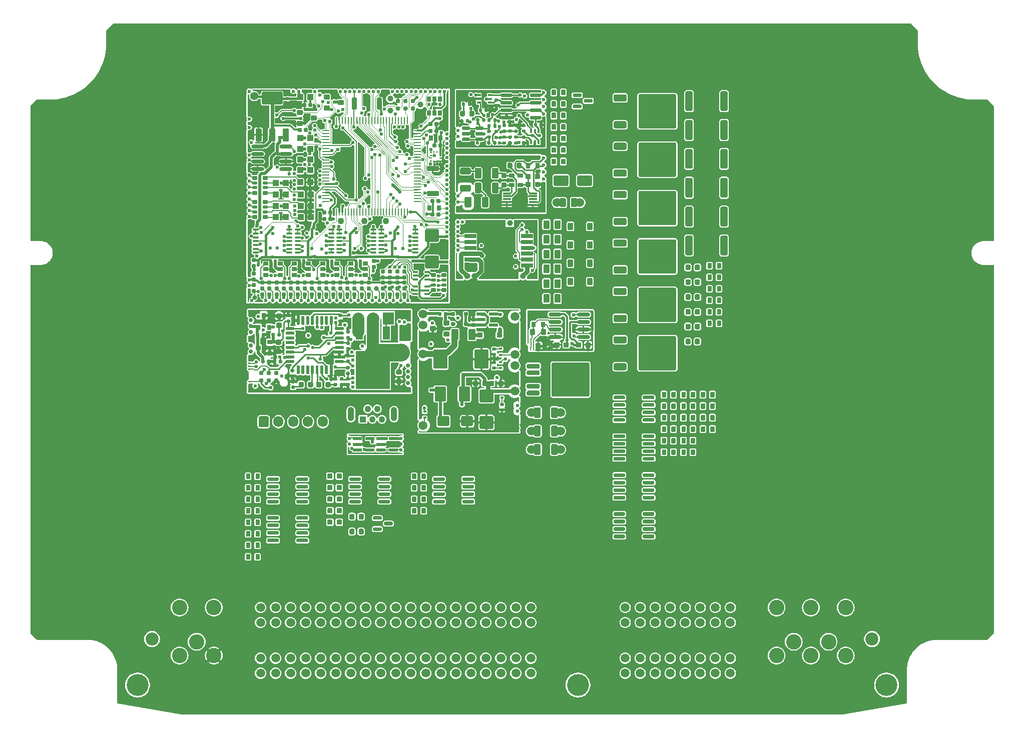
<source format=gtl>
G75*
G70*
%OFA0B0*%
%FSLAX25Y25*%
%IPPOS*%
%LPD*%
%AMOC8*
5,1,8,0,0,1.08239X$1,22.5*
%
%AMM1*
21,1,0.086610,0.073230,0.000000,0.000000,270.000000*
21,1,0.069290,0.090550,0.000000,0.000000,270.000000*
1,1,0.017320,-0.036610,-0.034650*
1,1,0.017320,-0.036610,0.034650*
1,1,0.017320,0.036610,0.034650*
1,1,0.017320,0.036610,-0.034650*
%
%AMM10*
21,1,0.015750,0.016540,0.000000,0.000000,270.000000*
21,1,0.012600,0.019680,0.000000,0.000000,270.000000*
1,1,0.003150,-0.008270,-0.006300*
1,1,0.003150,-0.008270,0.006300*
1,1,0.003150,0.008270,0.006300*
1,1,0.003150,0.008270,-0.006300*
%
%AMM11*
21,1,0.023620,0.018900,0.000000,0.000000,90.000000*
21,1,0.018900,0.023620,0.000000,0.000000,90.000000*
1,1,0.004720,0.009450,0.009450*
1,1,0.004720,0.009450,-0.009450*
1,1,0.004720,-0.009450,-0.009450*
1,1,0.004720,-0.009450,0.009450*
%
%AMM12*
21,1,0.019680,0.019680,0.000000,0.000000,0.000000*
21,1,0.015750,0.023620,0.000000,0.000000,0.000000*
1,1,0.003940,0.007870,-0.009840*
1,1,0.003940,-0.007870,-0.009840*
1,1,0.003940,-0.007870,0.009840*
1,1,0.003940,0.007870,0.009840*
%
%AMM13*
21,1,0.019680,0.019680,0.000000,0.000000,270.000000*
21,1,0.015750,0.023620,0.000000,0.000000,270.000000*
1,1,0.003940,-0.009840,-0.007870*
1,1,0.003940,-0.009840,0.007870*
1,1,0.003940,0.009840,0.007870*
1,1,0.003940,0.009840,-0.007870*
%
%AMM2*
21,1,0.094490,0.111020,0.000000,0.000000,0.000000*
21,1,0.075590,0.129920,0.000000,0.000000,0.000000*
1,1,0.018900,0.037800,-0.055510*
1,1,0.018900,-0.037800,-0.055510*
1,1,0.018900,-0.037800,0.055510*
1,1,0.018900,0.037800,0.055510*
%
%AMM3*
21,1,0.074800,0.083460,0.000000,0.000000,0.000000*
21,1,0.059840,0.098430,0.000000,0.000000,0.000000*
1,1,0.014960,0.029920,-0.041730*
1,1,0.014960,-0.029920,-0.041730*
1,1,0.014960,-0.029920,0.041730*
1,1,0.014960,0.029920,0.041730*
%
%AMM39*
21,1,0.025590,0.026380,0.000000,0.000000,270.000000*
21,1,0.020470,0.031500,0.000000,0.000000,270.000000*
1,1,0.005120,-0.013190,-0.010240*
1,1,0.005120,-0.013190,0.010240*
1,1,0.005120,0.013190,0.010240*
1,1,0.005120,0.013190,-0.010240*
%
%AMM4*
21,1,0.078740,0.053540,0.000000,0.000000,180.000000*
21,1,0.065350,0.066930,0.000000,0.000000,180.000000*
1,1,0.013390,-0.032680,0.026770*
1,1,0.013390,0.032680,0.026770*
1,1,0.013390,0.032680,-0.026770*
1,1,0.013390,-0.032680,-0.026770*
%
%AMM40*
21,1,0.017720,0.027950,0.000000,0.000000,270.000000*
21,1,0.014170,0.031500,0.000000,0.000000,270.000000*
1,1,0.003540,-0.013980,-0.007090*
1,1,0.003540,-0.013980,0.007090*
1,1,0.003540,0.013980,0.007090*
1,1,0.003540,0.013980,-0.007090*
%
%AMM41*
21,1,0.012600,0.028980,0.000000,0.000000,90.000000*
21,1,0.010080,0.031500,0.000000,0.000000,90.000000*
1,1,0.002520,0.014490,0.005040*
1,1,0.002520,0.014490,-0.005040*
1,1,0.002520,-0.014490,-0.005040*
1,1,0.002520,-0.014490,0.005040*
%
%AMM42*
21,1,0.023620,0.030710,0.000000,0.000000,180.000000*
21,1,0.018900,0.035430,0.000000,0.000000,180.000000*
1,1,0.004720,-0.009450,0.015350*
1,1,0.004720,0.009450,0.015350*
1,1,0.004720,0.009450,-0.015350*
1,1,0.004720,-0.009450,-0.015350*
%
%AMM43*
21,1,0.027560,0.018900,0.000000,0.000000,90.000000*
21,1,0.022840,0.023620,0.000000,0.000000,90.000000*
1,1,0.004720,0.009450,0.011420*
1,1,0.004720,0.009450,-0.011420*
1,1,0.004720,-0.009450,-0.011420*
1,1,0.004720,-0.009450,0.011420*
%
%AMM44*
21,1,0.031500,0.072440,0.000000,0.000000,90.000000*
21,1,0.025200,0.078740,0.000000,0.000000,90.000000*
1,1,0.006300,0.036220,0.012600*
1,1,0.006300,0.036220,-0.012600*
1,1,0.006300,-0.036220,-0.012600*
1,1,0.006300,-0.036220,0.012600*
%
%AMM45*
21,1,0.027560,0.018900,0.000000,0.000000,180.000000*
21,1,0.022840,0.023620,0.000000,0.000000,180.000000*
1,1,0.004720,-0.011420,0.009450*
1,1,0.004720,0.011420,0.009450*
1,1,0.004720,0.011420,-0.009450*
1,1,0.004720,-0.011420,-0.009450*
%
%AMM46*
21,1,0.023620,0.030710,0.000000,0.000000,270.000000*
21,1,0.018900,0.035430,0.000000,0.000000,270.000000*
1,1,0.004720,-0.015350,-0.009450*
1,1,0.004720,-0.015350,0.009450*
1,1,0.004720,0.015350,0.009450*
1,1,0.004720,0.015350,-0.009450*
%
%AMM47*
21,1,0.035430,0.030320,0.000000,0.000000,270.000000*
21,1,0.028350,0.037400,0.000000,0.000000,270.000000*
1,1,0.007090,-0.015160,-0.014170*
1,1,0.007090,-0.015160,0.014170*
1,1,0.007090,0.015160,0.014170*
1,1,0.007090,0.015160,-0.014170*
%
%AMM48*
21,1,0.043310,0.075980,0.000000,0.000000,0.000000*
21,1,0.034650,0.084650,0.000000,0.000000,0.000000*
1,1,0.008660,0.017320,-0.037990*
1,1,0.008660,-0.017320,-0.037990*
1,1,0.008660,-0.017320,0.037990*
1,1,0.008660,0.017320,0.037990*
%
%AMM49*
21,1,0.039370,0.035430,0.000000,0.000000,0.000000*
21,1,0.031500,0.043310,0.000000,0.000000,0.000000*
1,1,0.007870,0.015750,-0.017720*
1,1,0.007870,-0.015750,-0.017720*
1,1,0.007870,-0.015750,0.017720*
1,1,0.007870,0.015750,0.017720*
%
%AMM5*
21,1,0.035430,0.030320,0.000000,0.000000,90.000000*
21,1,0.028350,0.037400,0.000000,0.000000,90.000000*
1,1,0.007090,0.015160,0.014170*
1,1,0.007090,0.015160,-0.014170*
1,1,0.007090,-0.015160,-0.014170*
1,1,0.007090,-0.015160,0.014170*
%
%AMM50*
21,1,0.027560,0.030710,0.000000,0.000000,0.000000*
21,1,0.022050,0.036220,0.000000,0.000000,0.000000*
1,1,0.005510,0.011020,-0.015350*
1,1,0.005510,-0.011020,-0.015350*
1,1,0.005510,-0.011020,0.015350*
1,1,0.005510,0.011020,0.015350*
%
%AMM51*
21,1,0.031500,0.072440,0.000000,0.000000,0.000000*
21,1,0.025200,0.078740,0.000000,0.000000,0.000000*
1,1,0.006300,0.012600,-0.036220*
1,1,0.006300,-0.012600,-0.036220*
1,1,0.006300,-0.012600,0.036220*
1,1,0.006300,0.012600,0.036220*
%
%AMM52*
21,1,0.137800,0.067720,0.000000,0.000000,0.000000*
21,1,0.120870,0.084650,0.000000,0.000000,0.000000*
1,1,0.016930,0.060430,-0.033860*
1,1,0.016930,-0.060430,-0.033860*
1,1,0.016930,-0.060430,0.033860*
1,1,0.016930,0.060430,0.033860*
%
%AMM53*
21,1,0.043310,0.075990,0.000000,0.000000,0.000000*
21,1,0.034650,0.084650,0.000000,0.000000,0.000000*
1,1,0.008660,0.017320,-0.037990*
1,1,0.008660,-0.017320,-0.037990*
1,1,0.008660,-0.017320,0.037990*
1,1,0.008660,0.017320,0.037990*
%
%AMM54*
21,1,0.086610,0.073230,0.000000,0.000000,90.000000*
21,1,0.069290,0.090550,0.000000,0.000000,90.000000*
1,1,0.017320,0.036610,0.034650*
1,1,0.017320,0.036610,-0.034650*
1,1,0.017320,-0.036610,-0.034650*
1,1,0.017320,-0.036610,0.034650*
%
%AMM6*
21,1,0.021650,0.052760,0.000000,0.000000,270.000000*
21,1,0.017320,0.057090,0.000000,0.000000,270.000000*
1,1,0.004330,-0.026380,-0.008660*
1,1,0.004330,-0.026380,0.008660*
1,1,0.004330,0.026380,0.008660*
1,1,0.004330,0.026380,-0.008660*
%
%AMM7*
21,1,0.035830,0.026770,0.000000,0.000000,0.000000*
21,1,0.029130,0.033470,0.000000,0.000000,0.000000*
1,1,0.006690,0.014570,-0.013390*
1,1,0.006690,-0.014570,-0.013390*
1,1,0.006690,-0.014570,0.013390*
1,1,0.006690,0.014570,0.013390*
%
%AMM76*
21,1,0.035430,0.030320,0.000000,0.000000,180.000000*
21,1,0.028350,0.037400,0.000000,0.000000,180.000000*
1,1,0.007090,-0.014170,0.015160*
1,1,0.007090,0.014170,0.015160*
1,1,0.007090,0.014170,-0.015160*
1,1,0.007090,-0.014170,-0.015160*
%
%AMM8*
21,1,0.070870,0.036220,0.000000,0.000000,90.000000*
21,1,0.061810,0.045280,0.000000,0.000000,90.000000*
1,1,0.009060,0.018110,0.030910*
1,1,0.009060,0.018110,-0.030910*
1,1,0.009060,-0.018110,-0.030910*
1,1,0.009060,-0.018110,0.030910*
%
%AMM9*
21,1,0.033470,0.026770,0.000000,0.000000,0.000000*
21,1,0.026770,0.033470,0.000000,0.000000,0.000000*
1,1,0.006690,0.013390,-0.013390*
1,1,0.006690,-0.013390,-0.013390*
1,1,0.006690,-0.013390,0.013390*
1,1,0.006690,0.013390,0.013390*
%
%AMM94*
21,1,0.027560,0.030710,0.000000,0.000000,180.000000*
21,1,0.022050,0.036220,0.000000,0.000000,180.000000*
1,1,0.005510,-0.011020,0.015350*
1,1,0.005510,0.011020,0.015350*
1,1,0.005510,0.011020,-0.015350*
1,1,0.005510,-0.011020,-0.015350*
%
%ADD10C,0.14567*%
%ADD100C,0.03150*%
%ADD11C,0.08661*%
%ADD117C,0.01181*%
%ADD12C,0.10236*%
%ADD13C,0.05906*%
%ADD130C,0.01850*%
%ADD133R,0.02559X0.01575*%
%ADD134R,0.01575X0.02559*%
%ADD136R,0.05512X0.01181*%
%ADD137R,0.03543X0.03150*%
%ADD138R,0.04724X0.08661*%
%ADD139C,0.05118*%
%ADD14C,0.02362*%
%ADD140R,0.22835X0.25197*%
%ADD141R,0.03150X0.03543*%
%ADD142C,0.03100*%
%ADD143R,0.07500X0.07874*%
%ADD144O,0.07500X0.07874*%
%ADD145C,0.01969*%
%ADD146C,0.03900*%
%ADD15O,0.00787X0.04823*%
%ADD150M39*%
%ADD151M40*%
%ADD152M41*%
%ADD153O,0.04724X0.00866*%
%ADD154O,0.00866X0.04724*%
%ADD155O,0.04331X0.01181*%
%ADD156M42*%
%ADD157M43*%
%ADD158R,0.01378X0.00984*%
%ADD159R,0.00984X0.01378*%
%ADD16O,0.36614X0.00787*%
%ADD160M44*%
%ADD161M45*%
%ADD162M46*%
%ADD163M47*%
%ADD164O,0.08661X0.02362*%
%ADD165M48*%
%ADD166M49*%
%ADD167M50*%
%ADD168M51*%
%ADD169M52*%
%ADD17O,0.00787X0.12992*%
%ADD170M53*%
%ADD171M54*%
%ADD172C,0.00492*%
%ADD173C,0.01260*%
%ADD174C,0.05512*%
%ADD18O,0.00787X0.40157*%
%ADD19O,0.00787X0.01181*%
%ADD20O,0.66929X0.00787*%
%ADD207M76*%
%ADD21O,0.60630X0.00787*%
%ADD22O,0.00787X0.18898*%
%ADD23O,0.00787X0.10236*%
%ADD237M94*%
%ADD238O,0.01968X0.00984*%
%ADD239O,0.00984X0.01968*%
%ADD24O,0.00787X0.03937*%
%ADD245R,0.07874X0.02559*%
%ADD246R,0.17717X0.31890*%
%ADD25O,0.00787X0.05906*%
%ADD26R,0.04331X0.04331*%
%ADD27C,0.04331*%
%ADD28O,0.04331X0.09449*%
%ADD29O,0.00787X0.22323*%
%ADD30O,0.43701X0.00787*%
%ADD31O,0.38583X0.01575*%
%ADD32O,0.01969X0.00984*%
%ADD33O,0.00787X0.26772*%
%ADD34O,0.00984X0.01969*%
%ADD35C,0.06000*%
%ADD36R,0.00787X0.14567*%
%ADD37R,0.00787X0.01575*%
%ADD38R,0.00787X0.06299*%
%ADD39R,0.00787X0.38189*%
%ADD40R,0.00787X0.09055*%
%ADD41R,0.05512X0.00787*%
%ADD42R,0.25197X0.00787*%
%ADD43R,0.06693X0.00787*%
%ADD44R,0.12992X0.00787*%
%ADD45R,0.00787X0.27559*%
%ADD46R,0.00787X0.12992*%
%ADD47R,0.00787X0.24803*%
%ADD48C,0.02756*%
%ADD49C,0.11811*%
%ADD50R,0.00984X0.11811*%
%ADD51R,0.00984X0.04331*%
%ADD52R,0.00984X0.03858*%
%ADD53R,0.00984X0.05709*%
%ADD54R,1.08661X0.00984*%
%ADD55R,0.00984X0.07677*%
%ADD56R,0.00984X0.03740*%
%ADD57R,0.00984X0.24350*%
%ADD58R,0.00984X0.04390*%
%ADD59R,0.56201X0.00984*%
%ADD60R,0.59449X0.00984*%
%ADD61R,0.00984X0.20374*%
%ADD62O,0.06693X0.07283*%
%ADD63R,0.00787X0.17323*%
%ADD64R,0.04724X0.00787*%
%ADD65R,0.26772X0.00787*%
%ADD66R,0.15748X0.00787*%
%ADD67R,0.07087X0.00787*%
%ADD68R,0.00787X0.39370*%
%ADD69C,0.03937*%
%ADD70C,0.07874*%
%ADD72C,0.00984*%
%ADD73C,0.00787*%
%ADD79C,0.00800*%
%ADD84C,0.01968*%
%ADD85C,0.01575*%
%ADD86M1*%
%ADD87M2*%
%ADD88M3*%
%ADD89M4*%
%ADD90M5*%
%ADD91M6*%
%ADD92M7*%
%ADD93M8*%
%ADD94M9*%
%ADD95M10*%
%ADD96M11*%
%ADD97M12*%
%ADD98M13*%
%ADD99O,0.00787X0.40158*%
X0000000Y0000000D02*
%LPD*%
G01*
D10*
X0073417Y0021622D03*
D11*
X0083063Y0052331D03*
D10*
X0366724Y0021622D03*
D11*
X0562591Y0052331D03*
D10*
X0572236Y0021622D03*
D12*
X0101370Y0041307D03*
X0124205Y0041307D03*
X0112787Y0050480D03*
X0101370Y0073315D03*
X0124205Y0073315D03*
D13*
X0335307Y0073315D03*
X0325307Y0073315D03*
X0315307Y0073315D03*
X0305307Y0073315D03*
X0295307Y0073315D03*
X0285307Y0073315D03*
X0275307Y0073315D03*
X0265307Y0073315D03*
X0255307Y0073315D03*
X0245307Y0073315D03*
X0235307Y0073315D03*
X0225307Y0073315D03*
X0215307Y0073315D03*
X0205307Y0073315D03*
X0195307Y0073315D03*
X0185307Y0073315D03*
X0175307Y0073315D03*
X0165307Y0073315D03*
X0155307Y0073315D03*
X0335307Y0063315D03*
X0325307Y0063315D03*
X0315307Y0063315D03*
X0305307Y0063315D03*
X0295307Y0063315D03*
X0285307Y0063315D03*
X0275307Y0063315D03*
X0265307Y0063315D03*
X0255307Y0063315D03*
X0245307Y0063315D03*
X0235307Y0063315D03*
X0225307Y0063315D03*
X0215307Y0063315D03*
X0205307Y0063315D03*
X0195307Y0063315D03*
X0185307Y0063315D03*
X0175307Y0063315D03*
X0165307Y0063315D03*
X0155307Y0063315D03*
X0335307Y0039496D03*
X0325307Y0039496D03*
X0315307Y0039496D03*
X0305307Y0039496D03*
X0295307Y0039496D03*
X0285307Y0039496D03*
X0275307Y0039496D03*
X0265307Y0039496D03*
X0255307Y0039496D03*
X0245307Y0039496D03*
X0235307Y0039496D03*
X0225307Y0039496D03*
X0215307Y0039496D03*
X0205307Y0039496D03*
X0195307Y0039496D03*
X0185307Y0039496D03*
X0175307Y0039496D03*
X0165307Y0039496D03*
X0155307Y0039496D03*
X0335307Y0029496D03*
X0325307Y0029496D03*
X0315307Y0029496D03*
X0305307Y0029496D03*
X0295307Y0029496D03*
X0285307Y0029496D03*
X0275307Y0029496D03*
X0265307Y0029496D03*
X0255307Y0029496D03*
X0245307Y0029496D03*
X0235307Y0029496D03*
X0225307Y0029496D03*
X0215307Y0029496D03*
X0205307Y0029496D03*
X0195307Y0029496D03*
X0185307Y0029496D03*
X0175307Y0029496D03*
X0165307Y0029496D03*
X0155307Y0029496D03*
X0398181Y0029496D03*
X0408181Y0029496D03*
X0418181Y0029496D03*
X0428181Y0029496D03*
X0438181Y0029496D03*
X0448181Y0029496D03*
X0458181Y0029496D03*
X0468181Y0029496D03*
X0398181Y0039496D03*
X0408181Y0039496D03*
X0418181Y0039496D03*
X0428181Y0039496D03*
X0438181Y0039496D03*
X0448181Y0039496D03*
X0458181Y0039496D03*
X0468181Y0039496D03*
X0398181Y0063315D03*
X0408181Y0063315D03*
X0418181Y0063315D03*
X0428181Y0063315D03*
X0438181Y0063315D03*
X0448181Y0063315D03*
X0458181Y0063315D03*
X0468181Y0063315D03*
X0398181Y0073315D03*
X0408181Y0073315D03*
X0418181Y0073315D03*
X0428181Y0073315D03*
X0438181Y0073315D03*
X0448181Y0073315D03*
X0458181Y0073315D03*
X0468181Y0073315D03*
D12*
X0499008Y0041307D03*
X0521843Y0041307D03*
X0545071Y0041307D03*
X0510425Y0050480D03*
X0533654Y0050480D03*
X0499008Y0073315D03*
X0521843Y0073315D03*
X0545071Y0073315D03*
G36*
G01*
X0390453Y0212787D02*
X0390453Y0213968D01*
G75*
G02*
X0391043Y0214558I0000591J0000000D01*
G01*
X0397539Y0214558D01*
G75*
G02*
X0398130Y0213968I0000000J-000591D01*
G01*
X0398130Y0212787D01*
G75*
G02*
X0397539Y0212196I-000591J0000000D01*
G01*
X0391043Y0212196D01*
G75*
G02*
X0390453Y0212787I0000000J0000591D01*
G01*
G37*
G36*
G01*
X0390453Y0207787D02*
X0390453Y0208968D01*
G75*
G02*
X0391043Y0209558I0000591J0000000D01*
G01*
X0397539Y0209558D01*
G75*
G02*
X0398130Y0208968I0000000J-000591D01*
G01*
X0398130Y0207787D01*
G75*
G02*
X0397539Y0207196I-000591J0000000D01*
G01*
X0391043Y0207196D01*
G75*
G02*
X0390453Y0207787I0000000J0000591D01*
G01*
G37*
G36*
G01*
X0390453Y0202787D02*
X0390453Y0203968D01*
G75*
G02*
X0391043Y0204558I0000591J0000000D01*
G01*
X0397539Y0204558D01*
G75*
G02*
X0398130Y0203968I0000000J-000591D01*
G01*
X0398130Y0202787D01*
G75*
G02*
X0397539Y0202196I-000591J0000000D01*
G01*
X0391043Y0202196D01*
G75*
G02*
X0390453Y0202787I0000000J0000591D01*
G01*
G37*
G36*
G01*
X0390453Y0197787D02*
X0390453Y0198968D01*
G75*
G02*
X0391043Y0199558I0000591J0000000D01*
G01*
X0397539Y0199558D01*
G75*
G02*
X0398130Y0198968I0000000J-000591D01*
G01*
X0398130Y0197787D01*
G75*
G02*
X0397539Y0197196I-000591J0000000D01*
G01*
X0391043Y0197196D01*
G75*
G02*
X0390453Y0197787I0000000J0000591D01*
G01*
G37*
G36*
G01*
X0409941Y0197787D02*
X0409941Y0198968D01*
G75*
G02*
X0410531Y0199558I0000591J0000000D01*
G01*
X0417028Y0199558D01*
G75*
G02*
X0417618Y0198968I0000000J-000591D01*
G01*
X0417618Y0197787D01*
G75*
G02*
X0417028Y0197196I-000591J0000000D01*
G01*
X0410531Y0197196D01*
G75*
G02*
X0409941Y0197787I0000000J0000591D01*
G01*
G37*
G36*
G01*
X0409941Y0202787D02*
X0409941Y0203968D01*
G75*
G02*
X0410531Y0204558I0000591J0000000D01*
G01*
X0417028Y0204558D01*
G75*
G02*
X0417618Y0203968I0000000J-000591D01*
G01*
X0417618Y0202787D01*
G75*
G02*
X0417028Y0202196I-000591J0000000D01*
G01*
X0410531Y0202196D01*
G75*
G02*
X0409941Y0202787I0000000J0000591D01*
G01*
G37*
G36*
G01*
X0409941Y0207787D02*
X0409941Y0208968D01*
G75*
G02*
X0410531Y0209558I0000591J0000000D01*
G01*
X0417028Y0209558D01*
G75*
G02*
X0417618Y0208968I0000000J-000591D01*
G01*
X0417618Y0207787D01*
G75*
G02*
X0417028Y0207196I-000591J0000000D01*
G01*
X0410531Y0207196D01*
G75*
G02*
X0409941Y0207787I0000000J0000591D01*
G01*
G37*
G36*
G01*
X0409941Y0212787D02*
X0409941Y0213968D01*
G75*
G02*
X0410531Y0214558I0000591J0000000D01*
G01*
X0417028Y0214558D01*
G75*
G02*
X0417618Y0213968I0000000J-000591D01*
G01*
X0417618Y0212787D01*
G75*
G02*
X0417028Y0212196I-000591J0000000D01*
G01*
X0410531Y0212196D01*
G75*
G02*
X0409941Y0212787I0000000J0000591D01*
G01*
G37*
G36*
G01*
X0145709Y0136276D02*
X0145709Y0139347D01*
G75*
G02*
X0145984Y0139622I0000276J0000000D01*
G01*
X0148189Y0139622D01*
G75*
G02*
X0148465Y0139347I0000000J-000276D01*
G01*
X0148465Y0136276D01*
G75*
G02*
X0148189Y0136000I-000276J0000000D01*
G01*
X0145984Y0136000D01*
G75*
G02*
X0145709Y0136276I0000000J0000276D01*
G01*
G37*
G36*
G01*
X0152008Y0136276D02*
X0152008Y0139347D01*
G75*
G02*
X0152283Y0139622I0000276J0000000D01*
G01*
X0154488Y0139622D01*
G75*
G02*
X0154764Y0139347I0000000J-000276D01*
G01*
X0154764Y0136276D01*
G75*
G02*
X0154488Y0136000I-000276J0000000D01*
G01*
X0152283Y0136000D01*
G75*
G02*
X0152008Y0136276I0000000J0000276D01*
G01*
G37*
G36*
G01*
X0422638Y0183012D02*
X0422638Y0186083D01*
G75*
G02*
X0422913Y0186358I0000276J0000000D01*
G01*
X0425118Y0186358D01*
G75*
G02*
X0425394Y0186083I0000000J-000276D01*
G01*
X0425394Y0183012D01*
G75*
G02*
X0425118Y0182736I-000276J0000000D01*
G01*
X0422913Y0182736D01*
G75*
G02*
X0422638Y0183012I0000000J0000276D01*
G01*
G37*
G36*
G01*
X0428937Y0183012D02*
X0428937Y0186083D01*
G75*
G02*
X0429213Y0186358I0000276J0000000D01*
G01*
X0431417Y0186358D01*
G75*
G02*
X0431693Y0186083I0000000J-000276D01*
G01*
X0431693Y0183012D01*
G75*
G02*
X0431417Y0182736I-000276J0000000D01*
G01*
X0429213Y0182736D01*
G75*
G02*
X0428937Y0183012I0000000J0000276D01*
G01*
G37*
G36*
G01*
X0435630Y0206032D02*
X0435630Y0209103D01*
G75*
G02*
X0435906Y0209378I0000276J0000000D01*
G01*
X0438110Y0209378D01*
G75*
G02*
X0438386Y0209103I0000000J-000276D01*
G01*
X0438386Y0206032D01*
G75*
G02*
X0438110Y0205756I-000276J0000000D01*
G01*
X0435906Y0205756D01*
G75*
G02*
X0435630Y0206032I0000000J0000276D01*
G01*
G37*
G36*
G01*
X0441929Y0206032D02*
X0441929Y0209103D01*
G75*
G02*
X0442205Y0209378I0000276J0000000D01*
G01*
X0444409Y0209378D01*
G75*
G02*
X0444685Y0209103I0000000J-000276D01*
G01*
X0444685Y0206032D01*
G75*
G02*
X0444409Y0205756I-000276J0000000D01*
G01*
X0442205Y0205756D01*
G75*
G02*
X0441929Y0206032I0000000J0000276D01*
G01*
G37*
G36*
G01*
X0422638Y0206032D02*
X0422638Y0209103D01*
G75*
G02*
X0422913Y0209378I0000276J0000000D01*
G01*
X0425118Y0209378D01*
G75*
G02*
X0425394Y0209103I0000000J-000276D01*
G01*
X0425394Y0206032D01*
G75*
G02*
X0425118Y0205756I-000276J0000000D01*
G01*
X0422913Y0205756D01*
G75*
G02*
X0422638Y0206032I0000000J0000276D01*
G01*
G37*
G36*
G01*
X0428937Y0206032D02*
X0428937Y0209103D01*
G75*
G02*
X0429213Y0209378I0000276J0000000D01*
G01*
X0431417Y0209378D01*
G75*
G02*
X0431693Y0209103I0000000J-000276D01*
G01*
X0431693Y0206032D01*
G75*
G02*
X0431417Y0205756I-000276J0000000D01*
G01*
X0429213Y0205756D01*
G75*
G02*
X0428937Y0206032I0000000J0000276D01*
G01*
G37*
G36*
G01*
X0438268Y0386054D02*
X0438268Y0397275D01*
G75*
G02*
X0439252Y0398259I0000984J0000000D01*
G01*
X0442106Y0398259D01*
G75*
G02*
X0443091Y0397275I0000000J-000984D01*
G01*
X0443091Y0386054D01*
G75*
G02*
X0442106Y0385070I-000984J0000000D01*
G01*
X0439252Y0385070D01*
G75*
G02*
X0438268Y0386054I0000000J0000984D01*
G01*
G37*
G36*
G01*
X0461594Y0386054D02*
X0461594Y0397275D01*
G75*
G02*
X0462579Y0398259I0000984J0000000D01*
G01*
X0465433Y0398259D01*
G75*
G02*
X0466417Y0397275I0000000J-000984D01*
G01*
X0466417Y0386054D01*
G75*
G02*
X0465433Y0385070I-000984J0000000D01*
G01*
X0462579Y0385070D01*
G75*
G02*
X0461594Y0386054I0000000J0000984D01*
G01*
G37*
G36*
G01*
X0145709Y0151623D02*
X0145709Y0154693D01*
G75*
G02*
X0145984Y0154969I0000276J0000000D01*
G01*
X0148189Y0154969D01*
G75*
G02*
X0148465Y0154693I0000000J-000276D01*
G01*
X0148465Y0151623D01*
G75*
G02*
X0148189Y0151347I-000276J0000000D01*
G01*
X0145984Y0151347D01*
G75*
G02*
X0145709Y0151623I0000000J0000276D01*
G01*
G37*
G36*
G01*
X0152008Y0151623D02*
X0152008Y0154693D01*
G75*
G02*
X0152283Y0154969I0000276J0000000D01*
G01*
X0154488Y0154969D01*
G75*
G02*
X0154764Y0154693I0000000J-000276D01*
G01*
X0154764Y0151623D01*
G75*
G02*
X0154488Y0151347I-000276J0000000D01*
G01*
X0152283Y0151347D01*
G75*
G02*
X0152008Y0151623I0000000J0000276D01*
G01*
G37*
G36*
G01*
X0145709Y0128602D02*
X0145709Y0131673D01*
G75*
G02*
X0145984Y0131949I0000276J0000000D01*
G01*
X0148189Y0131949D01*
G75*
G02*
X0148465Y0131673I0000000J-000276D01*
G01*
X0148465Y0128602D01*
G75*
G02*
X0148189Y0128327I-000276J0000000D01*
G01*
X0145984Y0128327D01*
G75*
G02*
X0145709Y0128602I0000000J0000276D01*
G01*
G37*
G36*
G01*
X0152008Y0128602D02*
X0152008Y0131673D01*
G75*
G02*
X0152283Y0131949I0000276J0000000D01*
G01*
X0154488Y0131949D01*
G75*
G02*
X0154764Y0131673I0000000J-000276D01*
G01*
X0154764Y0128602D01*
G75*
G02*
X0154488Y0128327I-000276J0000000D01*
G01*
X0152283Y0128327D01*
G75*
G02*
X0152008Y0128602I0000000J0000276D01*
G01*
G37*
G36*
G01*
X0435630Y0175338D02*
X0435630Y0178409D01*
G75*
G02*
X0435906Y0178685I0000276J0000000D01*
G01*
X0438110Y0178685D01*
G75*
G02*
X0438386Y0178409I0000000J-000276D01*
G01*
X0438386Y0175338D01*
G75*
G02*
X0438110Y0175063I-000276J0000000D01*
G01*
X0435906Y0175063D01*
G75*
G02*
X0435630Y0175338I0000000J0000276D01*
G01*
G37*
G36*
G01*
X0441929Y0175338D02*
X0441929Y0178409D01*
G75*
G02*
X0442205Y0178685I0000276J0000000D01*
G01*
X0444409Y0178685D01*
G75*
G02*
X0444685Y0178409I0000000J-000276D01*
G01*
X0444685Y0175338D01*
G75*
G02*
X0444409Y0175063I-000276J0000000D01*
G01*
X0442205Y0175063D01*
G75*
G02*
X0441929Y0175338I0000000J0000276D01*
G01*
G37*
G36*
G01*
X0390453Y0160976D02*
X0390453Y0162157D01*
G75*
G02*
X0391043Y0162747I0000591J0000000D01*
G01*
X0397539Y0162747D01*
G75*
G02*
X0398130Y0162157I0000000J-000591D01*
G01*
X0398130Y0160976D01*
G75*
G02*
X0397539Y0160385I-000591J0000000D01*
G01*
X0391043Y0160385D01*
G75*
G02*
X0390453Y0160976I0000000J0000591D01*
G01*
G37*
G36*
G01*
X0390453Y0155976D02*
X0390453Y0157157D01*
G75*
G02*
X0391043Y0157747I0000591J0000000D01*
G01*
X0397539Y0157747D01*
G75*
G02*
X0398130Y0157157I0000000J-000591D01*
G01*
X0398130Y0155976D01*
G75*
G02*
X0397539Y0155385I-000591J0000000D01*
G01*
X0391043Y0155385D01*
G75*
G02*
X0390453Y0155976I0000000J0000591D01*
G01*
G37*
G36*
G01*
X0390453Y0150976D02*
X0390453Y0152157D01*
G75*
G02*
X0391043Y0152747I0000591J0000000D01*
G01*
X0397539Y0152747D01*
G75*
G02*
X0398130Y0152157I0000000J-000591D01*
G01*
X0398130Y0150976D01*
G75*
G02*
X0397539Y0150385I-000591J0000000D01*
G01*
X0391043Y0150385D01*
G75*
G02*
X0390453Y0150976I0000000J0000591D01*
G01*
G37*
G36*
G01*
X0390453Y0145976D02*
X0390453Y0147157D01*
G75*
G02*
X0391043Y0147747I0000591J0000000D01*
G01*
X0397539Y0147747D01*
G75*
G02*
X0398130Y0147157I0000000J-000591D01*
G01*
X0398130Y0145976D01*
G75*
G02*
X0397539Y0145385I-000591J0000000D01*
G01*
X0391043Y0145385D01*
G75*
G02*
X0390453Y0145976I0000000J0000591D01*
G01*
G37*
G36*
G01*
X0409941Y0145976D02*
X0409941Y0147157D01*
G75*
G02*
X0410531Y0147747I0000591J0000000D01*
G01*
X0417028Y0147747D01*
G75*
G02*
X0417618Y0147157I0000000J-000591D01*
G01*
X0417618Y0145976D01*
G75*
G02*
X0417028Y0145385I-000591J0000000D01*
G01*
X0410531Y0145385D01*
G75*
G02*
X0409941Y0145976I0000000J0000591D01*
G01*
G37*
G36*
G01*
X0409941Y0150976D02*
X0409941Y0152157D01*
G75*
G02*
X0410531Y0152747I0000591J0000000D01*
G01*
X0417028Y0152747D01*
G75*
G02*
X0417618Y0152157I0000000J-000591D01*
G01*
X0417618Y0150976D01*
G75*
G02*
X0417028Y0150385I-000591J0000000D01*
G01*
X0410531Y0150385D01*
G75*
G02*
X0409941Y0150976I0000000J0000591D01*
G01*
G37*
G36*
G01*
X0409941Y0155976D02*
X0409941Y0157157D01*
G75*
G02*
X0410531Y0157747I0000591J0000000D01*
G01*
X0417028Y0157747D01*
G75*
G02*
X0417618Y0157157I0000000J-000591D01*
G01*
X0417618Y0155976D01*
G75*
G02*
X0417028Y0155385I-000591J0000000D01*
G01*
X0410531Y0155385D01*
G75*
G02*
X0409941Y0155976I0000000J0000591D01*
G01*
G37*
G36*
G01*
X0409941Y0160976D02*
X0409941Y0162157D01*
G75*
G02*
X0410531Y0162747I0000591J0000000D01*
G01*
X0417028Y0162747D01*
G75*
G02*
X0417618Y0162157I0000000J-000591D01*
G01*
X0417618Y0160976D01*
G75*
G02*
X0417028Y0160385I-000591J0000000D01*
G01*
X0410531Y0160385D01*
G75*
G02*
X0409941Y0160976I0000000J0000591D01*
G01*
G37*
G36*
G01*
X0359921Y0313101D02*
X0359921Y0317117D01*
G75*
G02*
X0360276Y0317472I0000354J0000000D01*
G01*
X0363110Y0317472D01*
G75*
G02*
X0363465Y0317117I0000000J-000354D01*
G01*
X0363465Y0313101D01*
G75*
G02*
X0363110Y0312747I-000354J0000000D01*
G01*
X0360276Y0312747D01*
G75*
G02*
X0359921Y0313101I0000000J0000354D01*
G01*
G37*
G36*
G01*
X0372913Y0313101D02*
X0372913Y0317117D01*
G75*
G02*
X0373268Y0317472I0000354J0000000D01*
G01*
X0376102Y0317472D01*
G75*
G02*
X0376457Y0317117I0000000J-000354D01*
G01*
X0376457Y0313101D01*
G75*
G02*
X0376102Y0312747I-000354J0000000D01*
G01*
X0373268Y0312747D01*
G75*
G02*
X0372913Y0313101I0000000J0000354D01*
G01*
G37*
G36*
G01*
X0452992Y0291977D02*
X0452992Y0295048D01*
G75*
G02*
X0453268Y0295323I0000276J0000000D01*
G01*
X0455472Y0295323D01*
G75*
G02*
X0455748Y0295048I0000000J-000276D01*
G01*
X0455748Y0291977D01*
G75*
G02*
X0455472Y0291701I-000276J0000000D01*
G01*
X0453268Y0291701D01*
G75*
G02*
X0452992Y0291977I0000000J0000276D01*
G01*
G37*
G36*
G01*
X0459291Y0291977D02*
X0459291Y0295048D01*
G75*
G02*
X0459567Y0295323I0000276J0000000D01*
G01*
X0461772Y0295323D01*
G75*
G02*
X0462047Y0295048I0000000J-000276D01*
G01*
X0462047Y0291977D01*
G75*
G02*
X0461772Y0291701I-000276J0000000D01*
G01*
X0459567Y0291701D01*
G75*
G02*
X0459291Y0291977I0000000J0000276D01*
G01*
G37*
G36*
G01*
X0359921Y0325385D02*
X0359921Y0329401D01*
G75*
G02*
X0360276Y0329755I0000354J0000000D01*
G01*
X0363110Y0329755D01*
G75*
G02*
X0363465Y0329401I0000000J-000354D01*
G01*
X0363465Y0325385D01*
G75*
G02*
X0363110Y0325031I-000354J0000000D01*
G01*
X0360276Y0325031D01*
G75*
G02*
X0359921Y0325385I0000000J0000354D01*
G01*
G37*
G36*
G01*
X0372913Y0325385D02*
X0372913Y0329401D01*
G75*
G02*
X0373268Y0329755I0000354J0000000D01*
G01*
X0376102Y0329755D01*
G75*
G02*
X0376457Y0329401I0000000J-000354D01*
G01*
X0376457Y0325385D01*
G75*
G02*
X0376102Y0325031I-000354J0000000D01*
G01*
X0373268Y0325031D01*
G75*
G02*
X0372913Y0325385I0000000J0000354D01*
G01*
G37*
G36*
G01*
X0438307Y0249671D02*
X0438307Y0251689D01*
G75*
G02*
X0439168Y0252550I0000861J0000000D01*
G01*
X0440891Y0252550D01*
G75*
G02*
X0441752Y0251689I0000000J-000861D01*
G01*
X0441752Y0249671D01*
G75*
G02*
X0440891Y0248810I-000861J0000000D01*
G01*
X0439168Y0248810D01*
G75*
G02*
X0438307Y0249671I0000000J0000861D01*
G01*
G37*
G36*
G01*
X0444508Y0249671D02*
X0444508Y0251689D01*
G75*
G02*
X0445369Y0252550I0000861J0000000D01*
G01*
X0447092Y0252550D01*
G75*
G02*
X0447953Y0251689I0000000J-000861D01*
G01*
X0447953Y0249671D01*
G75*
G02*
X0447092Y0248810I-000861J0000000D01*
G01*
X0445369Y0248810D01*
G75*
G02*
X0444508Y0249671I0000000J0000861D01*
G01*
G37*
G36*
G01*
X0448622Y0190685D02*
X0448622Y0193756D01*
G75*
G02*
X0448898Y0194032I0000276J0000000D01*
G01*
X0451102Y0194032D01*
G75*
G02*
X0451378Y0193756I0000000J-000276D01*
G01*
X0451378Y0190685D01*
G75*
G02*
X0451102Y0190410I-000276J0000000D01*
G01*
X0448898Y0190410D01*
G75*
G02*
X0448622Y0190685I0000000J0000276D01*
G01*
G37*
G36*
G01*
X0454921Y0190685D02*
X0454921Y0193756D01*
G75*
G02*
X0455197Y0194032I0000276J0000000D01*
G01*
X0457402Y0194032D01*
G75*
G02*
X0457677Y0193756I0000000J-000276D01*
G01*
X0457677Y0190685D01*
G75*
G02*
X0457402Y0190410I-000276J0000000D01*
G01*
X0455197Y0190410D01*
G75*
G02*
X0454921Y0190685I0000000J0000276D01*
G01*
G37*
D14*
X0248858Y0185897D03*
D15*
X0213819Y0178121D03*
D16*
X0231732Y0188259D03*
X0231732Y0176054D03*
D14*
X0248858Y0182157D03*
X0248858Y0178416D03*
X0214606Y0182353D03*
X0214606Y0185897D03*
G36*
G01*
X0452992Y0268957D02*
X0452992Y0272028D01*
G75*
G02*
X0453268Y0272303I0000276J0000000D01*
G01*
X0455472Y0272303D01*
G75*
G02*
X0455748Y0272028I0000000J-000276D01*
G01*
X0455748Y0268957D01*
G75*
G02*
X0455472Y0268681I-000276J0000000D01*
G01*
X0453268Y0268681D01*
G75*
G02*
X0452992Y0268957I0000000J0000276D01*
G01*
G37*
G36*
G01*
X0459291Y0268957D02*
X0459291Y0272028D01*
G75*
G02*
X0459567Y0272303I0000276J0000000D01*
G01*
X0461772Y0272303D01*
G75*
G02*
X0462047Y0272028I0000000J-000276D01*
G01*
X0462047Y0268957D01*
G75*
G02*
X0461772Y0268681I-000276J0000000D01*
G01*
X0459567Y0268681D01*
G75*
G02*
X0459291Y0268957I0000000J0000276D01*
G01*
G37*
G36*
G01*
X0256260Y0136276D02*
X0256260Y0139347D01*
G75*
G02*
X0256535Y0139622I0000276J0000000D01*
G01*
X0258740Y0139622D01*
G75*
G02*
X0259016Y0139347I0000000J-000276D01*
G01*
X0259016Y0136276D01*
G75*
G02*
X0258740Y0136000I-000276J0000000D01*
G01*
X0256535Y0136000D01*
G75*
G02*
X0256260Y0136276I0000000J0000276D01*
G01*
G37*
G36*
G01*
X0262559Y0136276D02*
X0262559Y0139347D01*
G75*
G02*
X0262835Y0139622I0000276J0000000D01*
G01*
X0265039Y0139622D01*
G75*
G02*
X0265315Y0139347I0000000J-000276D01*
G01*
X0265315Y0136276D01*
G75*
G02*
X0265039Y0136000I-000276J0000000D01*
G01*
X0262835Y0136000D01*
G75*
G02*
X0262559Y0136276I0000000J0000276D01*
G01*
G37*
G36*
G01*
X0452992Y0276630D02*
X0452992Y0279701D01*
G75*
G02*
X0453268Y0279977I0000276J0000000D01*
G01*
X0455472Y0279977D01*
G75*
G02*
X0455748Y0279701I0000000J-000276D01*
G01*
X0455748Y0276630D01*
G75*
G02*
X0455472Y0276355I-000276J0000000D01*
G01*
X0453268Y0276355D01*
G75*
G02*
X0452992Y0276630I0000000J0000276D01*
G01*
G37*
G36*
G01*
X0459291Y0276630D02*
X0459291Y0279701D01*
G75*
G02*
X0459567Y0279977I0000276J0000000D01*
G01*
X0461772Y0279977D01*
G75*
G02*
X0462047Y0279701I0000000J-000276D01*
G01*
X0462047Y0276630D01*
G75*
G02*
X0461772Y0276355I-000276J0000000D01*
G01*
X0459567Y0276355D01*
G75*
G02*
X0459291Y0276630I0000000J0000276D01*
G01*
G37*
G36*
G01*
X0438268Y0366802D02*
X0438268Y0378023D01*
G75*
G02*
X0439252Y0379007I0000984J0000000D01*
G01*
X0442106Y0379007D01*
G75*
G02*
X0443091Y0378023I0000000J-000984D01*
G01*
X0443091Y0366802D01*
G75*
G02*
X0442106Y0365818I-000984J0000000D01*
G01*
X0439252Y0365818D01*
G75*
G02*
X0438268Y0366802I0000000J0000984D01*
G01*
G37*
G36*
G01*
X0461594Y0366802D02*
X0461594Y0378023D01*
G75*
G02*
X0462579Y0379007I0000984J0000000D01*
G01*
X0465433Y0379007D01*
G75*
G02*
X0466417Y0378023I0000000J-000984D01*
G01*
X0466417Y0366802D01*
G75*
G02*
X0465433Y0365818I-000984J0000000D01*
G01*
X0462579Y0365818D01*
G75*
G02*
X0461594Y0366802I0000000J0000984D01*
G01*
G37*
G36*
G01*
X0435630Y0183012D02*
X0435630Y0186083D01*
G75*
G02*
X0435906Y0186358I0000276J0000000D01*
G01*
X0438110Y0186358D01*
G75*
G02*
X0438386Y0186083I0000000J-000276D01*
G01*
X0438386Y0183012D01*
G75*
G02*
X0438110Y0182736I-000276J0000000D01*
G01*
X0435906Y0182736D01*
G75*
G02*
X0435630Y0183012I0000000J0000276D01*
G01*
G37*
G36*
G01*
X0441929Y0183012D02*
X0441929Y0186083D01*
G75*
G02*
X0442205Y0186358I0000276J0000000D01*
G01*
X0444409Y0186358D01*
G75*
G02*
X0444685Y0186083I0000000J-000276D01*
G01*
X0444685Y0183012D01*
G75*
G02*
X0444409Y0182736I-000276J0000000D01*
G01*
X0442205Y0182736D01*
G75*
G02*
X0441929Y0183012I0000000J0000276D01*
G01*
G37*
G36*
G01*
X0159783Y0132472D02*
X0159783Y0133653D01*
G75*
G02*
X0160374Y0134243I0000591J0000000D01*
G01*
X0166870Y0134243D01*
G75*
G02*
X0167461Y0133653I0000000J-000591D01*
G01*
X0167461Y0132472D01*
G75*
G02*
X0166870Y0131881I-000591J0000000D01*
G01*
X0160374Y0131881D01*
G75*
G02*
X0159783Y0132472I0000000J0000591D01*
G01*
G37*
G36*
G01*
X0159783Y0127472D02*
X0159783Y0128653D01*
G75*
G02*
X0160374Y0129243I0000591J0000000D01*
G01*
X0166870Y0129243D01*
G75*
G02*
X0167461Y0128653I0000000J-000591D01*
G01*
X0167461Y0127472D01*
G75*
G02*
X0166870Y0126881I-000591J0000000D01*
G01*
X0160374Y0126881D01*
G75*
G02*
X0159783Y0127472I0000000J0000591D01*
G01*
G37*
G36*
G01*
X0159783Y0122472D02*
X0159783Y0123653D01*
G75*
G02*
X0160374Y0124243I0000591J0000000D01*
G01*
X0166870Y0124243D01*
G75*
G02*
X0167461Y0123653I0000000J-000591D01*
G01*
X0167461Y0122472D01*
G75*
G02*
X0166870Y0121881I-000591J0000000D01*
G01*
X0160374Y0121881D01*
G75*
G02*
X0159783Y0122472I0000000J0000591D01*
G01*
G37*
G36*
G01*
X0159783Y0117472D02*
X0159783Y0118653D01*
G75*
G02*
X0160374Y0119243I0000591J0000000D01*
G01*
X0166870Y0119243D01*
G75*
G02*
X0167461Y0118653I0000000J-000591D01*
G01*
X0167461Y0117472D01*
G75*
G02*
X0166870Y0116881I-000591J0000000D01*
G01*
X0160374Y0116881D01*
G75*
G02*
X0159783Y0117472I0000000J0000591D01*
G01*
G37*
G36*
G01*
X0179272Y0117472D02*
X0179272Y0118653D01*
G75*
G02*
X0179862Y0119243I0000591J0000000D01*
G01*
X0186358Y0119243D01*
G75*
G02*
X0186949Y0118653I0000000J-000591D01*
G01*
X0186949Y0117472D01*
G75*
G02*
X0186358Y0116881I-000591J0000000D01*
G01*
X0179862Y0116881D01*
G75*
G02*
X0179272Y0117472I0000000J0000591D01*
G01*
G37*
G36*
G01*
X0179272Y0122472D02*
X0179272Y0123653D01*
G75*
G02*
X0179862Y0124243I0000591J0000000D01*
G01*
X0186358Y0124243D01*
G75*
G02*
X0186949Y0123653I0000000J-000591D01*
G01*
X0186949Y0122472D01*
G75*
G02*
X0186358Y0121881I-000591J0000000D01*
G01*
X0179862Y0121881D01*
G75*
G02*
X0179272Y0122472I0000000J0000591D01*
G01*
G37*
G36*
G01*
X0179272Y0127472D02*
X0179272Y0128653D01*
G75*
G02*
X0179862Y0129243I0000591J0000000D01*
G01*
X0186358Y0129243D01*
G75*
G02*
X0186949Y0128653I0000000J-000591D01*
G01*
X0186949Y0127472D01*
G75*
G02*
X0186358Y0126881I-000591J0000000D01*
G01*
X0179862Y0126881D01*
G75*
G02*
X0179272Y0127472I0000000J0000591D01*
G01*
G37*
G36*
G01*
X0179272Y0132472D02*
X0179272Y0133653D01*
G75*
G02*
X0179862Y0134243I0000591J0000000D01*
G01*
X0186358Y0134243D01*
G75*
G02*
X0186949Y0133653I0000000J-000591D01*
G01*
X0186949Y0132472D01*
G75*
G02*
X0186358Y0131881I-000591J0000000D01*
G01*
X0179862Y0131881D01*
G75*
G02*
X0179272Y0132472I0000000J0000591D01*
G01*
G37*
D13*
X0324646Y0267196D03*
X0324646Y0241999D03*
X0324646Y0234519D03*
X0324646Y0217590D03*
D14*
X0326417Y0208141D03*
X0326417Y0204204D03*
D17*
X0261063Y0252038D03*
D18*
X0261063Y0218574D03*
D19*
X0261063Y0190621D03*
D20*
X0294134Y0190424D03*
D21*
X0297283Y0271527D03*
D13*
X0324646Y0192983D03*
D19*
X0327205Y0271330D03*
D22*
X0327205Y0254794D03*
D23*
X0327205Y0225857D03*
D24*
X0327205Y0212078D03*
D25*
X0327205Y0199086D03*
D13*
X0263622Y0268968D03*
X0263622Y0261684D03*
X0263622Y0242196D03*
X0263622Y0194755D03*
G36*
G01*
X0256260Y0151623D02*
X0256260Y0154693D01*
G75*
G02*
X0256535Y0154969I0000276J0000000D01*
G01*
X0258740Y0154969D01*
G75*
G02*
X0259016Y0154693I0000000J-000276D01*
G01*
X0259016Y0151623D01*
G75*
G02*
X0258740Y0151347I-000276J0000000D01*
G01*
X0256535Y0151347D01*
G75*
G02*
X0256260Y0151623I0000000J0000276D01*
G01*
G37*
G36*
G01*
X0262559Y0151623D02*
X0262559Y0154693D01*
G75*
G02*
X0262835Y0154969I0000276J0000000D01*
G01*
X0265039Y0154969D01*
G75*
G02*
X0265315Y0154693I0000000J-000276D01*
G01*
X0265315Y0151623D01*
G75*
G02*
X0265039Y0151347I-000276J0000000D01*
G01*
X0262835Y0151347D01*
G75*
G02*
X0262559Y0151623I0000000J0000276D01*
G01*
G37*
G36*
G01*
X0199843Y0128889D02*
X0199843Y0131566D01*
G75*
G02*
X0200177Y0131901I0000335J0000000D01*
G01*
X0202854Y0131901D01*
G75*
G02*
X0203189Y0131566I0000000J-000335D01*
G01*
X0203189Y0128889D01*
G75*
G02*
X0202854Y0128555I-000335J0000000D01*
G01*
X0200177Y0128555D01*
G75*
G02*
X0199843Y0128889I0000000J0000335D01*
G01*
G37*
G36*
G01*
X0206063Y0128889D02*
X0206063Y0131566D01*
G75*
G02*
X0206398Y0131901I0000335J0000000D01*
G01*
X0209075Y0131901D01*
G75*
G02*
X0209409Y0131566I0000000J-000335D01*
G01*
X0209409Y0128889D01*
G75*
G02*
X0209075Y0128555I-000335J0000000D01*
G01*
X0206398Y0128555D01*
G75*
G02*
X0206063Y0128889I0000000J0000335D01*
G01*
G37*
G36*
G01*
X0214429Y0158377D02*
X0214429Y0159558D01*
G75*
G02*
X0215020Y0160149I0000591J0000000D01*
G01*
X0221516Y0160149D01*
G75*
G02*
X0222106Y0159558I0000000J-000591D01*
G01*
X0222106Y0158377D01*
G75*
G02*
X0221516Y0157787I-000591J0000000D01*
G01*
X0215020Y0157787D01*
G75*
G02*
X0214429Y0158377I0000000J0000591D01*
G01*
G37*
G36*
G01*
X0214429Y0153377D02*
X0214429Y0154558D01*
G75*
G02*
X0215020Y0155149I0000591J0000000D01*
G01*
X0221516Y0155149D01*
G75*
G02*
X0222106Y0154558I0000000J-000591D01*
G01*
X0222106Y0153377D01*
G75*
G02*
X0221516Y0152787I-000591J0000000D01*
G01*
X0215020Y0152787D01*
G75*
G02*
X0214429Y0153377I0000000J0000591D01*
G01*
G37*
G36*
G01*
X0214429Y0148377D02*
X0214429Y0149558D01*
G75*
G02*
X0215020Y0150149I0000591J0000000D01*
G01*
X0221516Y0150149D01*
G75*
G02*
X0222106Y0149558I0000000J-000591D01*
G01*
X0222106Y0148377D01*
G75*
G02*
X0221516Y0147787I-000591J0000000D01*
G01*
X0215020Y0147787D01*
G75*
G02*
X0214429Y0148377I0000000J0000591D01*
G01*
G37*
G36*
G01*
X0214429Y0143377D02*
X0214429Y0144558D01*
G75*
G02*
X0215020Y0145149I0000591J0000000D01*
G01*
X0221516Y0145149D01*
G75*
G02*
X0222106Y0144558I0000000J-000591D01*
G01*
X0222106Y0143377D01*
G75*
G02*
X0221516Y0142787I-000591J0000000D01*
G01*
X0215020Y0142787D01*
G75*
G02*
X0214429Y0143377I0000000J0000591D01*
G01*
G37*
G36*
G01*
X0233917Y0143377D02*
X0233917Y0144558D01*
G75*
G02*
X0234508Y0145149I0000591J0000000D01*
G01*
X0241004Y0145149D01*
G75*
G02*
X0241594Y0144558I0000000J-000591D01*
G01*
X0241594Y0143377D01*
G75*
G02*
X0241004Y0142787I-000591J0000000D01*
G01*
X0234508Y0142787D01*
G75*
G02*
X0233917Y0143377I0000000J0000591D01*
G01*
G37*
G36*
G01*
X0233917Y0148377D02*
X0233917Y0149558D01*
G75*
G02*
X0234508Y0150149I0000591J0000000D01*
G01*
X0241004Y0150149D01*
G75*
G02*
X0241594Y0149558I0000000J-000591D01*
G01*
X0241594Y0148377D01*
G75*
G02*
X0241004Y0147787I-000591J0000000D01*
G01*
X0234508Y0147787D01*
G75*
G02*
X0233917Y0148377I0000000J0000591D01*
G01*
G37*
G36*
G01*
X0233917Y0153377D02*
X0233917Y0154558D01*
G75*
G02*
X0234508Y0155149I0000591J0000000D01*
G01*
X0241004Y0155149D01*
G75*
G02*
X0241594Y0154558I0000000J-000591D01*
G01*
X0241594Y0153377D01*
G75*
G02*
X0241004Y0152787I-000591J0000000D01*
G01*
X0234508Y0152787D01*
G75*
G02*
X0233917Y0153377I0000000J0000591D01*
G01*
G37*
G36*
G01*
X0233917Y0158377D02*
X0233917Y0159558D01*
G75*
G02*
X0234508Y0160149I0000591J0000000D01*
G01*
X0241004Y0160149D01*
G75*
G02*
X0241594Y0159558I0000000J-000591D01*
G01*
X0241594Y0158377D01*
G75*
G02*
X0241004Y0157787I-000591J0000000D01*
G01*
X0234508Y0157787D01*
G75*
G02*
X0233917Y0158377I0000000J0000591D01*
G01*
G37*
G36*
G01*
X0435630Y0190685D02*
X0435630Y0193756D01*
G75*
G02*
X0435906Y0194032I0000276J0000000D01*
G01*
X0438110Y0194032D01*
G75*
G02*
X0438386Y0193756I0000000J-000276D01*
G01*
X0438386Y0190685D01*
G75*
G02*
X0438110Y0190410I-000276J0000000D01*
G01*
X0435906Y0190410D01*
G75*
G02*
X0435630Y0190685I0000000J0000276D01*
G01*
G37*
G36*
G01*
X0441929Y0190685D02*
X0441929Y0193756D01*
G75*
G02*
X0442205Y0194032I0000276J0000000D01*
G01*
X0444409Y0194032D01*
G75*
G02*
X0444685Y0193756I0000000J-000276D01*
G01*
X0444685Y0190685D01*
G75*
G02*
X0444409Y0190410I-000276J0000000D01*
G01*
X0442205Y0190410D01*
G75*
G02*
X0441929Y0190685I0000000J0000276D01*
G01*
G37*
G36*
G01*
X0359921Y0300818D02*
X0359921Y0304834D01*
G75*
G02*
X0360276Y0305188I0000354J0000000D01*
G01*
X0363110Y0305188D01*
G75*
G02*
X0363465Y0304834I0000000J-000354D01*
G01*
X0363465Y0300818D01*
G75*
G02*
X0363110Y0300464I-000354J0000000D01*
G01*
X0360276Y0300464D01*
G75*
G02*
X0359921Y0300818I0000000J0000354D01*
G01*
G37*
G36*
G01*
X0372913Y0300818D02*
X0372913Y0304834D01*
G75*
G02*
X0373268Y0305188I0000354J0000000D01*
G01*
X0376102Y0305188D01*
G75*
G02*
X0376457Y0304834I0000000J-000354D01*
G01*
X0376457Y0300818D01*
G75*
G02*
X0376102Y0300464I-000354J0000000D01*
G01*
X0373268Y0300464D01*
G75*
G02*
X0372913Y0300818I0000000J0000354D01*
G01*
G37*
G36*
G01*
X0214449Y0122939D02*
X0214449Y0124957D01*
G75*
G02*
X0215310Y0125818I0000861J0000000D01*
G01*
X0217032Y0125818D01*
G75*
G02*
X0217894Y0124957I0000000J-000861D01*
G01*
X0217894Y0122939D01*
G75*
G02*
X0217032Y0122078I-000861J0000000D01*
G01*
X0215310Y0122078D01*
G75*
G02*
X0214449Y0122939I0000000J0000861D01*
G01*
G37*
G36*
G01*
X0220650Y0122939D02*
X0220650Y0124957D01*
G75*
G02*
X0221511Y0125818I0000861J0000000D01*
G01*
X0223233Y0125818D01*
G75*
G02*
X0224094Y0124957I0000000J-000861D01*
G01*
X0224094Y0122939D01*
G75*
G02*
X0223233Y0122078I-000861J0000000D01*
G01*
X0221511Y0122078D01*
G75*
G02*
X0220650Y0122939I0000000J0000861D01*
G01*
G37*
G36*
G01*
X0199843Y0151921D02*
X0199843Y0154598D01*
G75*
G02*
X0200177Y0154932I0000335J0000000D01*
G01*
X0202854Y0154932D01*
G75*
G02*
X0203189Y0154598I0000000J-000335D01*
G01*
X0203189Y0151921D01*
G75*
G02*
X0202854Y0151586I-000335J0000000D01*
G01*
X0200177Y0151586D01*
G75*
G02*
X0199843Y0151921I0000000J0000335D01*
G01*
G37*
G36*
G01*
X0206063Y0151921D02*
X0206063Y0154598D01*
G75*
G02*
X0206398Y0154932I0000335J0000000D01*
G01*
X0209075Y0154932D01*
G75*
G02*
X0209409Y0154598I0000000J-000335D01*
G01*
X0209409Y0151921D01*
G75*
G02*
X0209075Y0151586I-000335J0000000D01*
G01*
X0206398Y0151586D01*
G75*
G02*
X0206063Y0151921I0000000J0000335D01*
G01*
G37*
G36*
G01*
X0145709Y0113256D02*
X0145709Y0116326D01*
G75*
G02*
X0145984Y0116602I0000276J0000000D01*
G01*
X0148189Y0116602D01*
G75*
G02*
X0148465Y0116326I0000000J-000276D01*
G01*
X0148465Y0113256D01*
G75*
G02*
X0148189Y0112980I-000276J0000000D01*
G01*
X0145984Y0112980D01*
G75*
G02*
X0145709Y0113256I0000000J0000276D01*
G01*
G37*
G36*
G01*
X0152008Y0113256D02*
X0152008Y0116326D01*
G75*
G02*
X0152283Y0116602I0000276J0000000D01*
G01*
X0154488Y0116602D01*
G75*
G02*
X0154764Y0116326I0000000J-000276D01*
G01*
X0154764Y0113256D01*
G75*
G02*
X0154488Y0112980I-000276J0000000D01*
G01*
X0152283Y0112980D01*
G75*
G02*
X0152008Y0113256I0000000J0000276D01*
G01*
G37*
G36*
G01*
X0390453Y0282668D02*
X0390453Y0285424D01*
G75*
G02*
X0391437Y0286409I0000984J0000000D01*
G01*
X0398130Y0286409D01*
G75*
G02*
X0399114Y0285424I0000000J-000984D01*
G01*
X0399114Y0282668D01*
G75*
G02*
X0398130Y0281684I-000984J0000000D01*
G01*
X0391437Y0281684D01*
G75*
G02*
X0390453Y0282668I0000000J0000984D01*
G01*
G37*
G36*
G01*
X0406988Y0276645D02*
X0406988Y0285503D01*
G75*
G02*
X0407972Y0286487I0000984J0000000D01*
G01*
X0418012Y0286487D01*
G75*
G02*
X0418996Y0285503I0000000J-000984D01*
G01*
X0418996Y0276645D01*
G75*
G02*
X0418012Y0275661I-000984J0000000D01*
G01*
X0407972Y0275661D01*
G75*
G02*
X0406988Y0276645I0000000J0000984D01*
G01*
G37*
G36*
G01*
X0406988Y0264637D02*
X0406988Y0273495D01*
G75*
G02*
X0407972Y0274479I0000984J0000000D01*
G01*
X0418012Y0274479D01*
G75*
G02*
X0418996Y0273495I0000000J-000984D01*
G01*
X0418996Y0264637D01*
G75*
G02*
X0418012Y0263653I-000984J0000000D01*
G01*
X0407972Y0263653D01*
G75*
G02*
X0406988Y0264637I0000000J0000984D01*
G01*
G37*
G36*
G01*
X0406988Y0264637D02*
X0406988Y0285503D01*
G75*
G02*
X0407972Y0286487I0000984J0000000D01*
G01*
X0431201Y0286487D01*
G75*
G02*
X0432185Y0285503I0000000J-000984D01*
G01*
X0432185Y0264637D01*
G75*
G02*
X0431201Y0263653I-000984J0000000D01*
G01*
X0407972Y0263653D01*
G75*
G02*
X0406988Y0264637I0000000J0000984D01*
G01*
G37*
G36*
G01*
X0420177Y0276645D02*
X0420177Y0285503D01*
G75*
G02*
X0421161Y0286487I0000984J0000000D01*
G01*
X0431201Y0286487D01*
G75*
G02*
X0432185Y0285503I0000000J-000984D01*
G01*
X0432185Y0276645D01*
G75*
G02*
X0431201Y0275661I-000984J0000000D01*
G01*
X0421161Y0275661D01*
G75*
G02*
X0420177Y0276645I0000000J0000984D01*
G01*
G37*
G36*
G01*
X0420177Y0264637D02*
X0420177Y0273495D01*
G75*
G02*
X0421161Y0274479I0000984J0000000D01*
G01*
X0431201Y0274479D01*
G75*
G02*
X0432185Y0273495I0000000J-000984D01*
G01*
X0432185Y0264637D01*
G75*
G02*
X0431201Y0263653I-000984J0000000D01*
G01*
X0421161Y0263653D01*
G75*
G02*
X0420177Y0264637I0000000J0000984D01*
G01*
G37*
G36*
G01*
X0390453Y0264716D02*
X0390453Y0267472D01*
G75*
G02*
X0391437Y0268456I0000984J0000000D01*
G01*
X0398130Y0268456D01*
G75*
G02*
X0399114Y0267472I0000000J-000984D01*
G01*
X0399114Y0264716D01*
G75*
G02*
X0398130Y0263731I-000984J0000000D01*
G01*
X0391437Y0263731D01*
G75*
G02*
X0390453Y0264716I0000000J0000984D01*
G01*
G37*
G36*
G01*
X0422638Y0190685D02*
X0422638Y0193756D01*
G75*
G02*
X0422913Y0194032I0000276J0000000D01*
G01*
X0425118Y0194032D01*
G75*
G02*
X0425394Y0193756I0000000J-000276D01*
G01*
X0425394Y0190685D01*
G75*
G02*
X0425118Y0190410I-000276J0000000D01*
G01*
X0422913Y0190410D01*
G75*
G02*
X0422638Y0190685I0000000J0000276D01*
G01*
G37*
G36*
G01*
X0428937Y0190685D02*
X0428937Y0193756D01*
G75*
G02*
X0429213Y0194032I0000276J0000000D01*
G01*
X0431417Y0194032D01*
G75*
G02*
X0431693Y0193756I0000000J-000276D01*
G01*
X0431693Y0190685D01*
G75*
G02*
X0431417Y0190410I-000276J0000000D01*
G01*
X0429213Y0190410D01*
G75*
G02*
X0428937Y0190685I0000000J0000276D01*
G01*
G37*
G36*
G01*
X0349252Y0415162D02*
X0349252Y0418233D01*
G75*
G02*
X0349528Y0418509I0000276J0000000D01*
G01*
X0351732Y0418509D01*
G75*
G02*
X0352008Y0418233I0000000J-000276D01*
G01*
X0352008Y0415162D01*
G75*
G02*
X0351732Y0414887I-000276J0000000D01*
G01*
X0349528Y0414887D01*
G75*
G02*
X0349252Y0415162I0000000J0000276D01*
G01*
G37*
G36*
G01*
X0355551Y0415162D02*
X0355551Y0418233D01*
G75*
G02*
X0355827Y0418509I0000276J0000000D01*
G01*
X0358031Y0418509D01*
G75*
G02*
X0358307Y0418233I0000000J-000276D01*
G01*
X0358307Y0415162D01*
G75*
G02*
X0358031Y0414887I-000276J0000000D01*
G01*
X0355827Y0414887D01*
G75*
G02*
X0355551Y0415162I0000000J0000276D01*
G01*
G37*
G36*
G01*
X0452992Y0261283D02*
X0452992Y0264354D01*
G75*
G02*
X0453268Y0264630I0000276J0000000D01*
G01*
X0455472Y0264630D01*
G75*
G02*
X0455748Y0264354I0000000J-000276D01*
G01*
X0455748Y0261283D01*
G75*
G02*
X0455472Y0261008I-000276J0000000D01*
G01*
X0453268Y0261008D01*
G75*
G02*
X0452992Y0261283I0000000J0000276D01*
G01*
G37*
G36*
G01*
X0459291Y0261283D02*
X0459291Y0264354D01*
G75*
G02*
X0459567Y0264630I0000276J0000000D01*
G01*
X0461772Y0264630D01*
G75*
G02*
X0462047Y0264354I0000000J-000276D01*
G01*
X0462047Y0261283D01*
G75*
G02*
X0461772Y0261008I-000276J0000000D01*
G01*
X0459567Y0261008D01*
G75*
G02*
X0459291Y0261283I0000000J0000276D01*
G01*
G37*
D26*
X0223563Y0198790D03*
D27*
X0226713Y0205680D03*
X0229862Y0198790D03*
X0233012Y0205680D03*
X0236161Y0198790D03*
D28*
X0215492Y0202235D03*
X0244232Y0202235D03*
G36*
G01*
X0422638Y0198359D02*
X0422638Y0201429D01*
G75*
G02*
X0422913Y0201705I0000276J0000000D01*
G01*
X0425118Y0201705D01*
G75*
G02*
X0425394Y0201429I0000000J-000276D01*
G01*
X0425394Y0198359D01*
G75*
G02*
X0425118Y0198083I-000276J0000000D01*
G01*
X0422913Y0198083D01*
G75*
G02*
X0422638Y0198359I0000000J0000276D01*
G01*
G37*
G36*
G01*
X0428937Y0198359D02*
X0428937Y0201429D01*
G75*
G02*
X0429213Y0201705I0000276J0000000D01*
G01*
X0431417Y0201705D01*
G75*
G02*
X0431693Y0201429I0000000J-000276D01*
G01*
X0431693Y0198359D01*
G75*
G02*
X0431417Y0198083I-000276J0000000D01*
G01*
X0429213Y0198083D01*
G75*
G02*
X0428937Y0198359I0000000J0000276D01*
G01*
G37*
G36*
G01*
X0452992Y0284304D02*
X0452992Y0287374D01*
G75*
G02*
X0453268Y0287650I0000276J0000000D01*
G01*
X0455472Y0287650D01*
G75*
G02*
X0455748Y0287374I0000000J-000276D01*
G01*
X0455748Y0284304D01*
G75*
G02*
X0455472Y0284028I-000276J0000000D01*
G01*
X0453268Y0284028D01*
G75*
G02*
X0452992Y0284304I0000000J0000276D01*
G01*
G37*
G36*
G01*
X0459291Y0284304D02*
X0459291Y0287374D01*
G75*
G02*
X0459567Y0287650I0000276J0000000D01*
G01*
X0461772Y0287650D01*
G75*
G02*
X0462047Y0287374I0000000J-000276D01*
G01*
X0462047Y0284304D01*
G75*
G02*
X0461772Y0284028I-000276J0000000D01*
G01*
X0459567Y0284028D01*
G75*
G02*
X0459291Y0284304I0000000J0000276D01*
G01*
G37*
G36*
G01*
X0145709Y0143949D02*
X0145709Y0147020D01*
G75*
G02*
X0145984Y0147296I0000276J0000000D01*
G01*
X0148189Y0147296D01*
G75*
G02*
X0148465Y0147020I0000000J-000276D01*
G01*
X0148465Y0143949D01*
G75*
G02*
X0148189Y0143674I-000276J0000000D01*
G01*
X0145984Y0143674D01*
G75*
G02*
X0145709Y0143949I0000000J0000276D01*
G01*
G37*
G36*
G01*
X0152008Y0143949D02*
X0152008Y0147020D01*
G75*
G02*
X0152283Y0147296I0000276J0000000D01*
G01*
X0154488Y0147296D01*
G75*
G02*
X0154764Y0147020I0000000J-000276D01*
G01*
X0154764Y0143949D01*
G75*
G02*
X0154488Y0143674I-000276J0000000D01*
G01*
X0152283Y0143674D01*
G75*
G02*
X0152008Y0143949I0000000J0000276D01*
G01*
G37*
G36*
G01*
X0349252Y0369122D02*
X0349252Y0372193D01*
G75*
G02*
X0349528Y0372468I0000276J0000000D01*
G01*
X0351732Y0372468D01*
G75*
G02*
X0352008Y0372193I0000000J-000276D01*
G01*
X0352008Y0369122D01*
G75*
G02*
X0351732Y0368846I-000276J0000000D01*
G01*
X0349528Y0368846D01*
G75*
G02*
X0349252Y0369122I0000000J0000276D01*
G01*
G37*
G36*
G01*
X0355551Y0369122D02*
X0355551Y0372193D01*
G75*
G02*
X0355827Y0372468I0000276J0000000D01*
G01*
X0358031Y0372468D01*
G75*
G02*
X0358307Y0372193I0000000J-000276D01*
G01*
X0358307Y0369122D01*
G75*
G02*
X0358031Y0368846I-000276J0000000D01*
G01*
X0355827Y0368846D01*
G75*
G02*
X0355551Y0369122I0000000J0000276D01*
G01*
G37*
G36*
G01*
X0438307Y0259553D02*
X0438307Y0261571D01*
G75*
G02*
X0439168Y0262432I0000861J0000000D01*
G01*
X0440891Y0262432D01*
G75*
G02*
X0441752Y0261571I0000000J-000861D01*
G01*
X0441752Y0259553D01*
G75*
G02*
X0440891Y0258692I-000861J0000000D01*
G01*
X0439168Y0258692D01*
G75*
G02*
X0438307Y0259553I0000000J0000861D01*
G01*
G37*
G36*
G01*
X0444508Y0259553D02*
X0444508Y0261571D01*
G75*
G02*
X0445369Y0262432I0000861J0000000D01*
G01*
X0447092Y0262432D01*
G75*
G02*
X0447953Y0261571I0000000J-000861D01*
G01*
X0447953Y0259553D01*
G75*
G02*
X0447092Y0258692I-000861J0000000D01*
G01*
X0445369Y0258692D01*
G75*
G02*
X0444508Y0259553I0000000J0000861D01*
G01*
G37*
G36*
G01*
X0349252Y0392142D02*
X0349252Y0395213D01*
G75*
G02*
X0349528Y0395488I0000276J0000000D01*
G01*
X0351732Y0395488D01*
G75*
G02*
X0352008Y0395213I0000000J-000276D01*
G01*
X0352008Y0392142D01*
G75*
G02*
X0351732Y0391866I-000276J0000000D01*
G01*
X0349528Y0391866D01*
G75*
G02*
X0349252Y0392142I0000000J0000276D01*
G01*
G37*
G36*
G01*
X0355551Y0392142D02*
X0355551Y0395213D01*
G75*
G02*
X0355827Y0395488I0000276J0000000D01*
G01*
X0358031Y0395488D01*
G75*
G02*
X0358307Y0395213I0000000J-000276D01*
G01*
X0358307Y0392142D01*
G75*
G02*
X0358031Y0391866I-000276J0000000D01*
G01*
X0355827Y0391866D01*
G75*
G02*
X0355551Y0392142I0000000J0000276D01*
G01*
G37*
G36*
G01*
X0343740Y0286736D02*
X0343740Y0291658D01*
G75*
G02*
X0344134Y0292051I0000394J0000000D01*
G01*
X0347283Y0292051D01*
G75*
G02*
X0347677Y0291658I0000000J-000394D01*
G01*
X0347677Y0286736D01*
G75*
G02*
X0347283Y0286343I-000394J0000000D01*
G01*
X0344134Y0286343D01*
G75*
G02*
X0343740Y0286736I0000000J0000394D01*
G01*
G37*
G36*
G01*
X0351221Y0286736D02*
X0351221Y0291658D01*
G75*
G02*
X0351614Y0292051I0000394J0000000D01*
G01*
X0354764Y0292051D01*
G75*
G02*
X0355158Y0291658I0000000J-000394D01*
G01*
X0355158Y0286736D01*
G75*
G02*
X0354764Y0286343I-000394J0000000D01*
G01*
X0351614Y0286343D01*
G75*
G02*
X0351221Y0286736I0000000J0000394D01*
G01*
G37*
D29*
X0333307Y0260309D03*
D30*
X0354862Y0271087D03*
D31*
X0357618Y0245103D03*
D32*
X0375827Y0245103D03*
D33*
X0376516Y0257947D03*
D34*
X0335079Y0245300D03*
X0337047Y0245300D03*
D14*
X0362835Y0249433D03*
X0359390Y0251500D03*
X0364016Y0254453D03*
X0363720Y0268430D03*
G36*
G01*
X0214449Y0132821D02*
X0214449Y0134839D01*
G75*
G02*
X0215310Y0135700I0000861J0000000D01*
G01*
X0217032Y0135700D01*
G75*
G02*
X0217894Y0134839I0000000J-000861D01*
G01*
X0217894Y0132821D01*
G75*
G02*
X0217032Y0131960I-000861J0000000D01*
G01*
X0215310Y0131960D01*
G75*
G02*
X0214449Y0132821I0000000J0000861D01*
G01*
G37*
G36*
G01*
X0220650Y0132821D02*
X0220650Y0134839D01*
G75*
G02*
X0221511Y0135700I0000861J0000000D01*
G01*
X0223233Y0135700D01*
G75*
G02*
X0224094Y0134839I0000000J-000861D01*
G01*
X0224094Y0132821D01*
G75*
G02*
X0223233Y0131960I-000861J0000000D01*
G01*
X0221511Y0131960D01*
G75*
G02*
X0220650Y0132821I0000000J0000861D01*
G01*
G37*
D35*
X0335709Y0178692D03*
G36*
G01*
X0341004Y0175149D02*
X0338287Y0175149D01*
G75*
G02*
X0337382Y0176054I0000000J0000906D01*
G01*
X0337382Y0181330D01*
G75*
G02*
X0338287Y0182235I0000906J0000000D01*
G01*
X0341004Y0182235D01*
G75*
G02*
X0341909Y0181330I0000000J-000906D01*
G01*
X0341909Y0176054D01*
G75*
G02*
X0341004Y0175149I-000906J0000000D01*
G01*
G37*
G36*
G01*
X0352421Y0175149D02*
X0349705Y0175149D01*
G75*
G02*
X0348799Y0176054I0000000J0000906D01*
G01*
X0348799Y0181330D01*
G75*
G02*
X0349705Y0182235I0000906J0000000D01*
G01*
X0352421Y0182235D01*
G75*
G02*
X0353327Y0181330I0000000J-000906D01*
G01*
X0353327Y0176054D01*
G75*
G02*
X0352421Y0175149I-000906J0000000D01*
G01*
G37*
X0355000Y0178692D03*
G36*
G01*
X0230197Y0132472D02*
X0230197Y0133653D01*
G75*
G02*
X0230787Y0134243I0000591J0000000D01*
G01*
X0235413Y0134243D01*
G75*
G02*
X0236004Y0133653I0000000J-000591D01*
G01*
X0236004Y0132472D01*
G75*
G02*
X0235413Y0131881I-000591J0000000D01*
G01*
X0230787Y0131881D01*
G75*
G02*
X0230197Y0132472I0000000J0000591D01*
G01*
G37*
G36*
G01*
X0230197Y0124991D02*
X0230197Y0126172D01*
G75*
G02*
X0230787Y0126763I0000591J0000000D01*
G01*
X0235413Y0126763D01*
G75*
G02*
X0236004Y0126172I0000000J-000591D01*
G01*
X0236004Y0124991D01*
G75*
G02*
X0235413Y0124401I-000591J0000000D01*
G01*
X0230787Y0124401D01*
G75*
G02*
X0230197Y0124991I0000000J0000591D01*
G01*
G37*
G36*
G01*
X0237579Y0128731D02*
X0237579Y0129913D01*
G75*
G02*
X0238169Y0130503I0000591J0000000D01*
G01*
X0242795Y0130503D01*
G75*
G02*
X0243386Y0129913I0000000J-000591D01*
G01*
X0243386Y0128731D01*
G75*
G02*
X0242795Y0128141I-000591J0000000D01*
G01*
X0238169Y0128141D01*
G75*
G02*
X0237579Y0128731I0000000J0000591D01*
G01*
G37*
G36*
G01*
X0350512Y0355326D02*
X0350512Y0360444D01*
G75*
G02*
X0351496Y0361428I0000984J0000000D01*
G01*
X0359370Y0361428D01*
G75*
G02*
X0360354Y0360444I0000000J-000984D01*
G01*
X0360354Y0355326D01*
G75*
G02*
X0359370Y0354342I-000984J0000000D01*
G01*
X0351496Y0354342D01*
G75*
G02*
X0350512Y0355326I0000000J0000984D01*
G01*
G37*
G36*
G01*
X0366260Y0355326D02*
X0366260Y0360444D01*
G75*
G02*
X0367244Y0361428I0000984J0000000D01*
G01*
X0375118Y0361428D01*
G75*
G02*
X0376102Y0360444I0000000J-000984D01*
G01*
X0376102Y0355326D01*
G75*
G02*
X0375118Y0354342I-000984J0000000D01*
G01*
X0367244Y0354342D01*
G75*
G02*
X0366260Y0355326I0000000J0000984D01*
G01*
G37*
G36*
G01*
X0332618Y0233436D02*
X0332618Y0235011D01*
G75*
G02*
X0333406Y0235798I0000787J0000000D01*
G01*
X0340492Y0235798D01*
G75*
G02*
X0341280Y0235011I0000000J-000787D01*
G01*
X0341280Y0233436D01*
G75*
G02*
X0340492Y0232649I-000787J0000000D01*
G01*
X0333406Y0232649D01*
G75*
G02*
X0332618Y0233436I0000000J0000787D01*
G01*
G37*
G36*
G01*
X0332618Y0228948D02*
X0332618Y0230523D01*
G75*
G02*
X0333406Y0231310I0000787J0000000D01*
G01*
X0340492Y0231310D01*
G75*
G02*
X0341280Y0230523I0000000J-000787D01*
G01*
X0341280Y0228948D01*
G75*
G02*
X0340492Y0228161I-000787J0000000D01*
G01*
X0333406Y0228161D01*
G75*
G02*
X0332618Y0228948I0000000J0000787D01*
G01*
G37*
G36*
G01*
X0349154Y0226822D02*
X0349154Y0235680D01*
G75*
G02*
X0350138Y0236664I0000984J0000000D01*
G01*
X0360177Y0236664D01*
G75*
G02*
X0361161Y0235680I0000000J-000984D01*
G01*
X0361161Y0226822D01*
G75*
G02*
X0360177Y0225838I-000984J0000000D01*
G01*
X0350138Y0225838D01*
G75*
G02*
X0349154Y0226822I0000000J0000984D01*
G01*
G37*
G36*
G01*
X0349154Y0214814D02*
X0349154Y0223672D01*
G75*
G02*
X0350138Y0224657I0000984J0000000D01*
G01*
X0360177Y0224657D01*
G75*
G02*
X0361161Y0223672I0000000J-000984D01*
G01*
X0361161Y0214814D01*
G75*
G02*
X0360177Y0213830I-000984J0000000D01*
G01*
X0350138Y0213830D01*
G75*
G02*
X0349154Y0214814I0000000J0000984D01*
G01*
G37*
G36*
G01*
X0349154Y0214814D02*
X0349154Y0235680D01*
G75*
G02*
X0350138Y0236664I0000984J0000000D01*
G01*
X0373366Y0236664D01*
G75*
G02*
X0374350Y0235680I0000000J-000984D01*
G01*
X0374350Y0214814D01*
G75*
G02*
X0373366Y0213830I-000984J0000000D01*
G01*
X0350138Y0213830D01*
G75*
G02*
X0349154Y0214814I0000000J0000984D01*
G01*
G37*
G36*
G01*
X0362343Y0226822D02*
X0362343Y0235680D01*
G75*
G02*
X0363327Y0236664I0000984J0000000D01*
G01*
X0373366Y0236664D01*
G75*
G02*
X0374350Y0235680I0000000J-000984D01*
G01*
X0374350Y0226822D01*
G75*
G02*
X0373366Y0225838I-000984J0000000D01*
G01*
X0363327Y0225838D01*
G75*
G02*
X0362343Y0226822I0000000J0000984D01*
G01*
G37*
G36*
G01*
X0362343Y0214814D02*
X0362343Y0223672D01*
G75*
G02*
X0363327Y0224657I0000984J0000000D01*
G01*
X0373366Y0224657D01*
G75*
G02*
X0374350Y0223672I0000000J-000984D01*
G01*
X0374350Y0214814D01*
G75*
G02*
X0373366Y0213830I-000984J0000000D01*
G01*
X0363327Y0213830D01*
G75*
G02*
X0362343Y0214814I0000000J0000984D01*
G01*
G37*
G36*
G01*
X0332618Y0219972D02*
X0332618Y0221546D01*
G75*
G02*
X0333406Y0222334I0000787J0000000D01*
G01*
X0340492Y0222334D01*
G75*
G02*
X0341280Y0221546I0000000J-000787D01*
G01*
X0341280Y0219972D01*
G75*
G02*
X0340492Y0219184I-000787J0000000D01*
G01*
X0333406Y0219184D01*
G75*
G02*
X0332618Y0219972I0000000J0000787D01*
G01*
G37*
G36*
G01*
X0332618Y0215483D02*
X0332618Y0217058D01*
G75*
G02*
X0333406Y0217846I0000787J0000000D01*
G01*
X0340492Y0217846D01*
G75*
G02*
X0341280Y0217058I0000000J-000787D01*
G01*
X0341280Y0215483D01*
G75*
G02*
X0340492Y0214696I-000787J0000000D01*
G01*
X0333406Y0214696D01*
G75*
G02*
X0332618Y0215483I0000000J0000787D01*
G01*
G37*
G36*
G01*
X0422638Y0175338D02*
X0422638Y0178409D01*
G75*
G02*
X0422913Y0178685I0000276J0000000D01*
G01*
X0425118Y0178685D01*
G75*
G02*
X0425394Y0178409I0000000J-000276D01*
G01*
X0425394Y0175338D01*
G75*
G02*
X0425118Y0175063I-000276J0000000D01*
G01*
X0422913Y0175063D01*
G75*
G02*
X0422638Y0175338I0000000J0000276D01*
G01*
G37*
G36*
G01*
X0428937Y0175338D02*
X0428937Y0178409D01*
G75*
G02*
X0429213Y0178685I0000276J0000000D01*
G01*
X0431417Y0178685D01*
G75*
G02*
X0431693Y0178409I0000000J-000276D01*
G01*
X0431693Y0175338D01*
G75*
G02*
X0431417Y0175063I-000276J0000000D01*
G01*
X0429213Y0175063D01*
G75*
G02*
X0428937Y0175338I0000000J0000276D01*
G01*
G37*
G36*
G01*
X0390453Y0250405D02*
X0390453Y0253161D01*
G75*
G02*
X0391437Y0254145I0000984J0000000D01*
G01*
X0398130Y0254145D01*
G75*
G02*
X0399114Y0253161I0000000J-000984D01*
G01*
X0399114Y0250405D01*
G75*
G02*
X0398130Y0249420I-000984J0000000D01*
G01*
X0391437Y0249420D01*
G75*
G02*
X0390453Y0250405I0000000J0000984D01*
G01*
G37*
G36*
G01*
X0406988Y0244381D02*
X0406988Y0253239D01*
G75*
G02*
X0407972Y0254224I0000984J0000000D01*
G01*
X0418012Y0254224D01*
G75*
G02*
X0418996Y0253239I0000000J-000984D01*
G01*
X0418996Y0244381D01*
G75*
G02*
X0418012Y0243397I-000984J0000000D01*
G01*
X0407972Y0243397D01*
G75*
G02*
X0406988Y0244381I0000000J0000984D01*
G01*
G37*
G36*
G01*
X0406988Y0232373D02*
X0406988Y0241231D01*
G75*
G02*
X0407972Y0242216I0000984J0000000D01*
G01*
X0418012Y0242216D01*
G75*
G02*
X0418996Y0241231I0000000J-000984D01*
G01*
X0418996Y0232373D01*
G75*
G02*
X0418012Y0231389I-000984J0000000D01*
G01*
X0407972Y0231389D01*
G75*
G02*
X0406988Y0232373I0000000J0000984D01*
G01*
G37*
G36*
G01*
X0406988Y0232373D02*
X0406988Y0253239D01*
G75*
G02*
X0407972Y0254224I0000984J0000000D01*
G01*
X0431201Y0254224D01*
G75*
G02*
X0432185Y0253239I0000000J-000984D01*
G01*
X0432185Y0232373D01*
G75*
G02*
X0431201Y0231389I-000984J0000000D01*
G01*
X0407972Y0231389D01*
G75*
G02*
X0406988Y0232373I0000000J0000984D01*
G01*
G37*
G36*
G01*
X0420177Y0244381D02*
X0420177Y0253239D01*
G75*
G02*
X0421161Y0254224I0000984J0000000D01*
G01*
X0431201Y0254224D01*
G75*
G02*
X0432185Y0253239I0000000J-000984D01*
G01*
X0432185Y0244381D01*
G75*
G02*
X0431201Y0243397I-000984J0000000D01*
G01*
X0421161Y0243397D01*
G75*
G02*
X0420177Y0244381I0000000J0000984D01*
G01*
G37*
G36*
G01*
X0420177Y0232373D02*
X0420177Y0241231D01*
G75*
G02*
X0421161Y0242216I0000984J0000000D01*
G01*
X0431201Y0242216D01*
G75*
G02*
X0432185Y0241231I0000000J-000984D01*
G01*
X0432185Y0232373D01*
G75*
G02*
X0431201Y0231389I-000984J0000000D01*
G01*
X0421161Y0231389D01*
G75*
G02*
X0420177Y0232373I0000000J0000984D01*
G01*
G37*
G36*
G01*
X0390453Y0232452D02*
X0390453Y0235208D01*
G75*
G02*
X0391437Y0236192I0000984J0000000D01*
G01*
X0398130Y0236192D01*
G75*
G02*
X0399114Y0235208I0000000J-000984D01*
G01*
X0399114Y0232452D01*
G75*
G02*
X0398130Y0231468I-000984J0000000D01*
G01*
X0391437Y0231468D01*
G75*
G02*
X0390453Y0232452I0000000J0000984D01*
G01*
G37*
G36*
G01*
X0438268Y0309046D02*
X0438268Y0320267D01*
G75*
G02*
X0439252Y0321251I0000984J0000000D01*
G01*
X0442106Y0321251D01*
G75*
G02*
X0443091Y0320267I0000000J-000984D01*
G01*
X0443091Y0309046D01*
G75*
G02*
X0442106Y0308062I-000984J0000000D01*
G01*
X0439252Y0308062D01*
G75*
G02*
X0438268Y0309046I0000000J0000984D01*
G01*
G37*
G36*
G01*
X0461594Y0309046D02*
X0461594Y0320267D01*
G75*
G02*
X0462579Y0321251I0000984J0000000D01*
G01*
X0465433Y0321251D01*
G75*
G02*
X0466417Y0320267I0000000J-000984D01*
G01*
X0466417Y0309046D01*
G75*
G02*
X0465433Y0308062I-000984J0000000D01*
G01*
X0462579Y0308062D01*
G75*
G02*
X0461594Y0309046I0000000J0000984D01*
G01*
G37*
G36*
G01*
X0159783Y0158377D02*
X0159783Y0159558D01*
G75*
G02*
X0160374Y0160149I0000591J0000000D01*
G01*
X0166870Y0160149D01*
G75*
G02*
X0167461Y0159558I0000000J-000591D01*
G01*
X0167461Y0158377D01*
G75*
G02*
X0166870Y0157787I-000591J0000000D01*
G01*
X0160374Y0157787D01*
G75*
G02*
X0159783Y0158377I0000000J0000591D01*
G01*
G37*
G36*
G01*
X0159783Y0153377D02*
X0159783Y0154558D01*
G75*
G02*
X0160374Y0155149I0000591J0000000D01*
G01*
X0166870Y0155149D01*
G75*
G02*
X0167461Y0154558I0000000J-000591D01*
G01*
X0167461Y0153377D01*
G75*
G02*
X0166870Y0152787I-000591J0000000D01*
G01*
X0160374Y0152787D01*
G75*
G02*
X0159783Y0153377I0000000J0000591D01*
G01*
G37*
G36*
G01*
X0159783Y0148377D02*
X0159783Y0149558D01*
G75*
G02*
X0160374Y0150149I0000591J0000000D01*
G01*
X0166870Y0150149D01*
G75*
G02*
X0167461Y0149558I0000000J-000591D01*
G01*
X0167461Y0148377D01*
G75*
G02*
X0166870Y0147787I-000591J0000000D01*
G01*
X0160374Y0147787D01*
G75*
G02*
X0159783Y0148377I0000000J0000591D01*
G01*
G37*
G36*
G01*
X0159783Y0143377D02*
X0159783Y0144558D01*
G75*
G02*
X0160374Y0145149I0000591J0000000D01*
G01*
X0166870Y0145149D01*
G75*
G02*
X0167461Y0144558I0000000J-000591D01*
G01*
X0167461Y0143377D01*
G75*
G02*
X0166870Y0142787I-000591J0000000D01*
G01*
X0160374Y0142787D01*
G75*
G02*
X0159783Y0143377I0000000J0000591D01*
G01*
G37*
G36*
G01*
X0179272Y0143377D02*
X0179272Y0144558D01*
G75*
G02*
X0179862Y0145149I0000591J0000000D01*
G01*
X0186358Y0145149D01*
G75*
G02*
X0186949Y0144558I0000000J-000591D01*
G01*
X0186949Y0143377D01*
G75*
G02*
X0186358Y0142787I-000591J0000000D01*
G01*
X0179862Y0142787D01*
G75*
G02*
X0179272Y0143377I0000000J0000591D01*
G01*
G37*
G36*
G01*
X0179272Y0148377D02*
X0179272Y0149558D01*
G75*
G02*
X0179862Y0150149I0000591J0000000D01*
G01*
X0186358Y0150149D01*
G75*
G02*
X0186949Y0149558I0000000J-000591D01*
G01*
X0186949Y0148377D01*
G75*
G02*
X0186358Y0147787I-000591J0000000D01*
G01*
X0179862Y0147787D01*
G75*
G02*
X0179272Y0148377I0000000J0000591D01*
G01*
G37*
G36*
G01*
X0179272Y0153377D02*
X0179272Y0154558D01*
G75*
G02*
X0179862Y0155149I0000591J0000000D01*
G01*
X0186358Y0155149D01*
G75*
G02*
X0186949Y0154558I0000000J-000591D01*
G01*
X0186949Y0153377D01*
G75*
G02*
X0186358Y0152787I-000591J0000000D01*
G01*
X0179862Y0152787D01*
G75*
G02*
X0179272Y0153377I0000000J0000591D01*
G01*
G37*
G36*
G01*
X0179272Y0158377D02*
X0179272Y0159558D01*
G75*
G02*
X0179862Y0160149I0000591J0000000D01*
G01*
X0186358Y0160149D01*
G75*
G02*
X0186949Y0159558I0000000J-000591D01*
G01*
X0186949Y0158377D01*
G75*
G02*
X0186358Y0157787I-000591J0000000D01*
G01*
X0179862Y0157787D01*
G75*
G02*
X0179272Y0158377I0000000J0000591D01*
G01*
G37*
G36*
G01*
X0452992Y0299650D02*
X0452992Y0302721D01*
G75*
G02*
X0453268Y0302997I0000276J0000000D01*
G01*
X0455472Y0302997D01*
G75*
G02*
X0455748Y0302721I0000000J-000276D01*
G01*
X0455748Y0299650D01*
G75*
G02*
X0455472Y0299375I-000276J0000000D01*
G01*
X0453268Y0299375D01*
G75*
G02*
X0452992Y0299650I0000000J0000276D01*
G01*
G37*
G36*
G01*
X0459291Y0299650D02*
X0459291Y0302721D01*
G75*
G02*
X0459567Y0302997I0000276J0000000D01*
G01*
X0461772Y0302997D01*
G75*
G02*
X0462047Y0302721I0000000J-000276D01*
G01*
X0462047Y0299650D01*
G75*
G02*
X0461772Y0299375I-000276J0000000D01*
G01*
X0459567Y0299375D01*
G75*
G02*
X0459291Y0299650I0000000J0000276D01*
G01*
G37*
G36*
G01*
X0390453Y0347196D02*
X0390453Y0349952D01*
G75*
G02*
X0391437Y0350936I0000984J0000000D01*
G01*
X0398130Y0350936D01*
G75*
G02*
X0399114Y0349952I0000000J-000984D01*
G01*
X0399114Y0347196D01*
G75*
G02*
X0398130Y0346212I-000984J0000000D01*
G01*
X0391437Y0346212D01*
G75*
G02*
X0390453Y0347196I0000000J0000984D01*
G01*
G37*
G36*
G01*
X0406988Y0341172D02*
X0406988Y0350031D01*
G75*
G02*
X0407972Y0351015I0000984J0000000D01*
G01*
X0418012Y0351015D01*
G75*
G02*
X0418996Y0350031I0000000J-000984D01*
G01*
X0418996Y0341172D01*
G75*
G02*
X0418012Y0340188I-000984J0000000D01*
G01*
X0407972Y0340188D01*
G75*
G02*
X0406988Y0341172I0000000J0000984D01*
G01*
G37*
G36*
G01*
X0406988Y0329164D02*
X0406988Y0338023D01*
G75*
G02*
X0407972Y0339007I0000984J0000000D01*
G01*
X0418012Y0339007D01*
G75*
G02*
X0418996Y0338023I0000000J-000984D01*
G01*
X0418996Y0329164D01*
G75*
G02*
X0418012Y0328180I-000984J0000000D01*
G01*
X0407972Y0328180D01*
G75*
G02*
X0406988Y0329164I0000000J0000984D01*
G01*
G37*
G36*
G01*
X0406988Y0329164D02*
X0406988Y0350031D01*
G75*
G02*
X0407972Y0351015I0000984J0000000D01*
G01*
X0431201Y0351015D01*
G75*
G02*
X0432185Y0350031I0000000J-000984D01*
G01*
X0432185Y0329164D01*
G75*
G02*
X0431201Y0328180I-000984J0000000D01*
G01*
X0407972Y0328180D01*
G75*
G02*
X0406988Y0329164I0000000J0000984D01*
G01*
G37*
G36*
G01*
X0420177Y0341172D02*
X0420177Y0350031D01*
G75*
G02*
X0421161Y0351015I0000984J0000000D01*
G01*
X0431201Y0351015D01*
G75*
G02*
X0432185Y0350031I0000000J-000984D01*
G01*
X0432185Y0341172D01*
G75*
G02*
X0431201Y0340188I-000984J0000000D01*
G01*
X0421161Y0340188D01*
G75*
G02*
X0420177Y0341172I0000000J0000984D01*
G01*
G37*
G36*
G01*
X0420177Y0329164D02*
X0420177Y0338023D01*
G75*
G02*
X0421161Y0339007I0000984J0000000D01*
G01*
X0431201Y0339007D01*
G75*
G02*
X0432185Y0338023I0000000J-000984D01*
G01*
X0432185Y0329164D01*
G75*
G02*
X0431201Y0328180I-000984J0000000D01*
G01*
X0421161Y0328180D01*
G75*
G02*
X0420177Y0329164I0000000J0000984D01*
G01*
G37*
G36*
G01*
X0390453Y0329243D02*
X0390453Y0331999D01*
G75*
G02*
X0391437Y0332983I0000984J0000000D01*
G01*
X0398130Y0332983D01*
G75*
G02*
X0399114Y0331999I0000000J-000984D01*
G01*
X0399114Y0329243D01*
G75*
G02*
X0398130Y0328259I-000984J0000000D01*
G01*
X0391437Y0328259D01*
G75*
G02*
X0390453Y0329243I0000000J0000984D01*
G01*
G37*
G36*
G01*
X0270335Y0158377D02*
X0270335Y0159558D01*
G75*
G02*
X0270925Y0160149I0000591J0000000D01*
G01*
X0277421Y0160149D01*
G75*
G02*
X0278012Y0159558I0000000J-000591D01*
G01*
X0278012Y0158377D01*
G75*
G02*
X0277421Y0157787I-000591J0000000D01*
G01*
X0270925Y0157787D01*
G75*
G02*
X0270335Y0158377I0000000J0000591D01*
G01*
G37*
G36*
G01*
X0270335Y0153377D02*
X0270335Y0154558D01*
G75*
G02*
X0270925Y0155149I0000591J0000000D01*
G01*
X0277421Y0155149D01*
G75*
G02*
X0278012Y0154558I0000000J-000591D01*
G01*
X0278012Y0153377D01*
G75*
G02*
X0277421Y0152787I-000591J0000000D01*
G01*
X0270925Y0152787D01*
G75*
G02*
X0270335Y0153377I0000000J0000591D01*
G01*
G37*
G36*
G01*
X0270335Y0148377D02*
X0270335Y0149558D01*
G75*
G02*
X0270925Y0150149I0000591J0000000D01*
G01*
X0277421Y0150149D01*
G75*
G02*
X0278012Y0149558I0000000J-000591D01*
G01*
X0278012Y0148377D01*
G75*
G02*
X0277421Y0147787I-000591J0000000D01*
G01*
X0270925Y0147787D01*
G75*
G02*
X0270335Y0148377I0000000J0000591D01*
G01*
G37*
G36*
G01*
X0270335Y0143377D02*
X0270335Y0144558D01*
G75*
G02*
X0270925Y0145149I0000591J0000000D01*
G01*
X0277421Y0145149D01*
G75*
G02*
X0278012Y0144558I0000000J-000591D01*
G01*
X0278012Y0143377D01*
G75*
G02*
X0277421Y0142787I-000591J0000000D01*
G01*
X0270925Y0142787D01*
G75*
G02*
X0270335Y0143377I0000000J0000591D01*
G01*
G37*
G36*
G01*
X0289823Y0143377D02*
X0289823Y0144558D01*
G75*
G02*
X0290413Y0145149I0000591J0000000D01*
G01*
X0296909Y0145149D01*
G75*
G02*
X0297500Y0144558I0000000J-000591D01*
G01*
X0297500Y0143377D01*
G75*
G02*
X0296909Y0142787I-000591J0000000D01*
G01*
X0290413Y0142787D01*
G75*
G02*
X0289823Y0143377I0000000J0000591D01*
G01*
G37*
G36*
G01*
X0289823Y0148377D02*
X0289823Y0149558D01*
G75*
G02*
X0290413Y0150149I0000591J0000000D01*
G01*
X0296909Y0150149D01*
G75*
G02*
X0297500Y0149558I0000000J-000591D01*
G01*
X0297500Y0148377D01*
G75*
G02*
X0296909Y0147787I-000591J0000000D01*
G01*
X0290413Y0147787D01*
G75*
G02*
X0289823Y0148377I0000000J0000591D01*
G01*
G37*
G36*
G01*
X0289823Y0153377D02*
X0289823Y0154558D01*
G75*
G02*
X0290413Y0155149I0000591J0000000D01*
G01*
X0296909Y0155149D01*
G75*
G02*
X0297500Y0154558I0000000J-000591D01*
G01*
X0297500Y0153377D01*
G75*
G02*
X0296909Y0152787I-000591J0000000D01*
G01*
X0290413Y0152787D01*
G75*
G02*
X0289823Y0153377I0000000J0000591D01*
G01*
G37*
G36*
G01*
X0289823Y0158377D02*
X0289823Y0159558D01*
G75*
G02*
X0290413Y0160149I0000591J0000000D01*
G01*
X0296909Y0160149D01*
G75*
G02*
X0297500Y0159558I0000000J-000591D01*
G01*
X0297500Y0158377D01*
G75*
G02*
X0296909Y0157787I-000591J0000000D01*
G01*
X0290413Y0157787D01*
G75*
G02*
X0289823Y0158377I0000000J0000591D01*
G01*
G37*
G36*
G01*
X0438307Y0289199D02*
X0438307Y0291217D01*
G75*
G02*
X0439168Y0292078I0000861J0000000D01*
G01*
X0440891Y0292078D01*
G75*
G02*
X0441752Y0291217I0000000J-000861D01*
G01*
X0441752Y0289199D01*
G75*
G02*
X0440891Y0288338I-000861J0000000D01*
G01*
X0439168Y0288338D01*
G75*
G02*
X0438307Y0289199I0000000J0000861D01*
G01*
G37*
G36*
G01*
X0444508Y0289199D02*
X0444508Y0291217D01*
G75*
G02*
X0445369Y0292078I0000861J0000000D01*
G01*
X0447092Y0292078D01*
G75*
G02*
X0447953Y0291217I0000000J-000861D01*
G01*
X0447953Y0289199D01*
G75*
G02*
X0447092Y0288338I-000861J0000000D01*
G01*
X0445369Y0288338D01*
G75*
G02*
X0444508Y0289199I0000000J0000861D01*
G01*
G37*
D14*
X0279370Y0303613D03*
X0279370Y0320542D03*
X0279370Y0323692D03*
X0279370Y0326842D03*
X0279370Y0329991D03*
X0279370Y0333141D03*
X0279370Y0336290D03*
X0279370Y0339440D03*
X0279370Y0342590D03*
X0279370Y0345739D03*
X0279370Y0348889D03*
X0279370Y0352038D03*
X0279370Y0355188D03*
X0279370Y0358338D03*
X0279370Y0361487D03*
X0279370Y0364637D03*
X0279370Y0367786D03*
X0279370Y0373298D03*
X0279370Y0376448D03*
X0279370Y0379597D03*
X0279370Y0382747D03*
X0279370Y0385897D03*
X0279370Y0389046D03*
D36*
X0147087Y0408141D03*
D37*
X0147087Y0396133D03*
D36*
X0147087Y0384125D03*
D38*
X0147087Y0366605D03*
D39*
X0147087Y0312865D03*
D40*
X0147087Y0281369D03*
D41*
X0154173Y0277235D03*
D42*
X0162441Y0418180D03*
D43*
X0186260Y0418180D03*
D44*
X0200039Y0418180D03*
D41*
X0238425Y0418180D03*
D42*
X0267953Y0277235D03*
D45*
X0280158Y0404794D03*
D37*
X0280158Y0370542D03*
D46*
X0280158Y0312078D03*
D47*
X0280158Y0289243D03*
D14*
X0277795Y0417393D03*
X0274646Y0417393D03*
X0271496Y0417393D03*
X0268346Y0417393D03*
X0265197Y0417393D03*
X0262047Y0417393D03*
X0258898Y0417393D03*
X0255748Y0417393D03*
X0252598Y0417393D03*
X0249449Y0417393D03*
X0246299Y0417393D03*
X0243150Y0417393D03*
X0233701Y0417393D03*
X0230551Y0417393D03*
X0227402Y0417393D03*
X0224252Y0417393D03*
X0221102Y0417393D03*
X0217953Y0417393D03*
X0214803Y0417393D03*
X0211654Y0417393D03*
X0208504Y0417393D03*
X0191575Y0417393D03*
X0180945Y0417393D03*
X0177008Y0417393D03*
X0147874Y0417393D03*
X0253386Y0278023D03*
X0248661Y0278023D03*
X0243937Y0278023D03*
X0239213Y0278023D03*
X0234488Y0278023D03*
X0229764Y0278023D03*
X0225039Y0278023D03*
X0220315Y0278023D03*
X0215591Y0278023D03*
X0210866Y0278023D03*
X0206142Y0278023D03*
X0201417Y0278023D03*
X0196693Y0278023D03*
X0191969Y0278023D03*
X0187244Y0278023D03*
X0182520Y0278023D03*
X0177795Y0278023D03*
X0173071Y0278023D03*
X0168346Y0278023D03*
X0163622Y0278023D03*
X0158898Y0278023D03*
X0149449Y0278023D03*
X0147874Y0287865D03*
X0147874Y0291802D03*
X0147874Y0333928D03*
X0147874Y0337865D03*
X0147874Y0341802D03*
X0147874Y0345739D03*
X0147874Y0349676D03*
X0147874Y0353613D03*
X0147874Y0357550D03*
X0147874Y0361487D03*
X0147874Y0371723D03*
X0147874Y0374873D03*
X0147874Y0393377D03*
X0147874Y0398889D03*
G36*
G01*
X0145709Y0120929D02*
X0145709Y0124000D01*
G75*
G02*
X0145984Y0124275I0000276J0000000D01*
G01*
X0148189Y0124275D01*
G75*
G02*
X0148465Y0124000I0000000J-000276D01*
G01*
X0148465Y0120929D01*
G75*
G02*
X0148189Y0120653I-000276J0000000D01*
G01*
X0145984Y0120653D01*
G75*
G02*
X0145709Y0120929I0000000J0000276D01*
G01*
G37*
G36*
G01*
X0152008Y0120929D02*
X0152008Y0124000D01*
G75*
G02*
X0152283Y0124275I0000276J0000000D01*
G01*
X0154488Y0124275D01*
G75*
G02*
X0154764Y0124000I0000000J-000276D01*
G01*
X0154764Y0120929D01*
G75*
G02*
X0154488Y0120653I-000276J0000000D01*
G01*
X0152283Y0120653D01*
G75*
G02*
X0152008Y0120929I0000000J0000276D01*
G01*
G37*
D48*
X0253583Y0222905D03*
X0253583Y0234716D03*
X0253583Y0230779D03*
X0253583Y0226842D03*
D49*
X0248661Y0243180D03*
D50*
X0255059Y0256960D03*
D51*
X0147382Y0269558D03*
D52*
X0147382Y0252472D03*
X0147382Y0239479D03*
D53*
X0147382Y0219460D03*
D54*
X0201220Y0271231D03*
X0201220Y0217098D03*
D55*
X0255059Y0267885D03*
D56*
X0255059Y0218476D03*
G36*
G01*
X0184488Y0267196D02*
X0184488Y0262275D01*
G75*
G02*
X0183996Y0261783I-000492J0000000D01*
G01*
X0183012Y0261783D01*
G75*
G02*
X0182520Y0262275I0000000J0000492D01*
G01*
X0182520Y0267196D01*
G75*
G02*
X0183012Y0267688I0000492J0000000D01*
G01*
X0183996Y0267688D01*
G75*
G02*
X0184488Y0267196I0000000J-000492D01*
G01*
G37*
G36*
G01*
X0177894Y0256664D02*
X0177894Y0255680D01*
G75*
G02*
X0177402Y0255188I-000492J0000000D01*
G01*
X0172480Y0255188D01*
G75*
G02*
X0171988Y0255680I0000000J0000492D01*
G01*
X0171988Y0256664D01*
G75*
G02*
X0172480Y0257157I0000492J0000000D01*
G01*
X0177402Y0257157D01*
G75*
G02*
X0177894Y0256664I0000000J-000492D01*
G01*
G37*
G36*
G01*
X0181339Y0267196D02*
X0181339Y0262275D01*
G75*
G02*
X0180846Y0261783I-000492J0000000D01*
G01*
X0179862Y0261783D01*
G75*
G02*
X0179370Y0262275I0000000J0000492D01*
G01*
X0179370Y0267196D01*
G75*
G02*
X0179862Y0267688I0000492J0000000D01*
G01*
X0180846Y0267688D01*
G75*
G02*
X0181339Y0267196I0000000J-000492D01*
G01*
G37*
G36*
G01*
X0180059Y0257157D02*
X0181043Y0257157D01*
G75*
G02*
X0181535Y0256664I0000000J-000492D01*
G01*
X0181535Y0255680D01*
G75*
G02*
X0181043Y0255188I-000492J0000000D01*
G01*
X0180059Y0255188D01*
G75*
G02*
X0179567Y0255680I0000000J0000492D01*
G01*
X0179567Y0256664D01*
G75*
G02*
X0180059Y0257157I0000492J0000000D01*
G01*
G37*
G36*
G01*
X0184488Y0259814D02*
X0184488Y0258830D01*
G75*
G02*
X0183996Y0258338I-000492J0000000D01*
G01*
X0183012Y0258338D01*
G75*
G02*
X0182520Y0258830I0000000J0000492D01*
G01*
X0182520Y0259814D01*
G75*
G02*
X0183012Y0260306I0000492J0000000D01*
G01*
X0183996Y0260306D01*
G75*
G02*
X0184488Y0259814I0000000J-000492D01*
G01*
G37*
G36*
G01*
X0177894Y0259814D02*
X0177894Y0258830D01*
G75*
G02*
X0177402Y0258338I-000492J0000000D01*
G01*
X0172480Y0258338D01*
G75*
G02*
X0171988Y0258830I0000000J0000492D01*
G01*
X0171988Y0259814D01*
G75*
G02*
X0172480Y0260306I0000492J0000000D01*
G01*
X0177402Y0260306D01*
G75*
G02*
X0177894Y0259814I0000000J-000492D01*
G01*
G37*
D48*
X0148893Y0260897D03*
X0148893Y0256960D03*
X0148893Y0243983D03*
X0148893Y0247983D03*
G36*
G01*
X0146890Y0236094D02*
X0146890Y0236094D01*
G75*
G02*
X0147382Y0236586I0000492J0000000D01*
G01*
X0148366Y0236586D01*
G75*
G02*
X0148858Y0236094I0000000J-000492D01*
G01*
X0148858Y0236094D01*
G75*
G02*
X0148366Y0235601I-000492J0000000D01*
G01*
X0147382Y0235601D01*
G75*
G02*
X0146890Y0236094I0000000J0000492D01*
G01*
G37*
G36*
G01*
X0146890Y0234125D02*
X0146890Y0234125D01*
G75*
G02*
X0147382Y0234617I0000492J0000000D01*
G01*
X0148366Y0234617D01*
G75*
G02*
X0148858Y0234125I0000000J-000492D01*
G01*
X0148858Y0234125D01*
G75*
G02*
X0148366Y0233633I-000492J0000000D01*
G01*
X0147382Y0233633D01*
G75*
G02*
X0146890Y0234125I0000000J0000492D01*
G01*
G37*
G36*
G01*
X0146890Y0232157D02*
X0146890Y0232157D01*
G75*
G02*
X0147382Y0232649I0000492J0000000D01*
G01*
X0148366Y0232649D01*
G75*
G02*
X0148858Y0232157I0000000J-000492D01*
G01*
X0148858Y0232157D01*
G75*
G02*
X0148366Y0231664I-000492J0000000D01*
G01*
X0147382Y0231664D01*
G75*
G02*
X0146890Y0232157I0000000J0000492D01*
G01*
G37*
G36*
G01*
X0146890Y0223889D02*
X0146890Y0223889D01*
G75*
G02*
X0147382Y0224381I0000492J0000000D01*
G01*
X0148366Y0224381D01*
G75*
G02*
X0148858Y0223889I0000000J-000492D01*
G01*
X0148858Y0223889D01*
G75*
G02*
X0148366Y0223397I-000492J0000000D01*
G01*
X0147382Y0223397D01*
G75*
G02*
X0146890Y0223889I0000000J0000492D01*
G01*
G37*
X0148893Y0264834D03*
G36*
G01*
X0448622Y0198359D02*
X0448622Y0201429D01*
G75*
G02*
X0448898Y0201705I0000276J0000000D01*
G01*
X0451102Y0201705D01*
G75*
G02*
X0451378Y0201429I0000000J-000276D01*
G01*
X0451378Y0198359D01*
G75*
G02*
X0451102Y0198083I-000276J0000000D01*
G01*
X0448898Y0198083D01*
G75*
G02*
X0448622Y0198359I0000000J0000276D01*
G01*
G37*
G36*
G01*
X0454921Y0198359D02*
X0454921Y0201429D01*
G75*
G02*
X0455197Y0201705I0000276J0000000D01*
G01*
X0457402Y0201705D01*
G75*
G02*
X0457677Y0201429I0000000J-000276D01*
G01*
X0457677Y0198359D01*
G75*
G02*
X0457402Y0198083I-000276J0000000D01*
G01*
X0455197Y0198083D01*
G75*
G02*
X0454921Y0198359I0000000J0000276D01*
G01*
G37*
G36*
G01*
X0343740Y0316299D02*
X0343740Y0321220D01*
G75*
G02*
X0344134Y0321614I0000394J0000000D01*
G01*
X0347283Y0321614D01*
G75*
G02*
X0347677Y0321220I0000000J-000394D01*
G01*
X0347677Y0316299D01*
G75*
G02*
X0347283Y0315905I-000394J0000000D01*
G01*
X0344134Y0315905D01*
G75*
G02*
X0343740Y0316299I0000000J0000394D01*
G01*
G37*
G36*
G01*
X0351221Y0316299D02*
X0351221Y0321220D01*
G75*
G02*
X0351614Y0321614I0000394J0000000D01*
G01*
X0354764Y0321614D01*
G75*
G02*
X0355158Y0321220I0000000J-000394D01*
G01*
X0355158Y0316299D01*
G75*
G02*
X0354764Y0315905I-000394J0000000D01*
G01*
X0351614Y0315905D01*
G75*
G02*
X0351221Y0316299I0000000J0000394D01*
G01*
G37*
G36*
G01*
X0438307Y0299081D02*
X0438307Y0301099D01*
G75*
G02*
X0439168Y0301960I0000861J0000000D01*
G01*
X0440891Y0301960D01*
G75*
G02*
X0441752Y0301099I0000000J-000861D01*
G01*
X0441752Y0299081D01*
G75*
G02*
X0440891Y0298220I-000861J0000000D01*
G01*
X0439168Y0298220D01*
G75*
G02*
X0438307Y0299081I0000000J0000861D01*
G01*
G37*
G36*
G01*
X0444508Y0299081D02*
X0444508Y0301099D01*
G75*
G02*
X0445369Y0301960I0000861J0000000D01*
G01*
X0447092Y0301960D01*
G75*
G02*
X0447953Y0301099I0000000J-000861D01*
G01*
X0447953Y0299081D01*
G75*
G02*
X0447092Y0298220I-000861J0000000D01*
G01*
X0445369Y0298220D01*
G75*
G02*
X0444508Y0299081I0000000J0000861D01*
G01*
G37*
D35*
X0335709Y0190976D03*
G36*
G01*
X0341004Y0187432D02*
X0338287Y0187432D01*
G75*
G02*
X0337382Y0188338I0000000J0000906D01*
G01*
X0337382Y0193613D01*
G75*
G02*
X0338287Y0194519I0000906J0000000D01*
G01*
X0341004Y0194519D01*
G75*
G02*
X0341909Y0193613I0000000J-000906D01*
G01*
X0341909Y0188338D01*
G75*
G02*
X0341004Y0187432I-000906J0000000D01*
G01*
G37*
G36*
G01*
X0352421Y0187432D02*
X0349705Y0187432D01*
G75*
G02*
X0348799Y0188338I0000000J0000906D01*
G01*
X0348799Y0193613D01*
G75*
G02*
X0349705Y0194519I0000906J0000000D01*
G01*
X0352421Y0194519D01*
G75*
G02*
X0353327Y0193613I0000000J-000906D01*
G01*
X0353327Y0188338D01*
G75*
G02*
X0352421Y0187432I-000906J0000000D01*
G01*
G37*
X0355000Y0190976D03*
G36*
G01*
X0343740Y0296591D02*
X0343740Y0301512D01*
G75*
G02*
X0344134Y0301905I0000394J0000000D01*
G01*
X0347283Y0301905D01*
G75*
G02*
X0347677Y0301512I0000000J-000394D01*
G01*
X0347677Y0296591D01*
G75*
G02*
X0347283Y0296197I-000394J0000000D01*
G01*
X0344134Y0296197D01*
G75*
G02*
X0343740Y0296591I0000000J0000394D01*
G01*
G37*
G36*
G01*
X0351221Y0296591D02*
X0351221Y0301512D01*
G75*
G02*
X0351614Y0301905I0000394J0000000D01*
G01*
X0354764Y0301905D01*
G75*
G02*
X0355158Y0301512I0000000J-000394D01*
G01*
X0355158Y0296591D01*
G75*
G02*
X0354764Y0296197I-000394J0000000D01*
G01*
X0351614Y0296197D01*
G75*
G02*
X0351221Y0296591I0000000J0000394D01*
G01*
G37*
G36*
G01*
X0145709Y0159296D02*
X0145709Y0162367D01*
G75*
G02*
X0145984Y0162642I0000276J0000000D01*
G01*
X0148189Y0162642D01*
G75*
G02*
X0148465Y0162367I0000000J-000276D01*
G01*
X0148465Y0159296D01*
G75*
G02*
X0148189Y0159020I-000276J0000000D01*
G01*
X0145984Y0159020D01*
G75*
G02*
X0145709Y0159296I0000000J0000276D01*
G01*
G37*
G36*
G01*
X0152008Y0159296D02*
X0152008Y0162367D01*
G75*
G02*
X0152283Y0162642I0000276J0000000D01*
G01*
X0154488Y0162642D01*
G75*
G02*
X0154764Y0162367I0000000J-000276D01*
G01*
X0154764Y0159296D01*
G75*
G02*
X0154488Y0159020I-000276J0000000D01*
G01*
X0152283Y0159020D01*
G75*
G02*
X0152008Y0159296I0000000J0000276D01*
G01*
G37*
G36*
G01*
X0422638Y0213705D02*
X0422638Y0216776D01*
G75*
G02*
X0422913Y0217052I0000276J0000000D01*
G01*
X0425118Y0217052D01*
G75*
G02*
X0425394Y0216776I0000000J-000276D01*
G01*
X0425394Y0213705D01*
G75*
G02*
X0425118Y0213430I-000276J0000000D01*
G01*
X0422913Y0213430D01*
G75*
G02*
X0422638Y0213705I0000000J0000276D01*
G01*
G37*
G36*
G01*
X0428937Y0213705D02*
X0428937Y0216776D01*
G75*
G02*
X0429213Y0217052I0000276J0000000D01*
G01*
X0431417Y0217052D01*
G75*
G02*
X0431693Y0216776I0000000J-000276D01*
G01*
X0431693Y0213705D01*
G75*
G02*
X0431417Y0213430I-000276J0000000D01*
G01*
X0429213Y0213430D01*
G75*
G02*
X0428937Y0213705I0000000J0000276D01*
G01*
G37*
G36*
G01*
X0435630Y0213705D02*
X0435630Y0216776D01*
G75*
G02*
X0435906Y0217052I0000276J0000000D01*
G01*
X0438110Y0217052D01*
G75*
G02*
X0438386Y0216776I0000000J-000276D01*
G01*
X0438386Y0213705D01*
G75*
G02*
X0438110Y0213430I-000276J0000000D01*
G01*
X0435906Y0213430D01*
G75*
G02*
X0435630Y0213705I0000000J0000276D01*
G01*
G37*
G36*
G01*
X0441929Y0213705D02*
X0441929Y0216776D01*
G75*
G02*
X0442205Y0217052I0000276J0000000D01*
G01*
X0444409Y0217052D01*
G75*
G02*
X0444685Y0216776I0000000J-000276D01*
G01*
X0444685Y0213705D01*
G75*
G02*
X0444409Y0213430I-000276J0000000D01*
G01*
X0442205Y0213430D01*
G75*
G02*
X0441929Y0213705I0000000J0000276D01*
G01*
G37*
G36*
G01*
X0349252Y0376795D02*
X0349252Y0379866D01*
G75*
G02*
X0349528Y0380142I0000276J0000000D01*
G01*
X0351732Y0380142D01*
G75*
G02*
X0352008Y0379866I0000000J-000276D01*
G01*
X0352008Y0376795D01*
G75*
G02*
X0351732Y0376520I-000276J0000000D01*
G01*
X0349528Y0376520D01*
G75*
G02*
X0349252Y0376795I0000000J0000276D01*
G01*
G37*
G36*
G01*
X0355551Y0376795D02*
X0355551Y0379866D01*
G75*
G02*
X0355827Y0380142I0000276J0000000D01*
G01*
X0358031Y0380142D01*
G75*
G02*
X0358307Y0379866I0000000J-000276D01*
G01*
X0358307Y0376795D01*
G75*
G02*
X0358031Y0376520I-000276J0000000D01*
G01*
X0355827Y0376520D01*
G75*
G02*
X0355551Y0376795I0000000J0000276D01*
G01*
G37*
G36*
G01*
X0256260Y0143949D02*
X0256260Y0147020D01*
G75*
G02*
X0256535Y0147296I0000276J0000000D01*
G01*
X0258740Y0147296D01*
G75*
G02*
X0259016Y0147020I0000000J-000276D01*
G01*
X0259016Y0143949D01*
G75*
G02*
X0258740Y0143674I-000276J0000000D01*
G01*
X0256535Y0143674D01*
G75*
G02*
X0256260Y0143949I0000000J0000276D01*
G01*
G37*
G36*
G01*
X0262559Y0143949D02*
X0262559Y0147020D01*
G75*
G02*
X0262835Y0147296I0000276J0000000D01*
G01*
X0265039Y0147296D01*
G75*
G02*
X0265315Y0147020I0000000J-000276D01*
G01*
X0265315Y0143949D01*
G75*
G02*
X0265039Y0143674I-000276J0000000D01*
G01*
X0262835Y0143674D01*
G75*
G02*
X0262559Y0143949I0000000J0000276D01*
G01*
G37*
G36*
G01*
X0438307Y0269435D02*
X0438307Y0271453D01*
G75*
G02*
X0439168Y0272314I0000861J0000000D01*
G01*
X0440891Y0272314D01*
G75*
G02*
X0441752Y0271453I0000000J-000861D01*
G01*
X0441752Y0269435D01*
G75*
G02*
X0440891Y0268574I-000861J0000000D01*
G01*
X0439168Y0268574D01*
G75*
G02*
X0438307Y0269435I0000000J0000861D01*
G01*
G37*
G36*
G01*
X0444508Y0269435D02*
X0444508Y0271453D01*
G75*
G02*
X0445369Y0272314I0000861J0000000D01*
G01*
X0447092Y0272314D01*
G75*
G02*
X0447953Y0271453I0000000J-000861D01*
G01*
X0447953Y0269435D01*
G75*
G02*
X0447092Y0268574I-000861J0000000D01*
G01*
X0445369Y0268574D01*
G75*
G02*
X0444508Y0269435I0000000J0000861D01*
G01*
G37*
G36*
G01*
X0343740Y0306445D02*
X0343740Y0311366D01*
G75*
G02*
X0344134Y0311760I0000394J0000000D01*
G01*
X0347283Y0311760D01*
G75*
G02*
X0347677Y0311366I0000000J-000394D01*
G01*
X0347677Y0306445D01*
G75*
G02*
X0347283Y0306051I-000394J0000000D01*
G01*
X0344134Y0306051D01*
G75*
G02*
X0343740Y0306445I0000000J0000394D01*
G01*
G37*
G36*
G01*
X0351221Y0306445D02*
X0351221Y0311366D01*
G75*
G02*
X0351614Y0311760I0000394J0000000D01*
G01*
X0354764Y0311760D01*
G75*
G02*
X0355158Y0311366I0000000J-000394D01*
G01*
X0355158Y0306445D01*
G75*
G02*
X0354764Y0306051I-000394J0000000D01*
G01*
X0351614Y0306051D01*
G75*
G02*
X0351221Y0306445I0000000J0000394D01*
G01*
G37*
G36*
G01*
X0390453Y0135070D02*
X0390453Y0136251D01*
G75*
G02*
X0391043Y0136842I0000591J0000000D01*
G01*
X0397539Y0136842D01*
G75*
G02*
X0398130Y0136251I0000000J-000591D01*
G01*
X0398130Y0135070D01*
G75*
G02*
X0397539Y0134479I-000591J0000000D01*
G01*
X0391043Y0134479D01*
G75*
G02*
X0390453Y0135070I0000000J0000591D01*
G01*
G37*
G36*
G01*
X0390453Y0130070D02*
X0390453Y0131251D01*
G75*
G02*
X0391043Y0131842I0000591J0000000D01*
G01*
X0397539Y0131842D01*
G75*
G02*
X0398130Y0131251I0000000J-000591D01*
G01*
X0398130Y0130070D01*
G75*
G02*
X0397539Y0129479I-000591J0000000D01*
G01*
X0391043Y0129479D01*
G75*
G02*
X0390453Y0130070I0000000J0000591D01*
G01*
G37*
G36*
G01*
X0390453Y0125070D02*
X0390453Y0126251D01*
G75*
G02*
X0391043Y0126842I0000591J0000000D01*
G01*
X0397539Y0126842D01*
G75*
G02*
X0398130Y0126251I0000000J-000591D01*
G01*
X0398130Y0125070D01*
G75*
G02*
X0397539Y0124479I-000591J0000000D01*
G01*
X0391043Y0124479D01*
G75*
G02*
X0390453Y0125070I0000000J0000591D01*
G01*
G37*
G36*
G01*
X0390453Y0120070D02*
X0390453Y0121251D01*
G75*
G02*
X0391043Y0121842I0000591J0000000D01*
G01*
X0397539Y0121842D01*
G75*
G02*
X0398130Y0121251I0000000J-000591D01*
G01*
X0398130Y0120070D01*
G75*
G02*
X0397539Y0119479I-000591J0000000D01*
G01*
X0391043Y0119479D01*
G75*
G02*
X0390453Y0120070I0000000J0000591D01*
G01*
G37*
G36*
G01*
X0409941Y0120070D02*
X0409941Y0121251D01*
G75*
G02*
X0410531Y0121842I0000591J0000000D01*
G01*
X0417028Y0121842D01*
G75*
G02*
X0417618Y0121251I0000000J-000591D01*
G01*
X0417618Y0120070D01*
G75*
G02*
X0417028Y0119479I-000591J0000000D01*
G01*
X0410531Y0119479D01*
G75*
G02*
X0409941Y0120070I0000000J0000591D01*
G01*
G37*
G36*
G01*
X0409941Y0125070D02*
X0409941Y0126251D01*
G75*
G02*
X0410531Y0126842I0000591J0000000D01*
G01*
X0417028Y0126842D01*
G75*
G02*
X0417618Y0126251I0000000J-000591D01*
G01*
X0417618Y0125070D01*
G75*
G02*
X0417028Y0124479I-000591J0000000D01*
G01*
X0410531Y0124479D01*
G75*
G02*
X0409941Y0125070I0000000J0000591D01*
G01*
G37*
G36*
G01*
X0409941Y0130070D02*
X0409941Y0131251D01*
G75*
G02*
X0410531Y0131842I0000591J0000000D01*
G01*
X0417028Y0131842D01*
G75*
G02*
X0417618Y0131251I0000000J-000591D01*
G01*
X0417618Y0130070D01*
G75*
G02*
X0417028Y0129479I-000591J0000000D01*
G01*
X0410531Y0129479D01*
G75*
G02*
X0409941Y0130070I0000000J0000591D01*
G01*
G37*
G36*
G01*
X0409941Y0135070D02*
X0409941Y0136251D01*
G75*
G02*
X0410531Y0136842I0000591J0000000D01*
G01*
X0417028Y0136842D01*
G75*
G02*
X0417618Y0136251I0000000J-000591D01*
G01*
X0417618Y0135070D01*
G75*
G02*
X0417028Y0134479I-000591J0000000D01*
G01*
X0410531Y0134479D01*
G75*
G02*
X0409941Y0135070I0000000J0000591D01*
G01*
G37*
D14*
X0343740Y0407157D03*
X0343740Y0402432D03*
X0343740Y0411881D03*
X0343740Y0416605D03*
D57*
X0286063Y0406103D03*
D58*
X0286063Y0382285D03*
D59*
X0313671Y0417787D03*
D60*
X0315295Y0380582D03*
D61*
X0344528Y0390277D03*
D14*
X0286949Y0391172D03*
X0286949Y0387235D03*
G36*
G01*
X0199843Y0159598D02*
X0199843Y0162275D01*
G75*
G02*
X0200177Y0162609I0000335J0000000D01*
G01*
X0202854Y0162609D01*
G75*
G02*
X0203189Y0162275I0000000J-000335D01*
G01*
X0203189Y0159598D01*
G75*
G02*
X0202854Y0159263I-000335J0000000D01*
G01*
X0200177Y0159263D01*
G75*
G02*
X0199843Y0159598I0000000J0000335D01*
G01*
G37*
G36*
G01*
X0206063Y0159598D02*
X0206063Y0162275D01*
G75*
G02*
X0206398Y0162609I0000335J0000000D01*
G01*
X0209075Y0162609D01*
G75*
G02*
X0209409Y0162275I0000000J-000335D01*
G01*
X0209409Y0159598D01*
G75*
G02*
X0209075Y0159263I-000335J0000000D01*
G01*
X0206398Y0159263D01*
G75*
G02*
X0206063Y0159598I0000000J0000335D01*
G01*
G37*
G36*
G01*
X0390453Y0379460D02*
X0390453Y0382216D01*
G75*
G02*
X0391437Y0383200I0000984J0000000D01*
G01*
X0398130Y0383200D01*
G75*
G02*
X0399114Y0382216I0000000J-000984D01*
G01*
X0399114Y0379460D01*
G75*
G02*
X0398130Y0378476I-000984J0000000D01*
G01*
X0391437Y0378476D01*
G75*
G02*
X0390453Y0379460I0000000J0000984D01*
G01*
G37*
G36*
G01*
X0406988Y0373436D02*
X0406988Y0382294D01*
G75*
G02*
X0407972Y0383279I0000984J0000000D01*
G01*
X0418012Y0383279D01*
G75*
G02*
X0418996Y0382294I0000000J-000984D01*
G01*
X0418996Y0373436D01*
G75*
G02*
X0418012Y0372452I-000984J0000000D01*
G01*
X0407972Y0372452D01*
G75*
G02*
X0406988Y0373436I0000000J0000984D01*
G01*
G37*
G36*
G01*
X0406988Y0361428D02*
X0406988Y0370287D01*
G75*
G02*
X0407972Y0371271I0000984J0000000D01*
G01*
X0418012Y0371271D01*
G75*
G02*
X0418996Y0370287I0000000J-000984D01*
G01*
X0418996Y0361428D01*
G75*
G02*
X0418012Y0360444I-000984J0000000D01*
G01*
X0407972Y0360444D01*
G75*
G02*
X0406988Y0361428I0000000J0000984D01*
G01*
G37*
G36*
G01*
X0406988Y0361428D02*
X0406988Y0382294D01*
G75*
G02*
X0407972Y0383279I0000984J0000000D01*
G01*
X0431201Y0383279D01*
G75*
G02*
X0432185Y0382294I0000000J-000984D01*
G01*
X0432185Y0361428D01*
G75*
G02*
X0431201Y0360444I-000984J0000000D01*
G01*
X0407972Y0360444D01*
G75*
G02*
X0406988Y0361428I0000000J0000984D01*
G01*
G37*
G36*
G01*
X0420177Y0373436D02*
X0420177Y0382294D01*
G75*
G02*
X0421161Y0383279I0000984J0000000D01*
G01*
X0431201Y0383279D01*
G75*
G02*
X0432185Y0382294I0000000J-000984D01*
G01*
X0432185Y0373436D01*
G75*
G02*
X0431201Y0372452I-000984J0000000D01*
G01*
X0421161Y0372452D01*
G75*
G02*
X0420177Y0373436I0000000J0000984D01*
G01*
G37*
G36*
G01*
X0420177Y0361428D02*
X0420177Y0370287D01*
G75*
G02*
X0421161Y0371271I0000984J0000000D01*
G01*
X0431201Y0371271D01*
G75*
G02*
X0432185Y0370287I0000000J-000984D01*
G01*
X0432185Y0361428D01*
G75*
G02*
X0431201Y0360444I-000984J0000000D01*
G01*
X0421161Y0360444D01*
G75*
G02*
X0420177Y0361428I0000000J0000984D01*
G01*
G37*
G36*
G01*
X0390453Y0361507D02*
X0390453Y0364263D01*
G75*
G02*
X0391437Y0365247I0000984J0000000D01*
G01*
X0398130Y0365247D01*
G75*
G02*
X0399114Y0364263I0000000J-000984D01*
G01*
X0399114Y0361507D01*
G75*
G02*
X0398130Y0360523I-000984J0000000D01*
G01*
X0391437Y0360523D01*
G75*
G02*
X0390453Y0361507I0000000J0000984D01*
G01*
G37*
D35*
X0352895Y0343316D03*
G36*
G01*
X0354687Y0340856D02*
X0354687Y0345777D01*
G75*
G02*
X0355080Y0346171I0000394J0000000D01*
G01*
X0358230Y0346171D01*
G75*
G02*
X0358624Y0345777I0000000J-000394D01*
G01*
X0358624Y0340856D01*
G75*
G02*
X0358230Y0340462I-000394J0000000D01*
G01*
X0355080Y0340462D01*
G75*
G02*
X0354687Y0340856I0000000J0000394D01*
G01*
G37*
G36*
G01*
X0362167Y0340856D02*
X0362167Y0345777D01*
G75*
G02*
X0362561Y0346171I0000394J0000000D01*
G01*
X0365710Y0346171D01*
G75*
G02*
X0366104Y0345777I0000000J-000394D01*
G01*
X0366104Y0340856D01*
G75*
G02*
X0365710Y0340462I-000394J0000000D01*
G01*
X0362561Y0340462D01*
G75*
G02*
X0362167Y0340856I0000000J0000394D01*
G01*
G37*
X0367895Y0343316D03*
G36*
G01*
X0154075Y0194558D02*
X0154075Y0199873D01*
G75*
G02*
X0155059Y0200857I0000984J0000000D01*
G01*
X0159783Y0200857D01*
G75*
G02*
X0160768Y0199873I0000000J-000984D01*
G01*
X0160768Y0194558D01*
G75*
G02*
X0159783Y0193574I-000984J0000000D01*
G01*
X0155059Y0193574D01*
G75*
G02*
X0154075Y0194558I0000000J0000984D01*
G01*
G37*
D62*
X0167264Y0197216D03*
X0177106Y0197216D03*
X0186949Y0197216D03*
X0196791Y0197216D03*
G36*
G01*
X0349252Y0399815D02*
X0349252Y0402886D01*
G75*
G02*
X0349528Y0403162I0000276J0000000D01*
G01*
X0351732Y0403162D01*
G75*
G02*
X0352008Y0402886I0000000J-000276D01*
G01*
X0352008Y0399815D01*
G75*
G02*
X0351732Y0399540I-000276J0000000D01*
G01*
X0349528Y0399540D01*
G75*
G02*
X0349252Y0399815I0000000J0000276D01*
G01*
G37*
G36*
G01*
X0355551Y0399815D02*
X0355551Y0402886D01*
G75*
G02*
X0355827Y0403162I0000276J0000000D01*
G01*
X0358031Y0403162D01*
G75*
G02*
X0358307Y0402886I0000000J-000276D01*
G01*
X0358307Y0399815D01*
G75*
G02*
X0358031Y0399540I-000276J0000000D01*
G01*
X0355827Y0399540D01*
G75*
G02*
X0355551Y0399815I0000000J0000276D01*
G01*
G37*
G36*
G01*
X0359921Y0288535D02*
X0359921Y0292550D01*
G75*
G02*
X0360276Y0292905I0000354J0000000D01*
G01*
X0363110Y0292905D01*
G75*
G02*
X0363465Y0292550I0000000J-000354D01*
G01*
X0363465Y0288535D01*
G75*
G02*
X0363110Y0288180I-000354J0000000D01*
G01*
X0360276Y0288180D01*
G75*
G02*
X0359921Y0288535I0000000J0000354D01*
G01*
G37*
G36*
G01*
X0372913Y0288535D02*
X0372913Y0292550D01*
G75*
G02*
X0373268Y0292905I0000354J0000000D01*
G01*
X0376102Y0292905D01*
G75*
G02*
X0376457Y0292550I0000000J-000354D01*
G01*
X0376457Y0288535D01*
G75*
G02*
X0376102Y0288180I-000354J0000000D01*
G01*
X0373268Y0288180D01*
G75*
G02*
X0372913Y0288535I0000000J0000354D01*
G01*
G37*
G36*
G01*
X0349252Y0384469D02*
X0349252Y0387539D01*
G75*
G02*
X0349528Y0387815I0000276J0000000D01*
G01*
X0351732Y0387815D01*
G75*
G02*
X0352008Y0387539I0000000J-000276D01*
G01*
X0352008Y0384469D01*
G75*
G02*
X0351732Y0384193I-000276J0000000D01*
G01*
X0349528Y0384193D01*
G75*
G02*
X0349252Y0384469I0000000J0000276D01*
G01*
G37*
G36*
G01*
X0355551Y0384469D02*
X0355551Y0387539D01*
G75*
G02*
X0355827Y0387815I0000276J0000000D01*
G01*
X0358031Y0387815D01*
G75*
G02*
X0358307Y0387539I0000000J-000276D01*
G01*
X0358307Y0384469D01*
G75*
G02*
X0358031Y0384193I-000276J0000000D01*
G01*
X0355827Y0384193D01*
G75*
G02*
X0355551Y0384469I0000000J0000276D01*
G01*
G37*
G36*
G01*
X0435630Y0198359D02*
X0435630Y0201429D01*
G75*
G02*
X0435906Y0201705I0000276J0000000D01*
G01*
X0438110Y0201705D01*
G75*
G02*
X0438386Y0201429I0000000J-000276D01*
G01*
X0438386Y0198359D01*
G75*
G02*
X0438110Y0198083I-000276J0000000D01*
G01*
X0435906Y0198083D01*
G75*
G02*
X0435630Y0198359I0000000J0000276D01*
G01*
G37*
G36*
G01*
X0441929Y0198359D02*
X0441929Y0201429D01*
G75*
G02*
X0442205Y0201705I0000276J0000000D01*
G01*
X0444409Y0201705D01*
G75*
G02*
X0444685Y0201429I0000000J-000276D01*
G01*
X0444685Y0198359D01*
G75*
G02*
X0444409Y0198083I-000276J0000000D01*
G01*
X0442205Y0198083D01*
G75*
G02*
X0441929Y0198359I0000000J0000276D01*
G01*
G37*
G36*
G01*
X0256260Y0159296D02*
X0256260Y0162367D01*
G75*
G02*
X0256535Y0162642I0000276J0000000D01*
G01*
X0258740Y0162642D01*
G75*
G02*
X0259016Y0162367I0000000J-000276D01*
G01*
X0259016Y0159296D01*
G75*
G02*
X0258740Y0159020I-000276J0000000D01*
G01*
X0256535Y0159020D01*
G75*
G02*
X0256260Y0159296I0000000J0000276D01*
G01*
G37*
G36*
G01*
X0262559Y0159296D02*
X0262559Y0162367D01*
G75*
G02*
X0262835Y0162642I0000276J0000000D01*
G01*
X0265039Y0162642D01*
G75*
G02*
X0265315Y0162367I0000000J-000276D01*
G01*
X0265315Y0159296D01*
G75*
G02*
X0265039Y0159020I-000276J0000000D01*
G01*
X0262835Y0159020D01*
G75*
G02*
X0262559Y0159296I0000000J0000276D01*
G01*
G37*
G36*
G01*
X0438307Y0279317D02*
X0438307Y0281335D01*
G75*
G02*
X0439168Y0282196I0000861J0000000D01*
G01*
X0440891Y0282196D01*
G75*
G02*
X0441752Y0281335I0000000J-000861D01*
G01*
X0441752Y0279317D01*
G75*
G02*
X0440891Y0278456I-000861J0000000D01*
G01*
X0439168Y0278456D01*
G75*
G02*
X0438307Y0279317I0000000J0000861D01*
G01*
G37*
G36*
G01*
X0444508Y0279317D02*
X0444508Y0281335D01*
G75*
G02*
X0445369Y0282196I0000861J0000000D01*
G01*
X0447092Y0282196D01*
G75*
G02*
X0447953Y0281335I0000000J-000861D01*
G01*
X0447953Y0279317D01*
G75*
G02*
X0447092Y0278456I-000861J0000000D01*
G01*
X0445369Y0278456D01*
G75*
G02*
X0444508Y0279317I0000000J0000861D01*
G01*
G37*
G36*
G01*
X0438268Y0347550D02*
X0438268Y0358771D01*
G75*
G02*
X0439252Y0359755I0000984J0000000D01*
G01*
X0442106Y0359755D01*
G75*
G02*
X0443091Y0358771I0000000J-000984D01*
G01*
X0443091Y0347550D01*
G75*
G02*
X0442106Y0346566I-000984J0000000D01*
G01*
X0439252Y0346566D01*
G75*
G02*
X0438268Y0347550I0000000J0000984D01*
G01*
G37*
G36*
G01*
X0461594Y0347550D02*
X0461594Y0358771D01*
G75*
G02*
X0462579Y0359755I0000984J0000000D01*
G01*
X0465433Y0359755D01*
G75*
G02*
X0466417Y0358771I0000000J-000984D01*
G01*
X0466417Y0347550D01*
G75*
G02*
X0465433Y0346566I-000984J0000000D01*
G01*
X0462579Y0346566D01*
G75*
G02*
X0461594Y0347550I0000000J0000984D01*
G01*
G37*
G36*
G01*
X0390453Y0411724D02*
X0390453Y0414479D01*
G75*
G02*
X0391437Y0415464I0000984J0000000D01*
G01*
X0398130Y0415464D01*
G75*
G02*
X0399114Y0414479I0000000J-000984D01*
G01*
X0399114Y0411724D01*
G75*
G02*
X0398130Y0410739I-000984J0000000D01*
G01*
X0391437Y0410739D01*
G75*
G02*
X0390453Y0411724I0000000J0000984D01*
G01*
G37*
G36*
G01*
X0406988Y0405700D02*
X0406988Y0414558D01*
G75*
G02*
X0407972Y0415542I0000984J0000000D01*
G01*
X0418012Y0415542D01*
G75*
G02*
X0418996Y0414558I0000000J-000984D01*
G01*
X0418996Y0405700D01*
G75*
G02*
X0418012Y0404716I-000984J0000000D01*
G01*
X0407972Y0404716D01*
G75*
G02*
X0406988Y0405700I0000000J0000984D01*
G01*
G37*
G36*
G01*
X0406988Y0393692D02*
X0406988Y0402550D01*
G75*
G02*
X0407972Y0403535I0000984J0000000D01*
G01*
X0418012Y0403535D01*
G75*
G02*
X0418996Y0402550I0000000J-000984D01*
G01*
X0418996Y0393692D01*
G75*
G02*
X0418012Y0392708I-000984J0000000D01*
G01*
X0407972Y0392708D01*
G75*
G02*
X0406988Y0393692I0000000J0000984D01*
G01*
G37*
G36*
G01*
X0406988Y0393692D02*
X0406988Y0414558D01*
G75*
G02*
X0407972Y0415542I0000984J0000000D01*
G01*
X0431201Y0415542D01*
G75*
G02*
X0432185Y0414558I0000000J-000984D01*
G01*
X0432185Y0393692D01*
G75*
G02*
X0431201Y0392708I-000984J0000000D01*
G01*
X0407972Y0392708D01*
G75*
G02*
X0406988Y0393692I0000000J0000984D01*
G01*
G37*
G36*
G01*
X0420177Y0405700D02*
X0420177Y0414558D01*
G75*
G02*
X0421161Y0415542I0000984J0000000D01*
G01*
X0431201Y0415542D01*
G75*
G02*
X0432185Y0414558I0000000J-000984D01*
G01*
X0432185Y0405700D01*
G75*
G02*
X0431201Y0404716I-000984J0000000D01*
G01*
X0421161Y0404716D01*
G75*
G02*
X0420177Y0405700I0000000J0000984D01*
G01*
G37*
G36*
G01*
X0420177Y0393692D02*
X0420177Y0402550D01*
G75*
G02*
X0421161Y0403535I0000984J0000000D01*
G01*
X0431201Y0403535D01*
G75*
G02*
X0432185Y0402550I0000000J-000984D01*
G01*
X0432185Y0393692D01*
G75*
G02*
X0431201Y0392708I-000984J0000000D01*
G01*
X0421161Y0392708D01*
G75*
G02*
X0420177Y0393692I0000000J0000984D01*
G01*
G37*
G36*
G01*
X0390453Y0393771D02*
X0390453Y0396527D01*
G75*
G02*
X0391437Y0397511I0000984J0000000D01*
G01*
X0398130Y0397511D01*
G75*
G02*
X0399114Y0396527I0000000J-000984D01*
G01*
X0399114Y0393771D01*
G75*
G02*
X0398130Y0392787I-000984J0000000D01*
G01*
X0391437Y0392787D01*
G75*
G02*
X0390453Y0393771I0000000J0000984D01*
G01*
G37*
G36*
G01*
X0448622Y0213705D02*
X0448622Y0216776D01*
G75*
G02*
X0448898Y0217052I0000276J0000000D01*
G01*
X0451102Y0217052D01*
G75*
G02*
X0451378Y0216776I0000000J-000276D01*
G01*
X0451378Y0213705D01*
G75*
G02*
X0451102Y0213430I-000276J0000000D01*
G01*
X0448898Y0213430D01*
G75*
G02*
X0448622Y0213705I0000000J0000276D01*
G01*
G37*
G36*
G01*
X0454921Y0213705D02*
X0454921Y0216776D01*
G75*
G02*
X0455197Y0217052I0000276J0000000D01*
G01*
X0457402Y0217052D01*
G75*
G02*
X0457677Y0216776I0000000J-000276D01*
G01*
X0457677Y0213705D01*
G75*
G02*
X0457402Y0213430I-000276J0000000D01*
G01*
X0455197Y0213430D01*
G75*
G02*
X0454921Y0213705I0000000J0000276D01*
G01*
G37*
G36*
G01*
X0199843Y0136566D02*
X0199843Y0139243D01*
G75*
G02*
X0200177Y0139578I0000335J0000000D01*
G01*
X0202854Y0139578D01*
G75*
G02*
X0203189Y0139243I0000000J-000335D01*
G01*
X0203189Y0136566D01*
G75*
G02*
X0202854Y0136232I-000335J0000000D01*
G01*
X0200177Y0136232D01*
G75*
G02*
X0199843Y0136566I0000000J0000335D01*
G01*
G37*
G36*
G01*
X0206063Y0136566D02*
X0206063Y0139243D01*
G75*
G02*
X0206398Y0139578I0000335J0000000D01*
G01*
X0209075Y0139578D01*
G75*
G02*
X0209409Y0139243I0000000J-000335D01*
G01*
X0209409Y0136566D01*
G75*
G02*
X0209075Y0136232I-000335J0000000D01*
G01*
X0206398Y0136232D01*
G75*
G02*
X0206063Y0136566I0000000J0000335D01*
G01*
G37*
G36*
G01*
X0390453Y0314932D02*
X0390453Y0317688D01*
G75*
G02*
X0391437Y0318672I0000984J0000000D01*
G01*
X0398130Y0318672D01*
G75*
G02*
X0399114Y0317688I0000000J-000984D01*
G01*
X0399114Y0314932D01*
G75*
G02*
X0398130Y0313948I-000984J0000000D01*
G01*
X0391437Y0313948D01*
G75*
G02*
X0390453Y0314932I0000000J0000984D01*
G01*
G37*
G36*
G01*
X0406988Y0308909D02*
X0406988Y0317767D01*
G75*
G02*
X0407972Y0318751I0000984J0000000D01*
G01*
X0418012Y0318751D01*
G75*
G02*
X0418996Y0317767I0000000J-000984D01*
G01*
X0418996Y0308909D01*
G75*
G02*
X0418012Y0307924I-000984J0000000D01*
G01*
X0407972Y0307924D01*
G75*
G02*
X0406988Y0308909I0000000J0000984D01*
G01*
G37*
G36*
G01*
X0406988Y0296901D02*
X0406988Y0305759D01*
G75*
G02*
X0407972Y0306743I0000984J0000000D01*
G01*
X0418012Y0306743D01*
G75*
G02*
X0418996Y0305759I0000000J-000984D01*
G01*
X0418996Y0296901D01*
G75*
G02*
X0418012Y0295916I-000984J0000000D01*
G01*
X0407972Y0295916D01*
G75*
G02*
X0406988Y0296901I0000000J0000984D01*
G01*
G37*
G36*
G01*
X0406988Y0296901D02*
X0406988Y0317767D01*
G75*
G02*
X0407972Y0318751I0000984J0000000D01*
G01*
X0431201Y0318751D01*
G75*
G02*
X0432185Y0317767I0000000J-000984D01*
G01*
X0432185Y0296901D01*
G75*
G02*
X0431201Y0295916I-000984J0000000D01*
G01*
X0407972Y0295916D01*
G75*
G02*
X0406988Y0296901I0000000J0000984D01*
G01*
G37*
G36*
G01*
X0420177Y0308909D02*
X0420177Y0317767D01*
G75*
G02*
X0421161Y0318751I0000984J0000000D01*
G01*
X0431201Y0318751D01*
G75*
G02*
X0432185Y0317767I0000000J-000984D01*
G01*
X0432185Y0308909D01*
G75*
G02*
X0431201Y0307924I-000984J0000000D01*
G01*
X0421161Y0307924D01*
G75*
G02*
X0420177Y0308909I0000000J0000984D01*
G01*
G37*
G36*
G01*
X0420177Y0296901D02*
X0420177Y0305759D01*
G75*
G02*
X0421161Y0306743I0000984J0000000D01*
G01*
X0431201Y0306743D01*
G75*
G02*
X0432185Y0305759I0000000J-000984D01*
G01*
X0432185Y0296901D01*
G75*
G02*
X0431201Y0295916I-000984J0000000D01*
G01*
X0421161Y0295916D01*
G75*
G02*
X0420177Y0296901I0000000J0000984D01*
G01*
G37*
G36*
G01*
X0390453Y0296979D02*
X0390453Y0299735D01*
G75*
G02*
X0391437Y0300720I0000984J0000000D01*
G01*
X0398130Y0300720D01*
G75*
G02*
X0399114Y0299735I0000000J-000984D01*
G01*
X0399114Y0296979D01*
G75*
G02*
X0398130Y0295995I-000984J0000000D01*
G01*
X0391437Y0295995D01*
G75*
G02*
X0390453Y0296979I0000000J0000984D01*
G01*
G37*
G36*
G01*
X0438268Y0405306D02*
X0438268Y0416527D01*
G75*
G02*
X0439252Y0417511I0000984J0000000D01*
G01*
X0442106Y0417511D01*
G75*
G02*
X0443091Y0416527I0000000J-000984D01*
G01*
X0443091Y0405306D01*
G75*
G02*
X0442106Y0404322I-000984J0000000D01*
G01*
X0439252Y0404322D01*
G75*
G02*
X0438268Y0405306I0000000J0000984D01*
G01*
G37*
G36*
G01*
X0461594Y0405306D02*
X0461594Y0416527D01*
G75*
G02*
X0462579Y0417511I0000984J0000000D01*
G01*
X0465433Y0417511D01*
G75*
G02*
X0466417Y0416527I0000000J-000984D01*
G01*
X0466417Y0405306D01*
G75*
G02*
X0465433Y0404322I-000984J0000000D01*
G01*
X0462579Y0404322D01*
G75*
G02*
X0461594Y0405306I0000000J0000984D01*
G01*
G37*
G36*
G01*
X0145709Y0105582D02*
X0145709Y0108653D01*
G75*
G02*
X0145984Y0108929I0000276J0000000D01*
G01*
X0148189Y0108929D01*
G75*
G02*
X0148465Y0108653I0000000J-000276D01*
G01*
X0148465Y0105582D01*
G75*
G02*
X0148189Y0105307I-000276J0000000D01*
G01*
X0145984Y0105307D01*
G75*
G02*
X0145709Y0105582I0000000J0000276D01*
G01*
G37*
G36*
G01*
X0152008Y0105582D02*
X0152008Y0108653D01*
G75*
G02*
X0152283Y0108929I0000276J0000000D01*
G01*
X0154488Y0108929D01*
G75*
G02*
X0154764Y0108653I0000000J-000276D01*
G01*
X0154764Y0105582D01*
G75*
G02*
X0154488Y0105307I-000276J0000000D01*
G01*
X0152283Y0105307D01*
G75*
G02*
X0152008Y0105582I0000000J0000276D01*
G01*
G37*
D63*
X0285866Y0300857D03*
D64*
X0287835Y0292590D03*
D65*
X0305157Y0331172D03*
X0313819Y0292590D03*
D66*
X0331929Y0331172D03*
D67*
X0336260Y0292590D03*
D68*
X0339409Y0311881D03*
D14*
X0289803Y0330385D03*
D69*
X0321299Y0329598D03*
X0292953Y0294164D03*
X0297677Y0294164D03*
X0329961Y0294164D03*
D14*
X0286654Y0330385D03*
X0286654Y0327235D03*
X0286654Y0324086D03*
X0286654Y0320936D03*
X0286654Y0317787D03*
X0286654Y0314637D03*
X0286654Y0311487D03*
G36*
G01*
X0363307Y0414243D02*
X0363307Y0415424D01*
G75*
G02*
X0363898Y0416015I0000591J0000000D01*
G01*
X0368524Y0416015D01*
G75*
G02*
X0369114Y0415424I0000000J-000591D01*
G01*
X0369114Y0414243D01*
G75*
G02*
X0368524Y0413653I-000591J0000000D01*
G01*
X0363898Y0413653D01*
G75*
G02*
X0363307Y0414243I0000000J0000591D01*
G01*
G37*
G36*
G01*
X0363307Y0406763D02*
X0363307Y0407944D01*
G75*
G02*
X0363898Y0408535I0000591J0000000D01*
G01*
X0368524Y0408535D01*
G75*
G02*
X0369114Y0407944I0000000J-000591D01*
G01*
X0369114Y0406763D01*
G75*
G02*
X0368524Y0406172I-000591J0000000D01*
G01*
X0363898Y0406172D01*
G75*
G02*
X0363307Y0406763I0000000J0000591D01*
G01*
G37*
G36*
G01*
X0370689Y0410503D02*
X0370689Y0411684D01*
G75*
G02*
X0371280Y0412275I0000591J0000000D01*
G01*
X0375906Y0412275D01*
G75*
G02*
X0376496Y0411684I0000000J-000591D01*
G01*
X0376496Y0410503D01*
G75*
G02*
X0375906Y0409913I-000591J0000000D01*
G01*
X0371280Y0409913D01*
G75*
G02*
X0370689Y0410503I0000000J0000591D01*
G01*
G37*
G36*
G01*
X0448622Y0206032D02*
X0448622Y0209103D01*
G75*
G02*
X0448898Y0209378I0000276J0000000D01*
G01*
X0451102Y0209378D01*
G75*
G02*
X0451378Y0209103I0000000J-000276D01*
G01*
X0451378Y0206032D01*
G75*
G02*
X0451102Y0205756I-000276J0000000D01*
G01*
X0448898Y0205756D01*
G75*
G02*
X0448622Y0206032I0000000J0000276D01*
G01*
G37*
G36*
G01*
X0454921Y0206032D02*
X0454921Y0209103D01*
G75*
G02*
X0455197Y0209378I0000276J0000000D01*
G01*
X0457402Y0209378D01*
G75*
G02*
X0457677Y0209103I0000000J-000276D01*
G01*
X0457677Y0206032D01*
G75*
G02*
X0457402Y0205756I-000276J0000000D01*
G01*
X0455197Y0205756D01*
G75*
G02*
X0454921Y0206032I0000000J0000276D01*
G01*
G37*
G36*
G01*
X0343740Y0276882D02*
X0343740Y0281804D01*
G75*
G02*
X0344134Y0282197I0000394J0000000D01*
G01*
X0347283Y0282197D01*
G75*
G02*
X0347677Y0281804I0000000J-000394D01*
G01*
X0347677Y0276882D01*
G75*
G02*
X0347283Y0276489I-000394J0000000D01*
G01*
X0344134Y0276489D01*
G75*
G02*
X0343740Y0276882I0000000J0000394D01*
G01*
G37*
G36*
G01*
X0351221Y0276882D02*
X0351221Y0281804D01*
G75*
G02*
X0351614Y0282197I0000394J0000000D01*
G01*
X0354764Y0282197D01*
G75*
G02*
X0355158Y0281804I0000000J-000394D01*
G01*
X0355158Y0276882D01*
G75*
G02*
X0354764Y0276489I-000394J0000000D01*
G01*
X0351614Y0276489D01*
G75*
G02*
X0351221Y0276882I0000000J0000394D01*
G01*
G37*
G36*
G01*
X0199843Y0144243D02*
X0199843Y0146921D01*
G75*
G02*
X0200177Y0147255I0000335J0000000D01*
G01*
X0202854Y0147255D01*
G75*
G02*
X0203189Y0146921I0000000J-000335D01*
G01*
X0203189Y0144243D01*
G75*
G02*
X0202854Y0143909I-000335J0000000D01*
G01*
X0200177Y0143909D01*
G75*
G02*
X0199843Y0144243I0000000J0000335D01*
G01*
G37*
G36*
G01*
X0206063Y0144243D02*
X0206063Y0146921D01*
G75*
G02*
X0206398Y0147255I0000335J0000000D01*
G01*
X0209075Y0147255D01*
G75*
G02*
X0209409Y0146921I0000000J-000335D01*
G01*
X0209409Y0144243D01*
G75*
G02*
X0209075Y0143909I-000335J0000000D01*
G01*
X0206398Y0143909D01*
G75*
G02*
X0206063Y0144243I0000000J0000335D01*
G01*
G37*
G36*
G01*
X0349252Y0407489D02*
X0349252Y0410560D01*
G75*
G02*
X0349528Y0410835I0000276J0000000D01*
G01*
X0351732Y0410835D01*
G75*
G02*
X0352008Y0410560I0000000J-000276D01*
G01*
X0352008Y0407489D01*
G75*
G02*
X0351732Y0407213I-000276J0000000D01*
G01*
X0349528Y0407213D01*
G75*
G02*
X0349252Y0407489I0000000J0000276D01*
G01*
G37*
G36*
G01*
X0355551Y0407489D02*
X0355551Y0410560D01*
G75*
G02*
X0355827Y0410835I0000276J0000000D01*
G01*
X0358031Y0410835D01*
G75*
G02*
X0358307Y0410560I0000000J-000276D01*
G01*
X0358307Y0407489D01*
G75*
G02*
X0358031Y0407213I-000276J0000000D01*
G01*
X0355827Y0407213D01*
G75*
G02*
X0355551Y0407489I0000000J0000276D01*
G01*
G37*
G36*
G01*
X0438268Y0328298D02*
X0438268Y0339519D01*
G75*
G02*
X0439252Y0340503I0000984J0000000D01*
G01*
X0442106Y0340503D01*
G75*
G02*
X0443091Y0339519I0000000J-000984D01*
G01*
X0443091Y0328298D01*
G75*
G02*
X0442106Y0327314I-000984J0000000D01*
G01*
X0439252Y0327314D01*
G75*
G02*
X0438268Y0328298I0000000J0000984D01*
G01*
G37*
G36*
G01*
X0461594Y0328298D02*
X0461594Y0339519D01*
G75*
G02*
X0462579Y0340503I0000984J0000000D01*
G01*
X0465433Y0340503D01*
G75*
G02*
X0466417Y0339519I0000000J-000984D01*
G01*
X0466417Y0328298D01*
G75*
G02*
X0465433Y0327314I-000984J0000000D01*
G01*
X0462579Y0327314D01*
G75*
G02*
X0461594Y0328298I0000000J0000984D01*
G01*
G37*
G36*
G01*
X0343740Y0326153D02*
X0343740Y0331074D01*
G75*
G02*
X0344134Y0331468I0000394J0000000D01*
G01*
X0347283Y0331468D01*
G75*
G02*
X0347677Y0331074I0000000J-000394D01*
G01*
X0347677Y0326153D01*
G75*
G02*
X0347283Y0325759I-000394J0000000D01*
G01*
X0344134Y0325759D01*
G75*
G02*
X0343740Y0326153I0000000J0000394D01*
G01*
G37*
G36*
G01*
X0351221Y0326153D02*
X0351221Y0331074D01*
G75*
G02*
X0351614Y0331468I0000394J0000000D01*
G01*
X0354764Y0331468D01*
G75*
G02*
X0355158Y0331074I0000000J-000394D01*
G01*
X0355158Y0326153D01*
G75*
G02*
X0354764Y0325759I-000394J0000000D01*
G01*
X0351614Y0325759D01*
G75*
G02*
X0351221Y0326153I0000000J0000394D01*
G01*
G37*
G36*
G01*
X0390453Y0186881D02*
X0390453Y0188062D01*
G75*
G02*
X0391043Y0188653I0000591J0000000D01*
G01*
X0397539Y0188653D01*
G75*
G02*
X0398130Y0188062I0000000J-000591D01*
G01*
X0398130Y0186881D01*
G75*
G02*
X0397539Y0186290I-000591J0000000D01*
G01*
X0391043Y0186290D01*
G75*
G02*
X0390453Y0186881I0000000J0000591D01*
G01*
G37*
G36*
G01*
X0390453Y0181881D02*
X0390453Y0183062D01*
G75*
G02*
X0391043Y0183653I0000591J0000000D01*
G01*
X0397539Y0183653D01*
G75*
G02*
X0398130Y0183062I0000000J-000591D01*
G01*
X0398130Y0181881D01*
G75*
G02*
X0397539Y0181290I-000591J0000000D01*
G01*
X0391043Y0181290D01*
G75*
G02*
X0390453Y0181881I0000000J0000591D01*
G01*
G37*
G36*
G01*
X0390453Y0176881D02*
X0390453Y0178062D01*
G75*
G02*
X0391043Y0178653I0000591J0000000D01*
G01*
X0397539Y0178653D01*
G75*
G02*
X0398130Y0178062I0000000J-000591D01*
G01*
X0398130Y0176881D01*
G75*
G02*
X0397539Y0176290I-000591J0000000D01*
G01*
X0391043Y0176290D01*
G75*
G02*
X0390453Y0176881I0000000J0000591D01*
G01*
G37*
G36*
G01*
X0390453Y0171881D02*
X0390453Y0173062D01*
G75*
G02*
X0391043Y0173653I0000591J0000000D01*
G01*
X0397539Y0173653D01*
G75*
G02*
X0398130Y0173062I0000000J-000591D01*
G01*
X0398130Y0171881D01*
G75*
G02*
X0397539Y0171290I-000591J0000000D01*
G01*
X0391043Y0171290D01*
G75*
G02*
X0390453Y0171881I0000000J0000591D01*
G01*
G37*
G36*
G01*
X0409941Y0171881D02*
X0409941Y0173062D01*
G75*
G02*
X0410531Y0173653I0000591J0000000D01*
G01*
X0417028Y0173653D01*
G75*
G02*
X0417618Y0173062I0000000J-000591D01*
G01*
X0417618Y0171881D01*
G75*
G02*
X0417028Y0171290I-000591J0000000D01*
G01*
X0410531Y0171290D01*
G75*
G02*
X0409941Y0171881I0000000J0000591D01*
G01*
G37*
G36*
G01*
X0409941Y0176881D02*
X0409941Y0178062D01*
G75*
G02*
X0410531Y0178653I0000591J0000000D01*
G01*
X0417028Y0178653D01*
G75*
G02*
X0417618Y0178062I0000000J-000591D01*
G01*
X0417618Y0176881D01*
G75*
G02*
X0417028Y0176290I-000591J0000000D01*
G01*
X0410531Y0176290D01*
G75*
G02*
X0409941Y0176881I0000000J0000591D01*
G01*
G37*
G36*
G01*
X0409941Y0181881D02*
X0409941Y0183062D01*
G75*
G02*
X0410531Y0183653I0000591J0000000D01*
G01*
X0417028Y0183653D01*
G75*
G02*
X0417618Y0183062I0000000J-000591D01*
G01*
X0417618Y0181881D01*
G75*
G02*
X0417028Y0181290I-000591J0000000D01*
G01*
X0410531Y0181290D01*
G75*
G02*
X0409941Y0181881I0000000J0000591D01*
G01*
G37*
G36*
G01*
X0409941Y0186881D02*
X0409941Y0188062D01*
G75*
G02*
X0410531Y0188653I0000591J0000000D01*
G01*
X0417028Y0188653D01*
G75*
G02*
X0417618Y0188062I0000000J-000591D01*
G01*
X0417618Y0186881D01*
G75*
G02*
X0417028Y0186290I-000591J0000000D01*
G01*
X0410531Y0186290D01*
G75*
G02*
X0409941Y0186881I0000000J0000591D01*
G01*
G37*
X0343740Y0363653D03*
X0343740Y0358928D03*
X0343740Y0368377D03*
X0343740Y0373101D03*
D57*
X0286063Y0362600D03*
D58*
X0286063Y0338781D03*
D59*
X0313671Y0374283D03*
D60*
X0315295Y0337078D03*
D61*
X0344528Y0346773D03*
D14*
X0286949Y0347668D03*
X0286949Y0343731D03*
D35*
X0335709Y0203259D03*
G36*
G01*
X0341004Y0199716D02*
X0338287Y0199716D01*
G75*
G02*
X0337382Y0200621I0000000J0000906D01*
G01*
X0337382Y0205897D01*
G75*
G02*
X0338287Y0206802I0000906J0000000D01*
G01*
X0341004Y0206802D01*
G75*
G02*
X0341909Y0205897I0000000J-000906D01*
G01*
X0341909Y0200621D01*
G75*
G02*
X0341004Y0199716I-000906J0000000D01*
G01*
G37*
G36*
G01*
X0352421Y0199716D02*
X0349705Y0199716D01*
G75*
G02*
X0348799Y0200621I0000000J0000906D01*
G01*
X0348799Y0205897D01*
G75*
G02*
X0349705Y0206802I0000906J0000000D01*
G01*
X0352421Y0206802D01*
G75*
G02*
X0353327Y0205897I0000000J-000906D01*
G01*
X0353327Y0200621D01*
G75*
G02*
X0352421Y0199716I-000906J0000000D01*
G01*
G37*
X0355000Y0203259D03*
D70*
X0010236Y0121063D03*
X0010236Y0084055D03*
X0010236Y0337500D03*
X0010236Y0284055D03*
X0010236Y0380315D03*
X0450394Y0452559D03*
X0010827Y0057185D03*
X0408957Y0452756D03*
X0633465Y0126870D03*
X0010236Y0160531D03*
X0633465Y0166339D03*
X0105610Y0452657D03*
X0279331Y0452657D03*
X0192421Y0452657D03*
X0582776Y0452756D03*
X0633465Y0343307D03*
X0495866Y0452756D03*
X0633465Y0207776D03*
X0633465Y0058465D03*
X0633465Y0386122D03*
X0633465Y0246752D03*
X0062795Y0452657D03*
X0238878Y0452657D03*
X0010236Y0201969D03*
X0633465Y0089862D03*
X0322146Y0452756D03*
X0537303Y0452559D03*
X0363976Y0452756D03*
X0010236Y0240945D03*
X0147441Y0452657D03*
X0633465Y0289862D03*
G36*
X0588723Y0462522D02*
G01*
X0588770Y0462482D01*
X0592955Y0458297D01*
X0593064Y0458082D01*
X0593069Y0458022D01*
X0593069Y0449087D01*
X0593069Y0449087D01*
X0593069Y0448195D01*
X0593133Y0447182D01*
X0593217Y0445848D01*
X0593217Y0445848D01*
X0593511Y0443516D01*
X0593511Y0443516D01*
X0593952Y0441207D01*
X0593952Y0441207D01*
X0594536Y0438930D01*
X0594536Y0438930D01*
X0594639Y0438614D01*
X0595263Y0436694D01*
X0596128Y0434508D01*
X0597129Y0432381D01*
X0597129Y0432381D01*
X0597129Y0432381D01*
X0598262Y0430321D01*
X0598262Y0430321D01*
X0598262Y0430321D01*
X0598262Y0430321D01*
X0599521Y0428336D01*
X0599521Y0428336D01*
X0600903Y0426434D01*
X0602402Y0424622D01*
X0604011Y0422909D01*
X0605725Y0421299D01*
X0607536Y0419801D01*
X0609438Y0418419D01*
X0611423Y0417159D01*
X0612824Y0416389D01*
X0613451Y0416045D01*
X0613483Y0416027D01*
X0615610Y0415026D01*
X0617796Y0414160D01*
X0620032Y0413434D01*
X0622309Y0412849D01*
X0624618Y0412409D01*
X0626951Y0412114D01*
X0629297Y0411967D01*
X0630213Y0411967D01*
X0639124Y0411967D01*
X0639353Y0411892D01*
X0639399Y0411852D01*
X0643585Y0407667D01*
X0643694Y0407453D01*
X0643699Y0407392D01*
X0643699Y0317911D01*
X0643624Y0317682D01*
X0643430Y0317541D01*
X0643309Y0317522D01*
X0636328Y0317522D01*
X0636328Y0317522D01*
X0636075Y0317522D01*
X0635008Y0317375D01*
X0635008Y0317375D01*
X0634698Y0317288D01*
X0633971Y0317084D01*
X0633970Y0317084D01*
X0633970Y0317084D01*
X0632982Y0316655D01*
X0632062Y0316095D01*
X0632062Y0316095D01*
X0631226Y0315415D01*
X0631226Y0315415D01*
X0630490Y0314628D01*
X0630490Y0314628D01*
X0629869Y0313747D01*
X0629373Y0312791D01*
X0629013Y0311776D01*
X0628793Y0310721D01*
X0628793Y0310721D01*
X0628720Y0309646D01*
X0628720Y0309646D01*
X0628793Y0308571D01*
X0628793Y0308571D01*
X0629013Y0307516D01*
X0629373Y0306501D01*
X0629869Y0305544D01*
X0630490Y0304664D01*
X0630490Y0304664D01*
X0630490Y0304664D01*
X0631226Y0303876D01*
X0631226Y0303876D01*
X0631226Y0303876D01*
X0631702Y0303489D01*
X0632062Y0303196D01*
X0632982Y0302636D01*
X0632982Y0302636D01*
X0632982Y0302636D01*
X0632983Y0302636D01*
X0633971Y0302207D01*
X0635008Y0301916D01*
X0636075Y0301770D01*
X0636355Y0301770D01*
X0643309Y0301770D01*
X0643538Y0301695D01*
X0643680Y0301500D01*
X0643699Y0301380D01*
X0643699Y0056349D01*
X0643624Y0056119D01*
X0643585Y0056073D01*
X0639399Y0051888D01*
X0639185Y0051778D01*
X0639124Y0051774D01*
X0605829Y0051774D01*
X0605827Y0051774D01*
X0605036Y0051777D01*
X0605036Y0051777D01*
X0603388Y0051646D01*
X0603388Y0051646D01*
X0601756Y0051380D01*
X0600151Y0050980D01*
X0598586Y0050449D01*
X0598586Y0050449D01*
X0597069Y0049789D01*
X0595612Y0049007D01*
X0595612Y0049007D01*
X0594225Y0048107D01*
X0592917Y0047095D01*
X0591698Y0045979D01*
X0591698Y0045979D01*
X0590575Y0044765D01*
X0590575Y0044765D01*
X0589556Y0043463D01*
X0588648Y0042081D01*
X0587857Y0040628D01*
X0587857Y0040628D01*
X0587190Y0039115D01*
X0586650Y0037553D01*
X0586650Y0037553D01*
X0586241Y0035951D01*
X0586063Y0034898D01*
X0585966Y0034320D01*
X0585851Y0032970D01*
X0585826Y0032672D01*
X0585826Y0032672D01*
X0585825Y0032130D01*
X0585824Y0032112D01*
X0585825Y0031842D01*
X0585825Y0031840D01*
X0585824Y0031571D01*
X0585826Y0031553D01*
X0585880Y0009855D01*
X0585806Y0009626D01*
X0585611Y0009484D01*
X0585558Y0009470D01*
X0543011Y0001976D01*
X0542943Y0001970D01*
X0102726Y0001970D01*
X0102659Y0001976D01*
X0060167Y0009471D01*
X0059954Y0009584D01*
X0059848Y0009800D01*
X0059844Y0009854D01*
X0059844Y0022164D01*
X0065148Y0022164D01*
X0065148Y0021080D01*
X0065289Y0020005D01*
X0065442Y0019435D01*
X0065570Y0018958D01*
X0065985Y0017957D01*
X0065985Y0017957D01*
X0066527Y0017018D01*
X0067187Y0016158D01*
X0067953Y0015391D01*
X0068813Y0014731D01*
X0069752Y0014189D01*
X0069752Y0014189D01*
X0069752Y0014189D01*
X0070753Y0013774D01*
X0071801Y0013494D01*
X0072875Y0013352D01*
X0072875Y0013352D01*
X0073959Y0013352D01*
X0073959Y0013352D01*
X0075034Y0013494D01*
X0076081Y0013774D01*
X0077083Y0014189D01*
X0078022Y0014731D01*
X0078882Y0015391D01*
X0079648Y0016158D01*
X0080308Y0017018D01*
X0080850Y0017957D01*
X0081265Y0018958D01*
X0081546Y0020005D01*
X0081687Y0021080D01*
X0081687Y0022164D01*
X0358455Y0022164D01*
X0358455Y0021080D01*
X0358596Y0020005D01*
X0358749Y0019435D01*
X0358877Y0018958D01*
X0359292Y0017957D01*
X0359292Y0017957D01*
X0359834Y0017018D01*
X0360494Y0016158D01*
X0361260Y0015391D01*
X0362120Y0014731D01*
X0363059Y0014189D01*
X0363059Y0014189D01*
X0363059Y0014189D01*
X0364061Y0013774D01*
X0365108Y0013494D01*
X0366182Y0013352D01*
X0366182Y0013352D01*
X0367266Y0013352D01*
X0367266Y0013352D01*
X0368341Y0013494D01*
X0369388Y0013774D01*
X0370390Y0014189D01*
X0371329Y0014731D01*
X0372189Y0015391D01*
X0372955Y0016158D01*
X0373615Y0017018D01*
X0374157Y0017957D01*
X0374572Y0018958D01*
X0374853Y0020005D01*
X0374994Y0021080D01*
X0374994Y0022164D01*
X0563967Y0022164D01*
X0563967Y0021080D01*
X0564108Y0020005D01*
X0564261Y0019435D01*
X0564389Y0018958D01*
X0564803Y0017957D01*
X0564803Y0017957D01*
X0565345Y0017018D01*
X0566005Y0016158D01*
X0566772Y0015391D01*
X0567632Y0014731D01*
X0568571Y0014189D01*
X0568571Y0014189D01*
X0568571Y0014189D01*
X0569572Y0013774D01*
X0570619Y0013494D01*
X0571694Y0013352D01*
X0571694Y0013352D01*
X0572778Y0013352D01*
X0572778Y0013352D01*
X0573853Y0013494D01*
X0574900Y0013774D01*
X0575902Y0014189D01*
X0576840Y0014731D01*
X0577701Y0015391D01*
X0578467Y0016158D01*
X0579127Y0017018D01*
X0579669Y0017957D01*
X0580084Y0018958D01*
X0580364Y0020005D01*
X0580506Y0021080D01*
X0580506Y0022164D01*
X0580364Y0023239D01*
X0580084Y0024286D01*
X0579669Y0025287D01*
X0579127Y0026226D01*
X0578467Y0027086D01*
X0577701Y0027853D01*
X0576840Y0028513D01*
X0575902Y0029055D01*
X0575902Y0029055D01*
X0574900Y0029470D01*
X0574423Y0029597D01*
X0573853Y0029750D01*
X0573853Y0029750D01*
X0572778Y0029892D01*
X0572778Y0029892D01*
X0571694Y0029892D01*
X0571694Y0029892D01*
X0570619Y0029750D01*
X0570619Y0029750D01*
X0570619Y0029750D01*
X0570224Y0029644D01*
X0569572Y0029470D01*
X0568571Y0029055D01*
X0567632Y0028513D01*
X0566772Y0027853D01*
X0566005Y0027086D01*
X0565345Y0026226D01*
X0564803Y0025287D01*
X0564389Y0024286D01*
X0564214Y0023635D01*
X0564108Y0023239D01*
X0563967Y0022164D01*
X0374994Y0022164D01*
X0374853Y0023239D01*
X0374572Y0024286D01*
X0374157Y0025287D01*
X0373615Y0026226D01*
X0372955Y0027086D01*
X0372189Y0027853D01*
X0371329Y0028513D01*
X0370390Y0029055D01*
X0370390Y0029055D01*
X0369388Y0029470D01*
X0369290Y0029496D01*
X0394421Y0029496D01*
X0394421Y0029496D01*
X0394493Y0028762D01*
X0394493Y0028762D01*
X0394707Y0028057D01*
X0394707Y0028057D01*
X0395055Y0027407D01*
X0395055Y0027407D01*
X0395055Y0027407D01*
X0395250Y0027169D01*
X0395522Y0026837D01*
X0395522Y0026837D01*
X0395788Y0026619D01*
X0396092Y0026370D01*
X0396092Y0026370D01*
X0396092Y0026370D01*
X0396360Y0026226D01*
X0396742Y0026022D01*
X0397448Y0025808D01*
X0397448Y0025808D01*
X0397448Y0025808D01*
X0398181Y0025736D01*
X0398181Y0025736D01*
X0398181Y0025736D01*
X0398915Y0025808D01*
X0398915Y0025808D01*
X0398915Y0025808D01*
X0399620Y0026022D01*
X0400270Y0026370D01*
X0400840Y0026837D01*
X0401308Y0027407D01*
X0401655Y0028057D01*
X0401869Y0028762D01*
X0401898Y0029055D01*
X0401941Y0029496D01*
X0401941Y0029496D01*
X0404421Y0029496D01*
X0404421Y0029496D01*
X0404493Y0028762D01*
X0404493Y0028762D01*
X0404707Y0028057D01*
X0404707Y0028057D01*
X0405055Y0027407D01*
X0405055Y0027407D01*
X0405055Y0027407D01*
X0405250Y0027169D01*
X0405522Y0026837D01*
X0405522Y0026837D01*
X0405788Y0026619D01*
X0406092Y0026370D01*
X0406092Y0026370D01*
X0406092Y0026370D01*
X0406360Y0026226D01*
X0406742Y0026022D01*
X0407448Y0025808D01*
X0407448Y0025808D01*
X0407448Y0025808D01*
X0408181Y0025736D01*
X0408181Y0025736D01*
X0408181Y0025736D01*
X0408915Y0025808D01*
X0408915Y0025808D01*
X0408915Y0025808D01*
X0409620Y0026022D01*
X0410270Y0026370D01*
X0410840Y0026837D01*
X0411308Y0027407D01*
X0411655Y0028057D01*
X0411869Y0028762D01*
X0411898Y0029055D01*
X0411941Y0029496D01*
X0411941Y0029496D01*
X0414421Y0029496D01*
X0414421Y0029496D01*
X0414493Y0028762D01*
X0414493Y0028762D01*
X0414707Y0028057D01*
X0414707Y0028057D01*
X0415055Y0027407D01*
X0415055Y0027407D01*
X0415055Y0027407D01*
X0415250Y0027169D01*
X0415522Y0026837D01*
X0415522Y0026837D01*
X0415788Y0026619D01*
X0416092Y0026370D01*
X0416092Y0026370D01*
X0416092Y0026370D01*
X0416360Y0026226D01*
X0416742Y0026022D01*
X0417448Y0025808D01*
X0417448Y0025808D01*
X0417448Y0025808D01*
X0418181Y0025736D01*
X0418181Y0025736D01*
X0418181Y0025736D01*
X0418915Y0025808D01*
X0418915Y0025808D01*
X0418915Y0025808D01*
X0419620Y0026022D01*
X0420270Y0026370D01*
X0420840Y0026837D01*
X0421308Y0027407D01*
X0421655Y0028057D01*
X0421869Y0028762D01*
X0421898Y0029055D01*
X0421941Y0029496D01*
X0421941Y0029496D01*
X0424421Y0029496D01*
X0424421Y0029496D01*
X0424493Y0028762D01*
X0424493Y0028762D01*
X0424707Y0028057D01*
X0424707Y0028057D01*
X0425055Y0027407D01*
X0425055Y0027407D01*
X0425055Y0027407D01*
X0425250Y0027169D01*
X0425522Y0026837D01*
X0425522Y0026837D01*
X0425788Y0026619D01*
X0426092Y0026370D01*
X0426092Y0026370D01*
X0426092Y0026370D01*
X0426360Y0026226D01*
X0426742Y0026022D01*
X0427448Y0025808D01*
X0427448Y0025808D01*
X0427448Y0025808D01*
X0428181Y0025736D01*
X0428181Y0025736D01*
X0428181Y0025736D01*
X0428915Y0025808D01*
X0428915Y0025808D01*
X0428915Y0025808D01*
X0429620Y0026022D01*
X0430270Y0026370D01*
X0430840Y0026837D01*
X0431308Y0027407D01*
X0431655Y0028057D01*
X0431869Y0028762D01*
X0431898Y0029055D01*
X0431941Y0029496D01*
X0431941Y0029496D01*
X0434421Y0029496D01*
X0434421Y0029496D01*
X0434493Y0028762D01*
X0434493Y0028762D01*
X0434707Y0028057D01*
X0434707Y0028057D01*
X0435055Y0027407D01*
X0435055Y0027407D01*
X0435055Y0027407D01*
X0435250Y0027169D01*
X0435522Y0026837D01*
X0435522Y0026837D01*
X0435788Y0026619D01*
X0436092Y0026370D01*
X0436092Y0026370D01*
X0436092Y0026370D01*
X0436360Y0026226D01*
X0436742Y0026022D01*
X0437448Y0025808D01*
X0437448Y0025808D01*
X0437448Y0025808D01*
X0438181Y0025736D01*
X0438181Y0025736D01*
X0438181Y0025736D01*
X0438915Y0025808D01*
X0438915Y0025808D01*
X0438915Y0025808D01*
X0439620Y0026022D01*
X0440270Y0026370D01*
X0440840Y0026837D01*
X0441308Y0027407D01*
X0441655Y0028057D01*
X0441869Y0028762D01*
X0441898Y0029055D01*
X0441941Y0029496D01*
X0441941Y0029496D01*
X0444421Y0029496D01*
X0444421Y0029496D01*
X0444493Y0028762D01*
X0444493Y0028762D01*
X0444707Y0028057D01*
X0444707Y0028057D01*
X0445055Y0027407D01*
X0445055Y0027407D01*
X0445055Y0027407D01*
X0445250Y0027169D01*
X0445522Y0026837D01*
X0445522Y0026837D01*
X0445788Y0026619D01*
X0446092Y0026370D01*
X0446092Y0026370D01*
X0446092Y0026370D01*
X0446360Y0026226D01*
X0446742Y0026022D01*
X0447448Y0025808D01*
X0447448Y0025808D01*
X0447448Y0025808D01*
X0448181Y0025736D01*
X0448181Y0025736D01*
X0448181Y0025736D01*
X0448915Y0025808D01*
X0448915Y0025808D01*
X0448915Y0025808D01*
X0449620Y0026022D01*
X0450270Y0026370D01*
X0450840Y0026837D01*
X0451308Y0027407D01*
X0451655Y0028057D01*
X0451869Y0028762D01*
X0451898Y0029055D01*
X0451941Y0029496D01*
X0451941Y0029496D01*
X0454421Y0029496D01*
X0454421Y0029496D01*
X0454493Y0028762D01*
X0454493Y0028762D01*
X0454707Y0028057D01*
X0454707Y0028057D01*
X0455055Y0027407D01*
X0455055Y0027407D01*
X0455055Y0027407D01*
X0455250Y0027169D01*
X0455522Y0026837D01*
X0455522Y0026837D01*
X0455788Y0026619D01*
X0456092Y0026370D01*
X0456092Y0026370D01*
X0456092Y0026370D01*
X0456360Y0026226D01*
X0456742Y0026022D01*
X0457448Y0025808D01*
X0457448Y0025808D01*
X0457448Y0025808D01*
X0458181Y0025736D01*
X0458181Y0025736D01*
X0458181Y0025736D01*
X0458915Y0025808D01*
X0458915Y0025808D01*
X0458915Y0025808D01*
X0459620Y0026022D01*
X0460270Y0026370D01*
X0460840Y0026837D01*
X0461308Y0027407D01*
X0461655Y0028057D01*
X0461869Y0028762D01*
X0461898Y0029055D01*
X0461941Y0029496D01*
X0461941Y0029496D01*
X0464421Y0029496D01*
X0464421Y0029496D01*
X0464493Y0028762D01*
X0464493Y0028762D01*
X0464707Y0028057D01*
X0464707Y0028057D01*
X0465055Y0027407D01*
X0465055Y0027407D01*
X0465055Y0027407D01*
X0465250Y0027169D01*
X0465522Y0026837D01*
X0465522Y0026837D01*
X0465788Y0026619D01*
X0466092Y0026370D01*
X0466092Y0026370D01*
X0466092Y0026370D01*
X0466360Y0026226D01*
X0466742Y0026022D01*
X0467448Y0025808D01*
X0467448Y0025808D01*
X0467448Y0025808D01*
X0468181Y0025736D01*
X0468181Y0025736D01*
X0468181Y0025736D01*
X0468915Y0025808D01*
X0468915Y0025808D01*
X0468915Y0025808D01*
X0469620Y0026022D01*
X0470270Y0026370D01*
X0470840Y0026837D01*
X0471308Y0027407D01*
X0471655Y0028057D01*
X0471869Y0028762D01*
X0471898Y0029055D01*
X0471941Y0029496D01*
X0471941Y0029496D01*
X0471869Y0030230D01*
X0471869Y0030230D01*
X0471869Y0030230D01*
X0471655Y0030935D01*
X0471308Y0031585D01*
X0470941Y0032032D01*
X0470840Y0032155D01*
X0470840Y0032155D01*
X0470508Y0032428D01*
X0470270Y0032623D01*
X0470270Y0032623D01*
X0470270Y0032623D01*
X0469620Y0032970D01*
X0469620Y0032970D01*
X0468915Y0033184D01*
X0468915Y0033184D01*
X0468181Y0033256D01*
X0468181Y0033256D01*
X0467448Y0033184D01*
X0467448Y0033184D01*
X0466742Y0032970D01*
X0466742Y0032970D01*
X0466092Y0032623D01*
X0466092Y0032623D01*
X0465522Y0032155D01*
X0465522Y0032155D01*
X0465055Y0031585D01*
X0465055Y0031585D01*
X0464707Y0030935D01*
X0464707Y0030935D01*
X0464493Y0030230D01*
X0464493Y0030230D01*
X0464421Y0029496D01*
X0461941Y0029496D01*
X0461869Y0030230D01*
X0461869Y0030230D01*
X0461869Y0030230D01*
X0461655Y0030935D01*
X0461308Y0031585D01*
X0460941Y0032032D01*
X0460840Y0032155D01*
X0460840Y0032155D01*
X0460508Y0032428D01*
X0460270Y0032623D01*
X0460270Y0032623D01*
X0460270Y0032623D01*
X0459620Y0032970D01*
X0459620Y0032970D01*
X0458915Y0033184D01*
X0458915Y0033184D01*
X0458181Y0033256D01*
X0458181Y0033256D01*
X0457448Y0033184D01*
X0457448Y0033184D01*
X0456742Y0032970D01*
X0456742Y0032970D01*
X0456092Y0032623D01*
X0456092Y0032623D01*
X0455522Y0032155D01*
X0455522Y0032155D01*
X0455055Y0031585D01*
X0455055Y0031585D01*
X0454707Y0030935D01*
X0454707Y0030935D01*
X0454493Y0030230D01*
X0454493Y0030230D01*
X0454421Y0029496D01*
X0451941Y0029496D01*
X0451869Y0030230D01*
X0451869Y0030230D01*
X0451869Y0030230D01*
X0451655Y0030935D01*
X0451308Y0031585D01*
X0450941Y0032032D01*
X0450840Y0032155D01*
X0450840Y0032155D01*
X0450508Y0032428D01*
X0450270Y0032623D01*
X0450270Y0032623D01*
X0450270Y0032623D01*
X0449620Y0032970D01*
X0449620Y0032970D01*
X0448915Y0033184D01*
X0448915Y0033184D01*
X0448181Y0033256D01*
X0448181Y0033256D01*
X0447448Y0033184D01*
X0447448Y0033184D01*
X0446742Y0032970D01*
X0446742Y0032970D01*
X0446092Y0032623D01*
X0446092Y0032623D01*
X0445522Y0032155D01*
X0445522Y0032155D01*
X0445055Y0031585D01*
X0445055Y0031585D01*
X0444707Y0030935D01*
X0444707Y0030935D01*
X0444493Y0030230D01*
X0444493Y0030230D01*
X0444421Y0029496D01*
X0441941Y0029496D01*
X0441869Y0030230D01*
X0441869Y0030230D01*
X0441869Y0030230D01*
X0441655Y0030935D01*
X0441308Y0031585D01*
X0440941Y0032032D01*
X0440840Y0032155D01*
X0440840Y0032155D01*
X0440508Y0032428D01*
X0440270Y0032623D01*
X0440270Y0032623D01*
X0440270Y0032623D01*
X0439620Y0032970D01*
X0439620Y0032970D01*
X0438915Y0033184D01*
X0438915Y0033184D01*
X0438181Y0033256D01*
X0438181Y0033256D01*
X0437448Y0033184D01*
X0437448Y0033184D01*
X0436742Y0032970D01*
X0436742Y0032970D01*
X0436092Y0032623D01*
X0436092Y0032623D01*
X0435522Y0032155D01*
X0435522Y0032155D01*
X0435055Y0031585D01*
X0435055Y0031585D01*
X0434707Y0030935D01*
X0434707Y0030935D01*
X0434493Y0030230D01*
X0434493Y0030230D01*
X0434421Y0029496D01*
X0431941Y0029496D01*
X0431869Y0030230D01*
X0431869Y0030230D01*
X0431869Y0030230D01*
X0431655Y0030935D01*
X0431308Y0031585D01*
X0430941Y0032032D01*
X0430840Y0032155D01*
X0430840Y0032155D01*
X0430508Y0032428D01*
X0430270Y0032623D01*
X0430270Y0032623D01*
X0430270Y0032623D01*
X0429620Y0032970D01*
X0429620Y0032970D01*
X0428915Y0033184D01*
X0428915Y0033184D01*
X0428181Y0033256D01*
X0428181Y0033256D01*
X0427448Y0033184D01*
X0427448Y0033184D01*
X0426742Y0032970D01*
X0426742Y0032970D01*
X0426092Y0032623D01*
X0426092Y0032623D01*
X0425522Y0032155D01*
X0425522Y0032155D01*
X0425055Y0031585D01*
X0425055Y0031585D01*
X0424707Y0030935D01*
X0424707Y0030935D01*
X0424493Y0030230D01*
X0424493Y0030230D01*
X0424421Y0029496D01*
X0421941Y0029496D01*
X0421869Y0030230D01*
X0421869Y0030230D01*
X0421869Y0030230D01*
X0421655Y0030935D01*
X0421308Y0031585D01*
X0420941Y0032032D01*
X0420840Y0032155D01*
X0420840Y0032155D01*
X0420508Y0032428D01*
X0420270Y0032623D01*
X0420270Y0032623D01*
X0420270Y0032623D01*
X0419620Y0032970D01*
X0419620Y0032970D01*
X0418915Y0033184D01*
X0418915Y0033184D01*
X0418181Y0033256D01*
X0418181Y0033256D01*
X0417448Y0033184D01*
X0417448Y0033184D01*
X0416742Y0032970D01*
X0416742Y0032970D01*
X0416092Y0032623D01*
X0416092Y0032623D01*
X0415522Y0032155D01*
X0415522Y0032155D01*
X0415055Y0031585D01*
X0415055Y0031585D01*
X0414707Y0030935D01*
X0414707Y0030935D01*
X0414493Y0030230D01*
X0414493Y0030230D01*
X0414421Y0029496D01*
X0411941Y0029496D01*
X0411869Y0030230D01*
X0411869Y0030230D01*
X0411869Y0030230D01*
X0411655Y0030935D01*
X0411308Y0031585D01*
X0410941Y0032032D01*
X0410840Y0032155D01*
X0410840Y0032155D01*
X0410508Y0032428D01*
X0410270Y0032623D01*
X0410270Y0032623D01*
X0410270Y0032623D01*
X0409620Y0032970D01*
X0409620Y0032970D01*
X0408915Y0033184D01*
X0408915Y0033184D01*
X0408181Y0033256D01*
X0408181Y0033256D01*
X0407448Y0033184D01*
X0407448Y0033184D01*
X0406742Y0032970D01*
X0406742Y0032970D01*
X0406092Y0032623D01*
X0406092Y0032623D01*
X0405522Y0032155D01*
X0405522Y0032155D01*
X0405055Y0031585D01*
X0405055Y0031585D01*
X0404707Y0030935D01*
X0404707Y0030935D01*
X0404493Y0030230D01*
X0404493Y0030230D01*
X0404421Y0029496D01*
X0401941Y0029496D01*
X0401869Y0030230D01*
X0401869Y0030230D01*
X0401869Y0030230D01*
X0401655Y0030935D01*
X0401308Y0031585D01*
X0400941Y0032032D01*
X0400840Y0032155D01*
X0400840Y0032155D01*
X0400508Y0032428D01*
X0400270Y0032623D01*
X0400270Y0032623D01*
X0400270Y0032623D01*
X0399620Y0032970D01*
X0399620Y0032970D01*
X0398915Y0033184D01*
X0398915Y0033184D01*
X0398181Y0033256D01*
X0398181Y0033256D01*
X0397448Y0033184D01*
X0397448Y0033184D01*
X0396742Y0032970D01*
X0396742Y0032970D01*
X0396092Y0032623D01*
X0396092Y0032623D01*
X0395522Y0032155D01*
X0395522Y0032155D01*
X0395055Y0031585D01*
X0395055Y0031585D01*
X0394707Y0030935D01*
X0394707Y0030935D01*
X0394493Y0030230D01*
X0394493Y0030230D01*
X0394421Y0029496D01*
X0369290Y0029496D01*
X0368912Y0029597D01*
X0368341Y0029750D01*
X0368341Y0029750D01*
X0367266Y0029892D01*
X0367266Y0029892D01*
X0366182Y0029892D01*
X0366182Y0029892D01*
X0365108Y0029750D01*
X0365108Y0029750D01*
X0365108Y0029750D01*
X0364712Y0029644D01*
X0364061Y0029470D01*
X0363059Y0029055D01*
X0362120Y0028513D01*
X0361260Y0027853D01*
X0360494Y0027086D01*
X0359834Y0026226D01*
X0359292Y0025287D01*
X0358877Y0024286D01*
X0358702Y0023635D01*
X0358596Y0023239D01*
X0358455Y0022164D01*
X0081687Y0022164D01*
X0081546Y0023239D01*
X0081265Y0024286D01*
X0080850Y0025287D01*
X0080308Y0026226D01*
X0079648Y0027086D01*
X0078882Y0027853D01*
X0078022Y0028513D01*
X0077083Y0029055D01*
X0077083Y0029055D01*
X0076081Y0029470D01*
X0075983Y0029496D01*
X0151547Y0029496D01*
X0151547Y0029496D01*
X0151619Y0028762D01*
X0151619Y0028762D01*
X0151833Y0028057D01*
X0151833Y0028057D01*
X0152181Y0027407D01*
X0152181Y0027407D01*
X0152181Y0027407D01*
X0152376Y0027169D01*
X0152648Y0026837D01*
X0152648Y0026837D01*
X0152914Y0026619D01*
X0153218Y0026370D01*
X0153218Y0026370D01*
X0153218Y0026370D01*
X0153486Y0026226D01*
X0153868Y0026022D01*
X0154574Y0025808D01*
X0154574Y0025808D01*
X0154574Y0025808D01*
X0155307Y0025736D01*
X0155307Y0025736D01*
X0155307Y0025736D01*
X0156041Y0025808D01*
X0156041Y0025808D01*
X0156041Y0025808D01*
X0156746Y0026022D01*
X0157396Y0026370D01*
X0157966Y0026837D01*
X0158434Y0027407D01*
X0158781Y0028057D01*
X0158995Y0028762D01*
X0159024Y0029055D01*
X0159067Y0029496D01*
X0159067Y0029496D01*
X0161547Y0029496D01*
X0161547Y0029496D01*
X0161619Y0028762D01*
X0161619Y0028762D01*
X0161833Y0028057D01*
X0161833Y0028057D01*
X0162181Y0027407D01*
X0162181Y0027407D01*
X0162181Y0027407D01*
X0162376Y0027169D01*
X0162648Y0026837D01*
X0162648Y0026837D01*
X0162914Y0026619D01*
X0163218Y0026370D01*
X0163218Y0026370D01*
X0163218Y0026370D01*
X0163486Y0026226D01*
X0163868Y0026022D01*
X0164574Y0025808D01*
X0164574Y0025808D01*
X0164574Y0025808D01*
X0165307Y0025736D01*
X0165307Y0025736D01*
X0165307Y0025736D01*
X0166041Y0025808D01*
X0166041Y0025808D01*
X0166041Y0025808D01*
X0166746Y0026022D01*
X0167396Y0026370D01*
X0167966Y0026837D01*
X0168434Y0027407D01*
X0168781Y0028057D01*
X0168995Y0028762D01*
X0169024Y0029055D01*
X0169067Y0029496D01*
X0169067Y0029496D01*
X0171547Y0029496D01*
X0171547Y0029496D01*
X0171619Y0028762D01*
X0171619Y0028762D01*
X0171833Y0028057D01*
X0171833Y0028057D01*
X0172181Y0027407D01*
X0172181Y0027407D01*
X0172181Y0027407D01*
X0172376Y0027169D01*
X0172648Y0026837D01*
X0172648Y0026837D01*
X0172914Y0026619D01*
X0173218Y0026370D01*
X0173218Y0026370D01*
X0173218Y0026370D01*
X0173486Y0026226D01*
X0173868Y0026022D01*
X0174574Y0025808D01*
X0174574Y0025808D01*
X0174574Y0025808D01*
X0175307Y0025736D01*
X0175307Y0025736D01*
X0175307Y0025736D01*
X0176041Y0025808D01*
X0176041Y0025808D01*
X0176041Y0025808D01*
X0176746Y0026022D01*
X0177396Y0026370D01*
X0177966Y0026837D01*
X0178434Y0027407D01*
X0178781Y0028057D01*
X0178995Y0028762D01*
X0179024Y0029055D01*
X0179067Y0029496D01*
X0179067Y0029496D01*
X0181547Y0029496D01*
X0181547Y0029496D01*
X0181619Y0028762D01*
X0181619Y0028762D01*
X0181833Y0028057D01*
X0181833Y0028057D01*
X0182181Y0027407D01*
X0182181Y0027407D01*
X0182181Y0027407D01*
X0182376Y0027169D01*
X0182648Y0026837D01*
X0182648Y0026837D01*
X0182914Y0026619D01*
X0183218Y0026370D01*
X0183218Y0026370D01*
X0183218Y0026370D01*
X0183486Y0026226D01*
X0183868Y0026022D01*
X0184574Y0025808D01*
X0184574Y0025808D01*
X0184574Y0025808D01*
X0185307Y0025736D01*
X0185307Y0025736D01*
X0185307Y0025736D01*
X0186041Y0025808D01*
X0186041Y0025808D01*
X0186041Y0025808D01*
X0186746Y0026022D01*
X0187396Y0026370D01*
X0187966Y0026837D01*
X0188434Y0027407D01*
X0188781Y0028057D01*
X0188995Y0028762D01*
X0189024Y0029055D01*
X0189067Y0029496D01*
X0189067Y0029496D01*
X0191547Y0029496D01*
X0191547Y0029496D01*
X0191619Y0028762D01*
X0191619Y0028762D01*
X0191833Y0028057D01*
X0191833Y0028057D01*
X0192181Y0027407D01*
X0192181Y0027407D01*
X0192181Y0027407D01*
X0192376Y0027169D01*
X0192648Y0026837D01*
X0192648Y0026837D01*
X0192914Y0026619D01*
X0193218Y0026370D01*
X0193218Y0026370D01*
X0193218Y0026370D01*
X0193486Y0026226D01*
X0193868Y0026022D01*
X0194574Y0025808D01*
X0194574Y0025808D01*
X0194574Y0025808D01*
X0195307Y0025736D01*
X0195307Y0025736D01*
X0195307Y0025736D01*
X0196041Y0025808D01*
X0196041Y0025808D01*
X0196041Y0025808D01*
X0196746Y0026022D01*
X0197396Y0026370D01*
X0197966Y0026837D01*
X0198434Y0027407D01*
X0198781Y0028057D01*
X0198995Y0028762D01*
X0199024Y0029055D01*
X0199067Y0029496D01*
X0199067Y0029496D01*
X0201547Y0029496D01*
X0201547Y0029496D01*
X0201619Y0028762D01*
X0201619Y0028762D01*
X0201833Y0028057D01*
X0201833Y0028057D01*
X0202181Y0027407D01*
X0202181Y0027407D01*
X0202181Y0027407D01*
X0202376Y0027169D01*
X0202648Y0026837D01*
X0202648Y0026837D01*
X0202914Y0026619D01*
X0203218Y0026370D01*
X0203218Y0026370D01*
X0203218Y0026370D01*
X0203486Y0026226D01*
X0203868Y0026022D01*
X0204574Y0025808D01*
X0204574Y0025808D01*
X0204574Y0025808D01*
X0205307Y0025736D01*
X0205307Y0025736D01*
X0205307Y0025736D01*
X0206041Y0025808D01*
X0206041Y0025808D01*
X0206041Y0025808D01*
X0206746Y0026022D01*
X0207396Y0026370D01*
X0207966Y0026837D01*
X0208434Y0027407D01*
X0208781Y0028057D01*
X0208995Y0028762D01*
X0209024Y0029055D01*
X0209067Y0029496D01*
X0209067Y0029496D01*
X0211547Y0029496D01*
X0211547Y0029496D01*
X0211619Y0028762D01*
X0211619Y0028762D01*
X0211833Y0028057D01*
X0211833Y0028057D01*
X0212181Y0027407D01*
X0212181Y0027407D01*
X0212181Y0027407D01*
X0212376Y0027169D01*
X0212648Y0026837D01*
X0212648Y0026837D01*
X0212914Y0026619D01*
X0213218Y0026370D01*
X0213218Y0026370D01*
X0213218Y0026370D01*
X0213486Y0026226D01*
X0213868Y0026022D01*
X0214574Y0025808D01*
X0214574Y0025808D01*
X0214574Y0025808D01*
X0215307Y0025736D01*
X0215307Y0025736D01*
X0215307Y0025736D01*
X0216041Y0025808D01*
X0216041Y0025808D01*
X0216041Y0025808D01*
X0216746Y0026022D01*
X0217396Y0026370D01*
X0217966Y0026837D01*
X0218434Y0027407D01*
X0218781Y0028057D01*
X0218995Y0028762D01*
X0219024Y0029055D01*
X0219067Y0029496D01*
X0219067Y0029496D01*
X0221547Y0029496D01*
X0221547Y0029496D01*
X0221619Y0028762D01*
X0221619Y0028762D01*
X0221833Y0028057D01*
X0221833Y0028057D01*
X0222181Y0027407D01*
X0222181Y0027407D01*
X0222181Y0027407D01*
X0222376Y0027169D01*
X0222648Y0026837D01*
X0222648Y0026837D01*
X0222914Y0026619D01*
X0223218Y0026370D01*
X0223218Y0026370D01*
X0223218Y0026370D01*
X0223486Y0026226D01*
X0223868Y0026022D01*
X0224574Y0025808D01*
X0224574Y0025808D01*
X0224574Y0025808D01*
X0225307Y0025736D01*
X0225307Y0025736D01*
X0225307Y0025736D01*
X0226041Y0025808D01*
X0226041Y0025808D01*
X0226041Y0025808D01*
X0226746Y0026022D01*
X0227396Y0026370D01*
X0227966Y0026837D01*
X0228434Y0027407D01*
X0228781Y0028057D01*
X0228995Y0028762D01*
X0229024Y0029055D01*
X0229067Y0029496D01*
X0229067Y0029496D01*
X0231547Y0029496D01*
X0231547Y0029496D01*
X0231619Y0028762D01*
X0231619Y0028762D01*
X0231833Y0028057D01*
X0231833Y0028057D01*
X0232181Y0027407D01*
X0232181Y0027407D01*
X0232181Y0027407D01*
X0232376Y0027169D01*
X0232648Y0026837D01*
X0232648Y0026837D01*
X0232914Y0026619D01*
X0233218Y0026370D01*
X0233218Y0026370D01*
X0233218Y0026370D01*
X0233486Y0026226D01*
X0233868Y0026022D01*
X0234574Y0025808D01*
X0234574Y0025808D01*
X0234574Y0025808D01*
X0235307Y0025736D01*
X0235307Y0025736D01*
X0235307Y0025736D01*
X0236041Y0025808D01*
X0236041Y0025808D01*
X0236041Y0025808D01*
X0236746Y0026022D01*
X0237396Y0026370D01*
X0237966Y0026837D01*
X0238434Y0027407D01*
X0238781Y0028057D01*
X0238995Y0028762D01*
X0239024Y0029055D01*
X0239067Y0029496D01*
X0239067Y0029496D01*
X0241547Y0029496D01*
X0241547Y0029496D01*
X0241619Y0028762D01*
X0241619Y0028762D01*
X0241833Y0028057D01*
X0241833Y0028057D01*
X0242181Y0027407D01*
X0242181Y0027407D01*
X0242181Y0027407D01*
X0242376Y0027169D01*
X0242648Y0026837D01*
X0242648Y0026837D01*
X0242914Y0026619D01*
X0243218Y0026370D01*
X0243218Y0026370D01*
X0243218Y0026370D01*
X0243486Y0026226D01*
X0243868Y0026022D01*
X0244574Y0025808D01*
X0244574Y0025808D01*
X0244574Y0025808D01*
X0245307Y0025736D01*
X0245307Y0025736D01*
X0245307Y0025736D01*
X0246041Y0025808D01*
X0246041Y0025808D01*
X0246041Y0025808D01*
X0246746Y0026022D01*
X0247396Y0026370D01*
X0247966Y0026837D01*
X0248434Y0027407D01*
X0248781Y0028057D01*
X0248995Y0028762D01*
X0249024Y0029055D01*
X0249067Y0029496D01*
X0249067Y0029496D01*
X0251547Y0029496D01*
X0251547Y0029496D01*
X0251619Y0028762D01*
X0251619Y0028762D01*
X0251833Y0028057D01*
X0251833Y0028057D01*
X0252181Y0027407D01*
X0252181Y0027407D01*
X0252181Y0027407D01*
X0252376Y0027169D01*
X0252648Y0026837D01*
X0252648Y0026837D01*
X0252914Y0026619D01*
X0253218Y0026370D01*
X0253218Y0026370D01*
X0253218Y0026370D01*
X0253486Y0026226D01*
X0253868Y0026022D01*
X0254574Y0025808D01*
X0254574Y0025808D01*
X0254574Y0025808D01*
X0255307Y0025736D01*
X0255307Y0025736D01*
X0255307Y0025736D01*
X0256041Y0025808D01*
X0256041Y0025808D01*
X0256041Y0025808D01*
X0256746Y0026022D01*
X0257396Y0026370D01*
X0257966Y0026837D01*
X0258434Y0027407D01*
X0258781Y0028057D01*
X0258995Y0028762D01*
X0259024Y0029055D01*
X0259067Y0029496D01*
X0259067Y0029496D01*
X0261547Y0029496D01*
X0261547Y0029496D01*
X0261619Y0028762D01*
X0261619Y0028762D01*
X0261833Y0028057D01*
X0261833Y0028057D01*
X0262181Y0027407D01*
X0262181Y0027407D01*
X0262181Y0027407D01*
X0262376Y0027169D01*
X0262648Y0026837D01*
X0262648Y0026837D01*
X0262914Y0026619D01*
X0263218Y0026370D01*
X0263218Y0026370D01*
X0263218Y0026370D01*
X0263486Y0026226D01*
X0263868Y0026022D01*
X0264574Y0025808D01*
X0264574Y0025808D01*
X0264574Y0025808D01*
X0265307Y0025736D01*
X0265307Y0025736D01*
X0265307Y0025736D01*
X0266041Y0025808D01*
X0266041Y0025808D01*
X0266041Y0025808D01*
X0266746Y0026022D01*
X0267396Y0026370D01*
X0267966Y0026837D01*
X0268434Y0027407D01*
X0268781Y0028057D01*
X0268995Y0028762D01*
X0269024Y0029055D01*
X0269067Y0029496D01*
X0269067Y0029496D01*
X0271547Y0029496D01*
X0271547Y0029496D01*
X0271619Y0028762D01*
X0271619Y0028762D01*
X0271833Y0028057D01*
X0271833Y0028057D01*
X0272181Y0027407D01*
X0272181Y0027407D01*
X0272181Y0027407D01*
X0272376Y0027169D01*
X0272648Y0026837D01*
X0272648Y0026837D01*
X0272914Y0026619D01*
X0273218Y0026370D01*
X0273218Y0026370D01*
X0273218Y0026370D01*
X0273486Y0026226D01*
X0273868Y0026022D01*
X0274574Y0025808D01*
X0274574Y0025808D01*
X0274574Y0025808D01*
X0275307Y0025736D01*
X0275307Y0025736D01*
X0275307Y0025736D01*
X0276041Y0025808D01*
X0276041Y0025808D01*
X0276041Y0025808D01*
X0276746Y0026022D01*
X0277396Y0026370D01*
X0277966Y0026837D01*
X0278434Y0027407D01*
X0278781Y0028057D01*
X0278995Y0028762D01*
X0279024Y0029055D01*
X0279067Y0029496D01*
X0279067Y0029496D01*
X0281547Y0029496D01*
X0281547Y0029496D01*
X0281619Y0028762D01*
X0281619Y0028762D01*
X0281833Y0028057D01*
X0281833Y0028057D01*
X0282181Y0027407D01*
X0282181Y0027407D01*
X0282181Y0027407D01*
X0282376Y0027169D01*
X0282648Y0026837D01*
X0282648Y0026837D01*
X0282914Y0026619D01*
X0283218Y0026370D01*
X0283218Y0026370D01*
X0283218Y0026370D01*
X0283486Y0026226D01*
X0283868Y0026022D01*
X0284574Y0025808D01*
X0284574Y0025808D01*
X0284574Y0025808D01*
X0285307Y0025736D01*
X0285307Y0025736D01*
X0285307Y0025736D01*
X0286041Y0025808D01*
X0286041Y0025808D01*
X0286041Y0025808D01*
X0286746Y0026022D01*
X0287396Y0026370D01*
X0287966Y0026837D01*
X0288434Y0027407D01*
X0288781Y0028057D01*
X0288995Y0028762D01*
X0289024Y0029055D01*
X0289067Y0029496D01*
X0289067Y0029496D01*
X0291547Y0029496D01*
X0291547Y0029496D01*
X0291619Y0028762D01*
X0291619Y0028762D01*
X0291833Y0028057D01*
X0291833Y0028057D01*
X0292181Y0027407D01*
X0292181Y0027407D01*
X0292181Y0027407D01*
X0292376Y0027169D01*
X0292648Y0026837D01*
X0292648Y0026837D01*
X0292914Y0026619D01*
X0293218Y0026370D01*
X0293218Y0026370D01*
X0293218Y0026370D01*
X0293486Y0026226D01*
X0293868Y0026022D01*
X0294574Y0025808D01*
X0294574Y0025808D01*
X0294574Y0025808D01*
X0295307Y0025736D01*
X0295307Y0025736D01*
X0295307Y0025736D01*
X0296041Y0025808D01*
X0296041Y0025808D01*
X0296041Y0025808D01*
X0296746Y0026022D01*
X0297396Y0026370D01*
X0297966Y0026837D01*
X0298434Y0027407D01*
X0298781Y0028057D01*
X0298995Y0028762D01*
X0299024Y0029055D01*
X0299067Y0029496D01*
X0299067Y0029496D01*
X0301547Y0029496D01*
X0301547Y0029496D01*
X0301619Y0028762D01*
X0301619Y0028762D01*
X0301833Y0028057D01*
X0301833Y0028057D01*
X0302181Y0027407D01*
X0302181Y0027407D01*
X0302181Y0027407D01*
X0302376Y0027169D01*
X0302648Y0026837D01*
X0302648Y0026837D01*
X0302914Y0026619D01*
X0303218Y0026370D01*
X0303218Y0026370D01*
X0303218Y0026370D01*
X0303486Y0026226D01*
X0303868Y0026022D01*
X0304574Y0025808D01*
X0304574Y0025808D01*
X0304574Y0025808D01*
X0305307Y0025736D01*
X0305307Y0025736D01*
X0305307Y0025736D01*
X0306041Y0025808D01*
X0306041Y0025808D01*
X0306041Y0025808D01*
X0306746Y0026022D01*
X0307396Y0026370D01*
X0307966Y0026837D01*
X0308434Y0027407D01*
X0308781Y0028057D01*
X0308995Y0028762D01*
X0309024Y0029055D01*
X0309067Y0029496D01*
X0309067Y0029496D01*
X0311547Y0029496D01*
X0311547Y0029496D01*
X0311619Y0028762D01*
X0311619Y0028762D01*
X0311833Y0028057D01*
X0311833Y0028057D01*
X0312181Y0027407D01*
X0312181Y0027407D01*
X0312181Y0027407D01*
X0312376Y0027169D01*
X0312648Y0026837D01*
X0312648Y0026837D01*
X0312914Y0026619D01*
X0313218Y0026370D01*
X0313218Y0026370D01*
X0313218Y0026370D01*
X0313486Y0026226D01*
X0313868Y0026022D01*
X0314574Y0025808D01*
X0314574Y0025808D01*
X0314574Y0025808D01*
X0315307Y0025736D01*
X0315307Y0025736D01*
X0315307Y0025736D01*
X0316041Y0025808D01*
X0316041Y0025808D01*
X0316041Y0025808D01*
X0316746Y0026022D01*
X0317396Y0026370D01*
X0317966Y0026837D01*
X0318434Y0027407D01*
X0318781Y0028057D01*
X0318995Y0028762D01*
X0319024Y0029055D01*
X0319067Y0029496D01*
X0319067Y0029496D01*
X0321547Y0029496D01*
X0321547Y0029496D01*
X0321619Y0028762D01*
X0321619Y0028762D01*
X0321833Y0028057D01*
X0321833Y0028057D01*
X0322181Y0027407D01*
X0322181Y0027407D01*
X0322181Y0027407D01*
X0322376Y0027169D01*
X0322648Y0026837D01*
X0322648Y0026837D01*
X0322914Y0026619D01*
X0323218Y0026370D01*
X0323218Y0026370D01*
X0323218Y0026370D01*
X0323486Y0026226D01*
X0323868Y0026022D01*
X0324574Y0025808D01*
X0324574Y0025808D01*
X0324574Y0025808D01*
X0325307Y0025736D01*
X0325307Y0025736D01*
X0325307Y0025736D01*
X0326041Y0025808D01*
X0326041Y0025808D01*
X0326041Y0025808D01*
X0326746Y0026022D01*
X0327396Y0026370D01*
X0327966Y0026837D01*
X0328434Y0027407D01*
X0328781Y0028057D01*
X0328995Y0028762D01*
X0329024Y0029055D01*
X0329067Y0029496D01*
X0329067Y0029496D01*
X0331547Y0029496D01*
X0331547Y0029496D01*
X0331619Y0028762D01*
X0331619Y0028762D01*
X0331833Y0028057D01*
X0331833Y0028057D01*
X0332181Y0027407D01*
X0332181Y0027407D01*
X0332181Y0027407D01*
X0332376Y0027169D01*
X0332648Y0026837D01*
X0332648Y0026837D01*
X0332914Y0026619D01*
X0333218Y0026370D01*
X0333218Y0026370D01*
X0333218Y0026370D01*
X0333486Y0026226D01*
X0333868Y0026022D01*
X0334574Y0025808D01*
X0334574Y0025808D01*
X0334574Y0025808D01*
X0335307Y0025736D01*
X0335307Y0025736D01*
X0335307Y0025736D01*
X0336041Y0025808D01*
X0336041Y0025808D01*
X0336041Y0025808D01*
X0336746Y0026022D01*
X0337396Y0026370D01*
X0337966Y0026837D01*
X0338434Y0027407D01*
X0338781Y0028057D01*
X0338995Y0028762D01*
X0339024Y0029055D01*
X0339067Y0029496D01*
X0339067Y0029496D01*
X0338995Y0030230D01*
X0338995Y0030230D01*
X0338995Y0030230D01*
X0338781Y0030935D01*
X0338434Y0031585D01*
X0338067Y0032032D01*
X0337966Y0032155D01*
X0337966Y0032155D01*
X0337634Y0032428D01*
X0337396Y0032623D01*
X0337396Y0032623D01*
X0337396Y0032623D01*
X0336746Y0032970D01*
X0336746Y0032970D01*
X0336041Y0033184D01*
X0336041Y0033184D01*
X0335307Y0033256D01*
X0335307Y0033256D01*
X0334574Y0033184D01*
X0334574Y0033184D01*
X0333868Y0032970D01*
X0333868Y0032970D01*
X0333218Y0032623D01*
X0333218Y0032623D01*
X0332648Y0032155D01*
X0332648Y0032155D01*
X0332181Y0031585D01*
X0332181Y0031585D01*
X0331833Y0030935D01*
X0331833Y0030935D01*
X0331619Y0030230D01*
X0331619Y0030230D01*
X0331547Y0029496D01*
X0329067Y0029496D01*
X0328995Y0030230D01*
X0328995Y0030230D01*
X0328995Y0030230D01*
X0328781Y0030935D01*
X0328434Y0031585D01*
X0328067Y0032032D01*
X0327966Y0032155D01*
X0327966Y0032155D01*
X0327634Y0032428D01*
X0327396Y0032623D01*
X0327396Y0032623D01*
X0327396Y0032623D01*
X0326746Y0032970D01*
X0326746Y0032970D01*
X0326041Y0033184D01*
X0326041Y0033184D01*
X0325307Y0033256D01*
X0325307Y0033256D01*
X0324574Y0033184D01*
X0324574Y0033184D01*
X0323868Y0032970D01*
X0323868Y0032970D01*
X0323218Y0032623D01*
X0323218Y0032623D01*
X0322648Y0032155D01*
X0322648Y0032155D01*
X0322181Y0031585D01*
X0322181Y0031585D01*
X0321833Y0030935D01*
X0321833Y0030935D01*
X0321619Y0030230D01*
X0321619Y0030230D01*
X0321547Y0029496D01*
X0319067Y0029496D01*
X0318995Y0030230D01*
X0318995Y0030230D01*
X0318995Y0030230D01*
X0318781Y0030935D01*
X0318434Y0031585D01*
X0318067Y0032032D01*
X0317966Y0032155D01*
X0317966Y0032155D01*
X0317634Y0032428D01*
X0317396Y0032623D01*
X0317396Y0032623D01*
X0317396Y0032623D01*
X0316746Y0032970D01*
X0316746Y0032970D01*
X0316041Y0033184D01*
X0316041Y0033184D01*
X0315307Y0033256D01*
X0315307Y0033256D01*
X0314574Y0033184D01*
X0314574Y0033184D01*
X0313868Y0032970D01*
X0313868Y0032970D01*
X0313218Y0032623D01*
X0313218Y0032623D01*
X0312648Y0032155D01*
X0312648Y0032155D01*
X0312181Y0031585D01*
X0312181Y0031585D01*
X0311833Y0030935D01*
X0311833Y0030935D01*
X0311619Y0030230D01*
X0311619Y0030230D01*
X0311547Y0029496D01*
X0309067Y0029496D01*
X0308995Y0030230D01*
X0308995Y0030230D01*
X0308995Y0030230D01*
X0308781Y0030935D01*
X0308434Y0031585D01*
X0308067Y0032032D01*
X0307966Y0032155D01*
X0307966Y0032155D01*
X0307634Y0032428D01*
X0307396Y0032623D01*
X0307396Y0032623D01*
X0307396Y0032623D01*
X0306746Y0032970D01*
X0306746Y0032970D01*
X0306041Y0033184D01*
X0306041Y0033184D01*
X0305307Y0033256D01*
X0305307Y0033256D01*
X0304574Y0033184D01*
X0304574Y0033184D01*
X0303868Y0032970D01*
X0303868Y0032970D01*
X0303218Y0032623D01*
X0303218Y0032623D01*
X0302648Y0032155D01*
X0302648Y0032155D01*
X0302181Y0031585D01*
X0302181Y0031585D01*
X0301833Y0030935D01*
X0301833Y0030935D01*
X0301619Y0030230D01*
X0301619Y0030230D01*
X0301547Y0029496D01*
X0299067Y0029496D01*
X0298995Y0030230D01*
X0298995Y0030230D01*
X0298995Y0030230D01*
X0298781Y0030935D01*
X0298434Y0031585D01*
X0298067Y0032032D01*
X0297966Y0032155D01*
X0297966Y0032155D01*
X0297634Y0032428D01*
X0297396Y0032623D01*
X0297396Y0032623D01*
X0297396Y0032623D01*
X0296746Y0032970D01*
X0296746Y0032970D01*
X0296041Y0033184D01*
X0296041Y0033184D01*
X0295307Y0033256D01*
X0295307Y0033256D01*
X0294574Y0033184D01*
X0294574Y0033184D01*
X0293868Y0032970D01*
X0293868Y0032970D01*
X0293218Y0032623D01*
X0293218Y0032623D01*
X0292648Y0032155D01*
X0292648Y0032155D01*
X0292181Y0031585D01*
X0292181Y0031585D01*
X0291833Y0030935D01*
X0291833Y0030935D01*
X0291619Y0030230D01*
X0291619Y0030230D01*
X0291547Y0029496D01*
X0289067Y0029496D01*
X0288995Y0030230D01*
X0288995Y0030230D01*
X0288995Y0030230D01*
X0288781Y0030935D01*
X0288434Y0031585D01*
X0288067Y0032032D01*
X0287966Y0032155D01*
X0287966Y0032155D01*
X0287634Y0032428D01*
X0287396Y0032623D01*
X0287396Y0032623D01*
X0287396Y0032623D01*
X0286746Y0032970D01*
X0286746Y0032970D01*
X0286041Y0033184D01*
X0286041Y0033184D01*
X0285307Y0033256D01*
X0285307Y0033256D01*
X0284574Y0033184D01*
X0284574Y0033184D01*
X0283868Y0032970D01*
X0283868Y0032970D01*
X0283218Y0032623D01*
X0283218Y0032623D01*
X0282648Y0032155D01*
X0282648Y0032155D01*
X0282181Y0031585D01*
X0282181Y0031585D01*
X0281833Y0030935D01*
X0281833Y0030935D01*
X0281619Y0030230D01*
X0281619Y0030230D01*
X0281547Y0029496D01*
X0279067Y0029496D01*
X0278995Y0030230D01*
X0278995Y0030230D01*
X0278995Y0030230D01*
X0278781Y0030935D01*
X0278434Y0031585D01*
X0278067Y0032032D01*
X0277966Y0032155D01*
X0277966Y0032155D01*
X0277634Y0032428D01*
X0277396Y0032623D01*
X0277396Y0032623D01*
X0277396Y0032623D01*
X0276746Y0032970D01*
X0276746Y0032970D01*
X0276041Y0033184D01*
X0276041Y0033184D01*
X0275307Y0033256D01*
X0275307Y0033256D01*
X0274574Y0033184D01*
X0274574Y0033184D01*
X0273868Y0032970D01*
X0273868Y0032970D01*
X0273218Y0032623D01*
X0273218Y0032623D01*
X0272648Y0032155D01*
X0272648Y0032155D01*
X0272181Y0031585D01*
X0272181Y0031585D01*
X0271833Y0030935D01*
X0271833Y0030935D01*
X0271619Y0030230D01*
X0271619Y0030230D01*
X0271547Y0029496D01*
X0269067Y0029496D01*
X0268995Y0030230D01*
X0268995Y0030230D01*
X0268995Y0030230D01*
X0268781Y0030935D01*
X0268434Y0031585D01*
X0268067Y0032032D01*
X0267966Y0032155D01*
X0267966Y0032155D01*
X0267634Y0032428D01*
X0267396Y0032623D01*
X0267396Y0032623D01*
X0267396Y0032623D01*
X0266746Y0032970D01*
X0266746Y0032970D01*
X0266041Y0033184D01*
X0266041Y0033184D01*
X0265307Y0033256D01*
X0265307Y0033256D01*
X0264574Y0033184D01*
X0264574Y0033184D01*
X0263868Y0032970D01*
X0263868Y0032970D01*
X0263218Y0032623D01*
X0263218Y0032623D01*
X0262648Y0032155D01*
X0262648Y0032155D01*
X0262181Y0031585D01*
X0262181Y0031585D01*
X0261833Y0030935D01*
X0261833Y0030935D01*
X0261619Y0030230D01*
X0261619Y0030230D01*
X0261547Y0029496D01*
X0259067Y0029496D01*
X0258995Y0030230D01*
X0258995Y0030230D01*
X0258995Y0030230D01*
X0258781Y0030935D01*
X0258434Y0031585D01*
X0258067Y0032032D01*
X0257966Y0032155D01*
X0257966Y0032155D01*
X0257634Y0032428D01*
X0257396Y0032623D01*
X0257396Y0032623D01*
X0257396Y0032623D01*
X0256746Y0032970D01*
X0256746Y0032970D01*
X0256041Y0033184D01*
X0256041Y0033184D01*
X0255307Y0033256D01*
X0255307Y0033256D01*
X0254574Y0033184D01*
X0254574Y0033184D01*
X0253868Y0032970D01*
X0253868Y0032970D01*
X0253218Y0032623D01*
X0253218Y0032623D01*
X0252648Y0032155D01*
X0252648Y0032155D01*
X0252181Y0031585D01*
X0252181Y0031585D01*
X0251833Y0030935D01*
X0251833Y0030935D01*
X0251619Y0030230D01*
X0251619Y0030230D01*
X0251547Y0029496D01*
X0249067Y0029496D01*
X0248995Y0030230D01*
X0248995Y0030230D01*
X0248995Y0030230D01*
X0248781Y0030935D01*
X0248434Y0031585D01*
X0248067Y0032032D01*
X0247966Y0032155D01*
X0247966Y0032155D01*
X0247634Y0032428D01*
X0247396Y0032623D01*
X0247396Y0032623D01*
X0247396Y0032623D01*
X0246746Y0032970D01*
X0246746Y0032970D01*
X0246041Y0033184D01*
X0246041Y0033184D01*
X0245307Y0033256D01*
X0245307Y0033256D01*
X0244574Y0033184D01*
X0244574Y0033184D01*
X0243868Y0032970D01*
X0243868Y0032970D01*
X0243218Y0032623D01*
X0243218Y0032623D01*
X0242648Y0032155D01*
X0242648Y0032155D01*
X0242181Y0031585D01*
X0242181Y0031585D01*
X0241833Y0030935D01*
X0241833Y0030935D01*
X0241619Y0030230D01*
X0241619Y0030230D01*
X0241547Y0029496D01*
X0239067Y0029496D01*
X0238995Y0030230D01*
X0238995Y0030230D01*
X0238995Y0030230D01*
X0238781Y0030935D01*
X0238434Y0031585D01*
X0238067Y0032032D01*
X0237966Y0032155D01*
X0237966Y0032155D01*
X0237634Y0032428D01*
X0237396Y0032623D01*
X0237396Y0032623D01*
X0237396Y0032623D01*
X0236746Y0032970D01*
X0236746Y0032970D01*
X0236041Y0033184D01*
X0236041Y0033184D01*
X0235307Y0033256D01*
X0235307Y0033256D01*
X0234574Y0033184D01*
X0234574Y0033184D01*
X0233868Y0032970D01*
X0233868Y0032970D01*
X0233218Y0032623D01*
X0233218Y0032623D01*
X0232648Y0032155D01*
X0232648Y0032155D01*
X0232181Y0031585D01*
X0232181Y0031585D01*
X0231833Y0030935D01*
X0231833Y0030935D01*
X0231619Y0030230D01*
X0231619Y0030230D01*
X0231547Y0029496D01*
X0229067Y0029496D01*
X0228995Y0030230D01*
X0228995Y0030230D01*
X0228995Y0030230D01*
X0228781Y0030935D01*
X0228434Y0031585D01*
X0228067Y0032032D01*
X0227966Y0032155D01*
X0227966Y0032155D01*
X0227634Y0032428D01*
X0227396Y0032623D01*
X0227396Y0032623D01*
X0227396Y0032623D01*
X0226746Y0032970D01*
X0226746Y0032970D01*
X0226041Y0033184D01*
X0226041Y0033184D01*
X0225307Y0033256D01*
X0225307Y0033256D01*
X0224574Y0033184D01*
X0224574Y0033184D01*
X0223868Y0032970D01*
X0223868Y0032970D01*
X0223218Y0032623D01*
X0223218Y0032623D01*
X0222648Y0032155D01*
X0222648Y0032155D01*
X0222181Y0031585D01*
X0222181Y0031585D01*
X0221833Y0030935D01*
X0221833Y0030935D01*
X0221619Y0030230D01*
X0221619Y0030230D01*
X0221547Y0029496D01*
X0219067Y0029496D01*
X0218995Y0030230D01*
X0218995Y0030230D01*
X0218995Y0030230D01*
X0218781Y0030935D01*
X0218434Y0031585D01*
X0218067Y0032032D01*
X0217966Y0032155D01*
X0217966Y0032155D01*
X0217634Y0032428D01*
X0217396Y0032623D01*
X0217396Y0032623D01*
X0217396Y0032623D01*
X0216746Y0032970D01*
X0216746Y0032970D01*
X0216041Y0033184D01*
X0216041Y0033184D01*
X0215307Y0033256D01*
X0215307Y0033256D01*
X0214574Y0033184D01*
X0214574Y0033184D01*
X0213868Y0032970D01*
X0213868Y0032970D01*
X0213218Y0032623D01*
X0213218Y0032623D01*
X0212648Y0032155D01*
X0212648Y0032155D01*
X0212181Y0031585D01*
X0212181Y0031585D01*
X0211833Y0030935D01*
X0211833Y0030935D01*
X0211619Y0030230D01*
X0211619Y0030230D01*
X0211547Y0029496D01*
X0209067Y0029496D01*
X0208995Y0030230D01*
X0208995Y0030230D01*
X0208995Y0030230D01*
X0208781Y0030935D01*
X0208434Y0031585D01*
X0208067Y0032032D01*
X0207966Y0032155D01*
X0207966Y0032155D01*
X0207634Y0032428D01*
X0207396Y0032623D01*
X0207396Y0032623D01*
X0207396Y0032623D01*
X0206746Y0032970D01*
X0206746Y0032970D01*
X0206041Y0033184D01*
X0206041Y0033184D01*
X0205307Y0033256D01*
X0205307Y0033256D01*
X0204574Y0033184D01*
X0204574Y0033184D01*
X0203868Y0032970D01*
X0203868Y0032970D01*
X0203218Y0032623D01*
X0203218Y0032623D01*
X0202648Y0032155D01*
X0202648Y0032155D01*
X0202181Y0031585D01*
X0202181Y0031585D01*
X0201833Y0030935D01*
X0201833Y0030935D01*
X0201619Y0030230D01*
X0201619Y0030230D01*
X0201547Y0029496D01*
X0199067Y0029496D01*
X0198995Y0030230D01*
X0198995Y0030230D01*
X0198995Y0030230D01*
X0198781Y0030935D01*
X0198434Y0031585D01*
X0198067Y0032032D01*
X0197966Y0032155D01*
X0197966Y0032155D01*
X0197634Y0032428D01*
X0197396Y0032623D01*
X0197396Y0032623D01*
X0197396Y0032623D01*
X0196746Y0032970D01*
X0196746Y0032970D01*
X0196041Y0033184D01*
X0196041Y0033184D01*
X0195307Y0033256D01*
X0195307Y0033256D01*
X0194574Y0033184D01*
X0194574Y0033184D01*
X0193868Y0032970D01*
X0193868Y0032970D01*
X0193218Y0032623D01*
X0193218Y0032623D01*
X0192648Y0032155D01*
X0192648Y0032155D01*
X0192181Y0031585D01*
X0192181Y0031585D01*
X0191833Y0030935D01*
X0191833Y0030935D01*
X0191619Y0030230D01*
X0191619Y0030230D01*
X0191547Y0029496D01*
X0189067Y0029496D01*
X0188995Y0030230D01*
X0188995Y0030230D01*
X0188995Y0030230D01*
X0188781Y0030935D01*
X0188434Y0031585D01*
X0188067Y0032032D01*
X0187966Y0032155D01*
X0187966Y0032155D01*
X0187634Y0032428D01*
X0187396Y0032623D01*
X0187396Y0032623D01*
X0187396Y0032623D01*
X0186746Y0032970D01*
X0186746Y0032970D01*
X0186041Y0033184D01*
X0186041Y0033184D01*
X0185307Y0033256D01*
X0185307Y0033256D01*
X0184574Y0033184D01*
X0184574Y0033184D01*
X0183868Y0032970D01*
X0183868Y0032970D01*
X0183218Y0032623D01*
X0183218Y0032623D01*
X0182648Y0032155D01*
X0182648Y0032155D01*
X0182181Y0031585D01*
X0182181Y0031585D01*
X0181833Y0030935D01*
X0181833Y0030935D01*
X0181619Y0030230D01*
X0181619Y0030230D01*
X0181547Y0029496D01*
X0179067Y0029496D01*
X0178995Y0030230D01*
X0178995Y0030230D01*
X0178995Y0030230D01*
X0178781Y0030935D01*
X0178434Y0031585D01*
X0178067Y0032032D01*
X0177966Y0032155D01*
X0177966Y0032155D01*
X0177634Y0032428D01*
X0177396Y0032623D01*
X0177396Y0032623D01*
X0177396Y0032623D01*
X0176746Y0032970D01*
X0176746Y0032970D01*
X0176041Y0033184D01*
X0176041Y0033184D01*
X0175307Y0033256D01*
X0175307Y0033256D01*
X0174574Y0033184D01*
X0174574Y0033184D01*
X0173868Y0032970D01*
X0173868Y0032970D01*
X0173218Y0032623D01*
X0173218Y0032623D01*
X0172648Y0032155D01*
X0172648Y0032155D01*
X0172181Y0031585D01*
X0172181Y0031585D01*
X0171833Y0030935D01*
X0171833Y0030935D01*
X0171619Y0030230D01*
X0171619Y0030230D01*
X0171547Y0029496D01*
X0169067Y0029496D01*
X0168995Y0030230D01*
X0168995Y0030230D01*
X0168995Y0030230D01*
X0168781Y0030935D01*
X0168434Y0031585D01*
X0168067Y0032032D01*
X0167966Y0032155D01*
X0167966Y0032155D01*
X0167634Y0032428D01*
X0167396Y0032623D01*
X0167396Y0032623D01*
X0167396Y0032623D01*
X0166746Y0032970D01*
X0166746Y0032970D01*
X0166041Y0033184D01*
X0166041Y0033184D01*
X0165307Y0033256D01*
X0165307Y0033256D01*
X0164574Y0033184D01*
X0164574Y0033184D01*
X0163868Y0032970D01*
X0163868Y0032970D01*
X0163218Y0032623D01*
X0163218Y0032623D01*
X0162648Y0032155D01*
X0162648Y0032155D01*
X0162181Y0031585D01*
X0162181Y0031585D01*
X0161833Y0030935D01*
X0161833Y0030935D01*
X0161619Y0030230D01*
X0161619Y0030230D01*
X0161547Y0029496D01*
X0159067Y0029496D01*
X0158995Y0030230D01*
X0158995Y0030230D01*
X0158995Y0030230D01*
X0158781Y0030935D01*
X0158434Y0031585D01*
X0158067Y0032032D01*
X0157966Y0032155D01*
X0157966Y0032155D01*
X0157634Y0032428D01*
X0157396Y0032623D01*
X0157396Y0032623D01*
X0157396Y0032623D01*
X0156746Y0032970D01*
X0156746Y0032970D01*
X0156041Y0033184D01*
X0156041Y0033184D01*
X0155307Y0033256D01*
X0155307Y0033256D01*
X0154574Y0033184D01*
X0154574Y0033184D01*
X0153868Y0032970D01*
X0153868Y0032970D01*
X0153218Y0032623D01*
X0153218Y0032623D01*
X0152648Y0032155D01*
X0152648Y0032155D01*
X0152181Y0031585D01*
X0152181Y0031585D01*
X0151833Y0030935D01*
X0151833Y0030935D01*
X0151619Y0030230D01*
X0151619Y0030230D01*
X0151547Y0029496D01*
X0075983Y0029496D01*
X0075604Y0029597D01*
X0075034Y0029750D01*
X0075034Y0029750D01*
X0073959Y0029892D01*
X0073959Y0029892D01*
X0072875Y0029892D01*
X0072875Y0029892D01*
X0071801Y0029750D01*
X0071801Y0029750D01*
X0071801Y0029750D01*
X0071405Y0029644D01*
X0070753Y0029470D01*
X0069752Y0029055D01*
X0068813Y0028513D01*
X0067953Y0027853D01*
X0067186Y0027086D01*
X0066527Y0026226D01*
X0065985Y0025287D01*
X0065570Y0024286D01*
X0065395Y0023635D01*
X0065289Y0023239D01*
X0065148Y0022164D01*
X0059844Y0022164D01*
X0059844Y0032032D01*
X0059850Y0032076D01*
X0059847Y0032076D01*
X0059850Y0032101D01*
X0059850Y0032102D01*
X0059845Y0032333D01*
X0059844Y0032342D01*
X0059844Y0032574D01*
X0059841Y0032600D01*
X0059844Y0032600D01*
X0059837Y0032644D01*
X0059837Y0032672D01*
X0059824Y0033210D01*
X0059640Y0034898D01*
X0059312Y0036565D01*
X0059312Y0036565D01*
X0059312Y0036565D01*
X0058844Y0038197D01*
X0058844Y0038197D01*
X0058837Y0038215D01*
X0058238Y0039784D01*
X0058238Y0039784D01*
X0057501Y0041307D01*
X0095442Y0041307D01*
X0095523Y0040331D01*
X0095549Y0040230D01*
X0095764Y0039382D01*
X0096157Y0038486D01*
X0096692Y0037666D01*
X0097355Y0036946D01*
X0097495Y0036837D01*
X0098126Y0036346D01*
X0098128Y0036345D01*
X0098989Y0035879D01*
X0099915Y0035561D01*
X0100881Y0035400D01*
X0101860Y0035400D01*
X0102825Y0035561D01*
X0103751Y0035879D01*
X0104612Y0036345D01*
X0105385Y0036946D01*
X0106048Y0037666D01*
X0106583Y0038486D01*
X0106977Y0039382D01*
X0107217Y0040331D01*
X0107298Y0041307D01*
X0118279Y0041307D01*
X0118360Y0040332D01*
X0118600Y0039383D01*
X0118993Y0038487D01*
X0118993Y0038487D01*
X0119388Y0037882D01*
X0120519Y0039013D01*
X0120901Y0038486D01*
X0121383Y0038004D01*
X0121910Y0037621D01*
X0120779Y0036490D01*
X0120964Y0036346D01*
X0120964Y0036346D01*
X0121824Y0035880D01*
X0122750Y0035563D01*
X0123715Y0035402D01*
X0124694Y0035402D01*
X0125659Y0035563D01*
X0126585Y0035880D01*
X0127446Y0036346D01*
X0127446Y0036346D01*
X0127630Y0036490D01*
X0126499Y0037621D01*
X0127026Y0038004D01*
X0127508Y0038486D01*
X0127891Y0039013D01*
X0129021Y0037882D01*
X0129416Y0038487D01*
X0129416Y0038487D01*
X0129809Y0039383D01*
X0129838Y0039496D01*
X0151547Y0039496D01*
X0151547Y0039496D01*
X0151619Y0038762D01*
X0151619Y0038762D01*
X0151833Y0038057D01*
X0151833Y0038057D01*
X0152181Y0037407D01*
X0152181Y0037407D01*
X0152181Y0037407D01*
X0152376Y0037169D01*
X0152648Y0036837D01*
X0152648Y0036837D01*
X0152715Y0036782D01*
X0153218Y0036370D01*
X0153218Y0036370D01*
X0153218Y0036370D01*
X0153868Y0036022D01*
X0153868Y0036022D01*
X0154574Y0035808D01*
X0154574Y0035808D01*
X0154574Y0035808D01*
X0155307Y0035736D01*
X0155307Y0035736D01*
X0155307Y0035736D01*
X0156041Y0035808D01*
X0156041Y0035808D01*
X0156041Y0035808D01*
X0156746Y0036022D01*
X0157396Y0036370D01*
X0157966Y0036837D01*
X0158434Y0037407D01*
X0158781Y0038057D01*
X0158995Y0038762D01*
X0159022Y0039037D01*
X0159067Y0039496D01*
X0159067Y0039496D01*
X0161547Y0039496D01*
X0161547Y0039496D01*
X0161619Y0038762D01*
X0161619Y0038762D01*
X0161833Y0038057D01*
X0161833Y0038057D01*
X0162181Y0037407D01*
X0162181Y0037407D01*
X0162181Y0037407D01*
X0162376Y0037169D01*
X0162648Y0036837D01*
X0162648Y0036837D01*
X0162715Y0036782D01*
X0163218Y0036370D01*
X0163218Y0036370D01*
X0163218Y0036370D01*
X0163868Y0036022D01*
X0163868Y0036022D01*
X0164574Y0035808D01*
X0164574Y0035808D01*
X0164574Y0035808D01*
X0165307Y0035736D01*
X0165307Y0035736D01*
X0165307Y0035736D01*
X0166041Y0035808D01*
X0166041Y0035808D01*
X0166041Y0035808D01*
X0166746Y0036022D01*
X0167396Y0036370D01*
X0167966Y0036837D01*
X0168434Y0037407D01*
X0168781Y0038057D01*
X0168995Y0038762D01*
X0169022Y0039037D01*
X0169067Y0039496D01*
X0169067Y0039496D01*
X0171547Y0039496D01*
X0171547Y0039496D01*
X0171619Y0038762D01*
X0171619Y0038762D01*
X0171833Y0038057D01*
X0171833Y0038057D01*
X0172181Y0037407D01*
X0172181Y0037407D01*
X0172181Y0037407D01*
X0172376Y0037169D01*
X0172648Y0036837D01*
X0172648Y0036837D01*
X0172715Y0036782D01*
X0173218Y0036370D01*
X0173218Y0036370D01*
X0173218Y0036370D01*
X0173868Y0036022D01*
X0173868Y0036022D01*
X0174574Y0035808D01*
X0174574Y0035808D01*
X0174574Y0035808D01*
X0175307Y0035736D01*
X0175307Y0035736D01*
X0175307Y0035736D01*
X0176041Y0035808D01*
X0176041Y0035808D01*
X0176041Y0035808D01*
X0176746Y0036022D01*
X0177396Y0036370D01*
X0177966Y0036837D01*
X0178434Y0037407D01*
X0178781Y0038057D01*
X0178995Y0038762D01*
X0179022Y0039037D01*
X0179067Y0039496D01*
X0179067Y0039496D01*
X0181547Y0039496D01*
X0181547Y0039496D01*
X0181619Y0038762D01*
X0181619Y0038762D01*
X0181833Y0038057D01*
X0181833Y0038057D01*
X0182181Y0037407D01*
X0182181Y0037407D01*
X0182181Y0037407D01*
X0182376Y0037169D01*
X0182648Y0036837D01*
X0182648Y0036837D01*
X0182715Y0036782D01*
X0183218Y0036370D01*
X0183218Y0036370D01*
X0183218Y0036370D01*
X0183868Y0036022D01*
X0183868Y0036022D01*
X0184574Y0035808D01*
X0184574Y0035808D01*
X0184574Y0035808D01*
X0185307Y0035736D01*
X0185307Y0035736D01*
X0185307Y0035736D01*
X0186041Y0035808D01*
X0186041Y0035808D01*
X0186041Y0035808D01*
X0186746Y0036022D01*
X0187396Y0036370D01*
X0187966Y0036837D01*
X0188434Y0037407D01*
X0188781Y0038057D01*
X0188995Y0038762D01*
X0189022Y0039037D01*
X0189067Y0039496D01*
X0189067Y0039496D01*
X0191547Y0039496D01*
X0191547Y0039496D01*
X0191619Y0038762D01*
X0191619Y0038762D01*
X0191833Y0038057D01*
X0191833Y0038057D01*
X0192181Y0037407D01*
X0192181Y0037407D01*
X0192181Y0037407D01*
X0192376Y0037169D01*
X0192648Y0036837D01*
X0192648Y0036837D01*
X0192715Y0036782D01*
X0193218Y0036370D01*
X0193218Y0036370D01*
X0193218Y0036370D01*
X0193868Y0036022D01*
X0193868Y0036022D01*
X0194574Y0035808D01*
X0194574Y0035808D01*
X0194574Y0035808D01*
X0195307Y0035736D01*
X0195307Y0035736D01*
X0195307Y0035736D01*
X0196041Y0035808D01*
X0196041Y0035808D01*
X0196041Y0035808D01*
X0196746Y0036022D01*
X0197396Y0036370D01*
X0197966Y0036837D01*
X0198434Y0037407D01*
X0198781Y0038057D01*
X0198995Y0038762D01*
X0199022Y0039037D01*
X0199067Y0039496D01*
X0199067Y0039496D01*
X0201547Y0039496D01*
X0201547Y0039496D01*
X0201619Y0038762D01*
X0201619Y0038762D01*
X0201833Y0038057D01*
X0201833Y0038057D01*
X0202181Y0037407D01*
X0202181Y0037407D01*
X0202181Y0037407D01*
X0202376Y0037169D01*
X0202648Y0036837D01*
X0202648Y0036837D01*
X0202715Y0036782D01*
X0203218Y0036370D01*
X0203218Y0036370D01*
X0203218Y0036370D01*
X0203868Y0036022D01*
X0203868Y0036022D01*
X0204574Y0035808D01*
X0204574Y0035808D01*
X0204574Y0035808D01*
X0205307Y0035736D01*
X0205307Y0035736D01*
X0205307Y0035736D01*
X0206041Y0035808D01*
X0206041Y0035808D01*
X0206041Y0035808D01*
X0206746Y0036022D01*
X0207396Y0036370D01*
X0207966Y0036837D01*
X0208434Y0037407D01*
X0208781Y0038057D01*
X0208995Y0038762D01*
X0209022Y0039037D01*
X0209067Y0039496D01*
X0209067Y0039496D01*
X0211547Y0039496D01*
X0211547Y0039496D01*
X0211619Y0038762D01*
X0211619Y0038762D01*
X0211833Y0038057D01*
X0211833Y0038057D01*
X0212181Y0037407D01*
X0212181Y0037407D01*
X0212181Y0037407D01*
X0212376Y0037169D01*
X0212648Y0036837D01*
X0212648Y0036837D01*
X0212715Y0036782D01*
X0213218Y0036370D01*
X0213218Y0036370D01*
X0213218Y0036370D01*
X0213868Y0036022D01*
X0213868Y0036022D01*
X0214574Y0035808D01*
X0214574Y0035808D01*
X0214574Y0035808D01*
X0215307Y0035736D01*
X0215307Y0035736D01*
X0215307Y0035736D01*
X0216041Y0035808D01*
X0216041Y0035808D01*
X0216041Y0035808D01*
X0216746Y0036022D01*
X0217396Y0036370D01*
X0217966Y0036837D01*
X0218434Y0037407D01*
X0218781Y0038057D01*
X0218995Y0038762D01*
X0219022Y0039037D01*
X0219067Y0039496D01*
X0219067Y0039496D01*
X0221547Y0039496D01*
X0221547Y0039496D01*
X0221619Y0038762D01*
X0221619Y0038762D01*
X0221833Y0038057D01*
X0221833Y0038057D01*
X0222181Y0037407D01*
X0222181Y0037407D01*
X0222181Y0037407D01*
X0222376Y0037169D01*
X0222648Y0036837D01*
X0222648Y0036837D01*
X0222715Y0036782D01*
X0223218Y0036370D01*
X0223218Y0036370D01*
X0223218Y0036370D01*
X0223868Y0036022D01*
X0223868Y0036022D01*
X0224574Y0035808D01*
X0224574Y0035808D01*
X0224574Y0035808D01*
X0225307Y0035736D01*
X0225307Y0035736D01*
X0225307Y0035736D01*
X0226041Y0035808D01*
X0226041Y0035808D01*
X0226041Y0035808D01*
X0226746Y0036022D01*
X0227396Y0036370D01*
X0227966Y0036837D01*
X0228434Y0037407D01*
X0228781Y0038057D01*
X0228995Y0038762D01*
X0229022Y0039037D01*
X0229067Y0039496D01*
X0229067Y0039496D01*
X0231547Y0039496D01*
X0231547Y0039496D01*
X0231619Y0038762D01*
X0231619Y0038762D01*
X0231833Y0038057D01*
X0231833Y0038057D01*
X0232181Y0037407D01*
X0232181Y0037407D01*
X0232181Y0037407D01*
X0232376Y0037169D01*
X0232648Y0036837D01*
X0232648Y0036837D01*
X0232715Y0036782D01*
X0233218Y0036370D01*
X0233218Y0036370D01*
X0233218Y0036370D01*
X0233868Y0036022D01*
X0233868Y0036022D01*
X0234574Y0035808D01*
X0234574Y0035808D01*
X0234574Y0035808D01*
X0235307Y0035736D01*
X0235307Y0035736D01*
X0235307Y0035736D01*
X0236041Y0035808D01*
X0236041Y0035808D01*
X0236041Y0035808D01*
X0236746Y0036022D01*
X0237396Y0036370D01*
X0237966Y0036837D01*
X0238434Y0037407D01*
X0238781Y0038057D01*
X0238995Y0038762D01*
X0239022Y0039037D01*
X0239067Y0039496D01*
X0239067Y0039496D01*
X0241547Y0039496D01*
X0241547Y0039496D01*
X0241619Y0038762D01*
X0241619Y0038762D01*
X0241833Y0038057D01*
X0241833Y0038057D01*
X0242181Y0037407D01*
X0242181Y0037407D01*
X0242181Y0037407D01*
X0242376Y0037169D01*
X0242648Y0036837D01*
X0242648Y0036837D01*
X0242715Y0036782D01*
X0243218Y0036370D01*
X0243218Y0036370D01*
X0243218Y0036370D01*
X0243868Y0036022D01*
X0243868Y0036022D01*
X0244574Y0035808D01*
X0244574Y0035808D01*
X0244574Y0035808D01*
X0245307Y0035736D01*
X0245307Y0035736D01*
X0245307Y0035736D01*
X0246041Y0035808D01*
X0246041Y0035808D01*
X0246041Y0035808D01*
X0246746Y0036022D01*
X0247396Y0036370D01*
X0247966Y0036837D01*
X0248434Y0037407D01*
X0248781Y0038057D01*
X0248995Y0038762D01*
X0249022Y0039037D01*
X0249067Y0039496D01*
X0249067Y0039496D01*
X0251547Y0039496D01*
X0251547Y0039496D01*
X0251619Y0038762D01*
X0251619Y0038762D01*
X0251833Y0038057D01*
X0251833Y0038057D01*
X0252181Y0037407D01*
X0252181Y0037407D01*
X0252181Y0037407D01*
X0252376Y0037169D01*
X0252648Y0036837D01*
X0252648Y0036837D01*
X0252715Y0036782D01*
X0253218Y0036370D01*
X0253218Y0036370D01*
X0253218Y0036370D01*
X0253868Y0036022D01*
X0253868Y0036022D01*
X0254574Y0035808D01*
X0254574Y0035808D01*
X0254574Y0035808D01*
X0255307Y0035736D01*
X0255307Y0035736D01*
X0255307Y0035736D01*
X0256041Y0035808D01*
X0256041Y0035808D01*
X0256041Y0035808D01*
X0256746Y0036022D01*
X0257396Y0036370D01*
X0257966Y0036837D01*
X0258434Y0037407D01*
X0258781Y0038057D01*
X0258995Y0038762D01*
X0259022Y0039037D01*
X0259067Y0039496D01*
X0259067Y0039496D01*
X0261547Y0039496D01*
X0261547Y0039496D01*
X0261619Y0038762D01*
X0261619Y0038762D01*
X0261833Y0038057D01*
X0261833Y0038057D01*
X0262181Y0037407D01*
X0262181Y0037407D01*
X0262181Y0037407D01*
X0262376Y0037169D01*
X0262648Y0036837D01*
X0262648Y0036837D01*
X0262715Y0036782D01*
X0263218Y0036370D01*
X0263218Y0036370D01*
X0263218Y0036370D01*
X0263868Y0036022D01*
X0263868Y0036022D01*
X0264574Y0035808D01*
X0264574Y0035808D01*
X0264574Y0035808D01*
X0265307Y0035736D01*
X0265307Y0035736D01*
X0265307Y0035736D01*
X0266041Y0035808D01*
X0266041Y0035808D01*
X0266041Y0035808D01*
X0266746Y0036022D01*
X0267396Y0036370D01*
X0267966Y0036837D01*
X0268434Y0037407D01*
X0268781Y0038057D01*
X0268995Y0038762D01*
X0269022Y0039037D01*
X0269067Y0039496D01*
X0269067Y0039496D01*
X0271547Y0039496D01*
X0271547Y0039496D01*
X0271619Y0038762D01*
X0271619Y0038762D01*
X0271833Y0038057D01*
X0271833Y0038057D01*
X0272181Y0037407D01*
X0272181Y0037407D01*
X0272181Y0037407D01*
X0272376Y0037169D01*
X0272648Y0036837D01*
X0272648Y0036837D01*
X0272715Y0036782D01*
X0273218Y0036370D01*
X0273218Y0036370D01*
X0273218Y0036370D01*
X0273868Y0036022D01*
X0273868Y0036022D01*
X0274574Y0035808D01*
X0274574Y0035808D01*
X0274574Y0035808D01*
X0275307Y0035736D01*
X0275307Y0035736D01*
X0275307Y0035736D01*
X0276041Y0035808D01*
X0276041Y0035808D01*
X0276041Y0035808D01*
X0276746Y0036022D01*
X0277396Y0036370D01*
X0277966Y0036837D01*
X0278434Y0037407D01*
X0278781Y0038057D01*
X0278995Y0038762D01*
X0279022Y0039037D01*
X0279067Y0039496D01*
X0279067Y0039496D01*
X0281547Y0039496D01*
X0281547Y0039496D01*
X0281619Y0038762D01*
X0281619Y0038762D01*
X0281833Y0038057D01*
X0281833Y0038057D01*
X0282181Y0037407D01*
X0282181Y0037407D01*
X0282181Y0037407D01*
X0282376Y0037169D01*
X0282648Y0036837D01*
X0282648Y0036837D01*
X0282715Y0036782D01*
X0283218Y0036370D01*
X0283218Y0036370D01*
X0283218Y0036370D01*
X0283868Y0036022D01*
X0283868Y0036022D01*
X0284574Y0035808D01*
X0284574Y0035808D01*
X0284574Y0035808D01*
X0285307Y0035736D01*
X0285307Y0035736D01*
X0285307Y0035736D01*
X0286041Y0035808D01*
X0286041Y0035808D01*
X0286041Y0035808D01*
X0286746Y0036022D01*
X0287396Y0036370D01*
X0287966Y0036837D01*
X0288434Y0037407D01*
X0288781Y0038057D01*
X0288995Y0038762D01*
X0289022Y0039037D01*
X0289067Y0039496D01*
X0289067Y0039496D01*
X0291547Y0039496D01*
X0291547Y0039496D01*
X0291619Y0038762D01*
X0291619Y0038762D01*
X0291833Y0038057D01*
X0291833Y0038057D01*
X0292181Y0037407D01*
X0292181Y0037407D01*
X0292181Y0037407D01*
X0292376Y0037169D01*
X0292648Y0036837D01*
X0292648Y0036837D01*
X0292715Y0036782D01*
X0293218Y0036370D01*
X0293218Y0036370D01*
X0293218Y0036370D01*
X0293868Y0036022D01*
X0293868Y0036022D01*
X0294574Y0035808D01*
X0294574Y0035808D01*
X0294574Y0035808D01*
X0295307Y0035736D01*
X0295307Y0035736D01*
X0295307Y0035736D01*
X0296041Y0035808D01*
X0296041Y0035808D01*
X0296041Y0035808D01*
X0296746Y0036022D01*
X0297396Y0036370D01*
X0297966Y0036837D01*
X0298434Y0037407D01*
X0298781Y0038057D01*
X0298995Y0038762D01*
X0299022Y0039037D01*
X0299067Y0039496D01*
X0299067Y0039496D01*
X0301547Y0039496D01*
X0301547Y0039496D01*
X0301619Y0038762D01*
X0301619Y0038762D01*
X0301833Y0038057D01*
X0301833Y0038057D01*
X0302181Y0037407D01*
X0302181Y0037407D01*
X0302181Y0037407D01*
X0302376Y0037169D01*
X0302648Y0036837D01*
X0302648Y0036837D01*
X0302715Y0036782D01*
X0303218Y0036370D01*
X0303218Y0036370D01*
X0303218Y0036370D01*
X0303868Y0036022D01*
X0303868Y0036022D01*
X0304574Y0035808D01*
X0304574Y0035808D01*
X0304574Y0035808D01*
X0305307Y0035736D01*
X0305307Y0035736D01*
X0305307Y0035736D01*
X0306041Y0035808D01*
X0306041Y0035808D01*
X0306041Y0035808D01*
X0306746Y0036022D01*
X0307396Y0036370D01*
X0307966Y0036837D01*
X0308434Y0037407D01*
X0308781Y0038057D01*
X0308995Y0038762D01*
X0309022Y0039037D01*
X0309067Y0039496D01*
X0309067Y0039496D01*
X0311547Y0039496D01*
X0311547Y0039496D01*
X0311619Y0038762D01*
X0311619Y0038762D01*
X0311833Y0038057D01*
X0311833Y0038057D01*
X0312181Y0037407D01*
X0312181Y0037407D01*
X0312181Y0037407D01*
X0312376Y0037169D01*
X0312648Y0036837D01*
X0312648Y0036837D01*
X0312715Y0036782D01*
X0313218Y0036370D01*
X0313218Y0036370D01*
X0313218Y0036370D01*
X0313868Y0036022D01*
X0313868Y0036022D01*
X0314574Y0035808D01*
X0314574Y0035808D01*
X0314574Y0035808D01*
X0315307Y0035736D01*
X0315307Y0035736D01*
X0315307Y0035736D01*
X0316041Y0035808D01*
X0316041Y0035808D01*
X0316041Y0035808D01*
X0316746Y0036022D01*
X0317396Y0036370D01*
X0317966Y0036837D01*
X0318434Y0037407D01*
X0318781Y0038057D01*
X0318995Y0038762D01*
X0319022Y0039037D01*
X0319067Y0039496D01*
X0319067Y0039496D01*
X0321547Y0039496D01*
X0321547Y0039496D01*
X0321619Y0038762D01*
X0321619Y0038762D01*
X0321833Y0038057D01*
X0321833Y0038057D01*
X0322181Y0037407D01*
X0322181Y0037407D01*
X0322181Y0037407D01*
X0322376Y0037169D01*
X0322648Y0036837D01*
X0322648Y0036837D01*
X0322715Y0036782D01*
X0323218Y0036370D01*
X0323218Y0036370D01*
X0323218Y0036370D01*
X0323868Y0036022D01*
X0323868Y0036022D01*
X0324574Y0035808D01*
X0324574Y0035808D01*
X0324574Y0035808D01*
X0325307Y0035736D01*
X0325307Y0035736D01*
X0325307Y0035736D01*
X0326041Y0035808D01*
X0326041Y0035808D01*
X0326041Y0035808D01*
X0326746Y0036022D01*
X0327396Y0036370D01*
X0327966Y0036837D01*
X0328434Y0037407D01*
X0328781Y0038057D01*
X0328995Y0038762D01*
X0329022Y0039037D01*
X0329067Y0039496D01*
X0329067Y0039496D01*
X0331547Y0039496D01*
X0331547Y0039496D01*
X0331619Y0038762D01*
X0331619Y0038762D01*
X0331833Y0038057D01*
X0331833Y0038057D01*
X0332181Y0037407D01*
X0332181Y0037407D01*
X0332181Y0037407D01*
X0332376Y0037169D01*
X0332648Y0036837D01*
X0332648Y0036837D01*
X0332715Y0036782D01*
X0333218Y0036370D01*
X0333218Y0036370D01*
X0333218Y0036370D01*
X0333868Y0036022D01*
X0333868Y0036022D01*
X0334574Y0035808D01*
X0334574Y0035808D01*
X0334574Y0035808D01*
X0335307Y0035736D01*
X0335307Y0035736D01*
X0335307Y0035736D01*
X0336041Y0035808D01*
X0336041Y0035808D01*
X0336041Y0035808D01*
X0336746Y0036022D01*
X0337396Y0036370D01*
X0337966Y0036837D01*
X0338434Y0037407D01*
X0338781Y0038057D01*
X0338995Y0038762D01*
X0339022Y0039037D01*
X0339067Y0039496D01*
X0339067Y0039496D01*
X0394421Y0039496D01*
X0394421Y0039496D01*
X0394493Y0038762D01*
X0394493Y0038762D01*
X0394707Y0038057D01*
X0394707Y0038057D01*
X0395055Y0037407D01*
X0395055Y0037407D01*
X0395055Y0037407D01*
X0395250Y0037169D01*
X0395522Y0036837D01*
X0395522Y0036837D01*
X0395589Y0036782D01*
X0396092Y0036370D01*
X0396092Y0036370D01*
X0396092Y0036370D01*
X0396742Y0036022D01*
X0396742Y0036022D01*
X0397448Y0035808D01*
X0397448Y0035808D01*
X0397448Y0035808D01*
X0398181Y0035736D01*
X0398181Y0035736D01*
X0398181Y0035736D01*
X0398915Y0035808D01*
X0398915Y0035808D01*
X0398915Y0035808D01*
X0399620Y0036022D01*
X0400270Y0036370D01*
X0400840Y0036837D01*
X0401308Y0037407D01*
X0401655Y0038057D01*
X0401869Y0038762D01*
X0401896Y0039037D01*
X0401941Y0039496D01*
X0401941Y0039496D01*
X0404421Y0039496D01*
X0404421Y0039496D01*
X0404493Y0038762D01*
X0404493Y0038762D01*
X0404707Y0038057D01*
X0404707Y0038057D01*
X0405055Y0037407D01*
X0405055Y0037407D01*
X0405055Y0037407D01*
X0405250Y0037169D01*
X0405522Y0036837D01*
X0405522Y0036837D01*
X0405589Y0036782D01*
X0406092Y0036370D01*
X0406092Y0036370D01*
X0406092Y0036370D01*
X0406742Y0036022D01*
X0406742Y0036022D01*
X0407448Y0035808D01*
X0407448Y0035808D01*
X0407448Y0035808D01*
X0408181Y0035736D01*
X0408181Y0035736D01*
X0408181Y0035736D01*
X0408915Y0035808D01*
X0408915Y0035808D01*
X0408915Y0035808D01*
X0409620Y0036022D01*
X0410270Y0036370D01*
X0410840Y0036837D01*
X0411308Y0037407D01*
X0411655Y0038057D01*
X0411869Y0038762D01*
X0411896Y0039037D01*
X0411941Y0039496D01*
X0411941Y0039496D01*
X0414421Y0039496D01*
X0414421Y0039496D01*
X0414493Y0038762D01*
X0414493Y0038762D01*
X0414707Y0038057D01*
X0414707Y0038057D01*
X0415055Y0037407D01*
X0415055Y0037407D01*
X0415055Y0037407D01*
X0415250Y0037169D01*
X0415522Y0036837D01*
X0415522Y0036837D01*
X0415589Y0036782D01*
X0416092Y0036370D01*
X0416092Y0036370D01*
X0416092Y0036370D01*
X0416742Y0036022D01*
X0416742Y0036022D01*
X0417448Y0035808D01*
X0417448Y0035808D01*
X0417448Y0035808D01*
X0418181Y0035736D01*
X0418181Y0035736D01*
X0418181Y0035736D01*
X0418915Y0035808D01*
X0418915Y0035808D01*
X0418915Y0035808D01*
X0419620Y0036022D01*
X0420270Y0036370D01*
X0420840Y0036837D01*
X0421308Y0037407D01*
X0421655Y0038057D01*
X0421869Y0038762D01*
X0421896Y0039037D01*
X0421941Y0039496D01*
X0421941Y0039496D01*
X0424421Y0039496D01*
X0424421Y0039496D01*
X0424493Y0038762D01*
X0424493Y0038762D01*
X0424707Y0038057D01*
X0424707Y0038057D01*
X0425055Y0037407D01*
X0425055Y0037407D01*
X0425055Y0037407D01*
X0425250Y0037169D01*
X0425522Y0036837D01*
X0425522Y0036837D01*
X0425589Y0036782D01*
X0426092Y0036370D01*
X0426092Y0036370D01*
X0426092Y0036370D01*
X0426742Y0036022D01*
X0426742Y0036022D01*
X0427448Y0035808D01*
X0427448Y0035808D01*
X0427448Y0035808D01*
X0428181Y0035736D01*
X0428181Y0035736D01*
X0428181Y0035736D01*
X0428915Y0035808D01*
X0428915Y0035808D01*
X0428915Y0035808D01*
X0429620Y0036022D01*
X0430270Y0036370D01*
X0430840Y0036837D01*
X0431308Y0037407D01*
X0431655Y0038057D01*
X0431869Y0038762D01*
X0431896Y0039037D01*
X0431941Y0039496D01*
X0431941Y0039496D01*
X0434421Y0039496D01*
X0434421Y0039496D01*
X0434493Y0038762D01*
X0434493Y0038762D01*
X0434707Y0038057D01*
X0434707Y0038057D01*
X0435055Y0037407D01*
X0435055Y0037407D01*
X0435055Y0037407D01*
X0435250Y0037169D01*
X0435522Y0036837D01*
X0435522Y0036837D01*
X0435589Y0036782D01*
X0436092Y0036370D01*
X0436092Y0036370D01*
X0436092Y0036370D01*
X0436742Y0036022D01*
X0436742Y0036022D01*
X0437448Y0035808D01*
X0437448Y0035808D01*
X0437448Y0035808D01*
X0438181Y0035736D01*
X0438181Y0035736D01*
X0438181Y0035736D01*
X0438915Y0035808D01*
X0438915Y0035808D01*
X0438915Y0035808D01*
X0439620Y0036022D01*
X0440270Y0036370D01*
X0440840Y0036837D01*
X0441308Y0037407D01*
X0441655Y0038057D01*
X0441869Y0038762D01*
X0441896Y0039037D01*
X0441941Y0039496D01*
X0441941Y0039496D01*
X0444421Y0039496D01*
X0444421Y0039496D01*
X0444493Y0038762D01*
X0444493Y0038762D01*
X0444707Y0038057D01*
X0444707Y0038057D01*
X0445055Y0037407D01*
X0445055Y0037407D01*
X0445055Y0037407D01*
X0445250Y0037169D01*
X0445522Y0036837D01*
X0445522Y0036837D01*
X0445589Y0036782D01*
X0446092Y0036370D01*
X0446092Y0036370D01*
X0446092Y0036370D01*
X0446742Y0036022D01*
X0446742Y0036022D01*
X0447448Y0035808D01*
X0447448Y0035808D01*
X0447448Y0035808D01*
X0448181Y0035736D01*
X0448181Y0035736D01*
X0448181Y0035736D01*
X0448915Y0035808D01*
X0448915Y0035808D01*
X0448915Y0035808D01*
X0449620Y0036022D01*
X0450270Y0036370D01*
X0450840Y0036837D01*
X0451308Y0037407D01*
X0451655Y0038057D01*
X0451869Y0038762D01*
X0451896Y0039037D01*
X0451941Y0039496D01*
X0451941Y0039496D01*
X0454421Y0039496D01*
X0454421Y0039496D01*
X0454493Y0038762D01*
X0454493Y0038762D01*
X0454707Y0038057D01*
X0454707Y0038057D01*
X0455055Y0037407D01*
X0455055Y0037407D01*
X0455055Y0037407D01*
X0455250Y0037169D01*
X0455522Y0036837D01*
X0455522Y0036837D01*
X0455589Y0036782D01*
X0456092Y0036370D01*
X0456092Y0036370D01*
X0456092Y0036370D01*
X0456742Y0036022D01*
X0456742Y0036022D01*
X0457448Y0035808D01*
X0457448Y0035808D01*
X0457448Y0035808D01*
X0458181Y0035736D01*
X0458181Y0035736D01*
X0458181Y0035736D01*
X0458915Y0035808D01*
X0458915Y0035808D01*
X0458915Y0035808D01*
X0459620Y0036022D01*
X0460270Y0036370D01*
X0460840Y0036837D01*
X0461308Y0037407D01*
X0461655Y0038057D01*
X0461869Y0038762D01*
X0461896Y0039037D01*
X0461941Y0039496D01*
X0461941Y0039496D01*
X0464421Y0039496D01*
X0464421Y0039496D01*
X0464493Y0038762D01*
X0464493Y0038762D01*
X0464707Y0038057D01*
X0464707Y0038057D01*
X0465055Y0037407D01*
X0465055Y0037407D01*
X0465055Y0037407D01*
X0465250Y0037169D01*
X0465522Y0036837D01*
X0465522Y0036837D01*
X0465589Y0036782D01*
X0466092Y0036370D01*
X0466092Y0036370D01*
X0466092Y0036370D01*
X0466742Y0036022D01*
X0466742Y0036022D01*
X0467448Y0035808D01*
X0467448Y0035808D01*
X0467448Y0035808D01*
X0468181Y0035736D01*
X0468181Y0035736D01*
X0468181Y0035736D01*
X0468915Y0035808D01*
X0468915Y0035808D01*
X0468915Y0035808D01*
X0469620Y0036022D01*
X0470270Y0036370D01*
X0470840Y0036837D01*
X0471308Y0037407D01*
X0471655Y0038057D01*
X0471869Y0038762D01*
X0471896Y0039037D01*
X0471941Y0039496D01*
X0471941Y0039496D01*
X0471869Y0040230D01*
X0471869Y0040230D01*
X0471869Y0040230D01*
X0471655Y0040935D01*
X0471456Y0041307D01*
X0493080Y0041307D01*
X0493161Y0040331D01*
X0493187Y0040230D01*
X0493401Y0039382D01*
X0493795Y0038486D01*
X0494330Y0037666D01*
X0494993Y0036946D01*
X0495133Y0036837D01*
X0495764Y0036346D01*
X0495766Y0036345D01*
X0496627Y0035879D01*
X0497553Y0035561D01*
X0498518Y0035400D01*
X0499497Y0035400D01*
X0500463Y0035561D01*
X0501389Y0035879D01*
X0502250Y0036345D01*
X0503023Y0036946D01*
X0503686Y0037666D01*
X0504221Y0038486D01*
X0504614Y0039382D01*
X0504855Y0040331D01*
X0504936Y0041307D01*
X0515915Y0041307D01*
X0515996Y0040331D01*
X0516021Y0040230D01*
X0516236Y0039382D01*
X0516629Y0038486D01*
X0517165Y0037666D01*
X0517828Y0036946D01*
X0517967Y0036837D01*
X0518598Y0036346D01*
X0518600Y0036345D01*
X0519461Y0035879D01*
X0520387Y0035561D01*
X0521353Y0035400D01*
X0522332Y0035400D01*
X0523298Y0035561D01*
X0524224Y0035879D01*
X0525085Y0036345D01*
X0525857Y0036946D01*
X0526520Y0037666D01*
X0527056Y0038486D01*
X0527449Y0039382D01*
X0527689Y0040331D01*
X0527770Y0041307D01*
X0539143Y0041307D01*
X0539224Y0040331D01*
X0539250Y0040230D01*
X0539464Y0039382D01*
X0539858Y0038486D01*
X0540393Y0037666D01*
X0541056Y0036946D01*
X0541196Y0036837D01*
X0541827Y0036346D01*
X0541829Y0036345D01*
X0542690Y0035879D01*
X0543616Y0035561D01*
X0544581Y0035400D01*
X0545560Y0035400D01*
X0546526Y0035561D01*
X0547452Y0035879D01*
X0548313Y0036345D01*
X0549086Y0036946D01*
X0549749Y0037666D01*
X0550284Y0038486D01*
X0550677Y0039382D01*
X0550918Y0040331D01*
X0550999Y0041307D01*
X0550918Y0042283D01*
X0550677Y0043232D01*
X0550284Y0044128D01*
X0549749Y0044948D01*
X0549086Y0045668D01*
X0548687Y0045979D01*
X0548313Y0046270D01*
X0548313Y0046270D01*
X0547452Y0046736D01*
X0546526Y0047053D01*
X0545560Y0047215D01*
X0544581Y0047215D01*
X0543616Y0047053D01*
X0542690Y0046736D01*
X0541829Y0046270D01*
X0541829Y0046270D01*
X0541056Y0045668D01*
X0541056Y0045668D01*
X0541056Y0045668D01*
X0540864Y0045460D01*
X0540393Y0044948D01*
X0540252Y0044732D01*
X0539858Y0044128D01*
X0539464Y0043232D01*
X0539452Y0043184D01*
X0539224Y0042283D01*
X0539143Y0041307D01*
X0527770Y0041307D01*
X0527689Y0042283D01*
X0527449Y0043232D01*
X0527056Y0044128D01*
X0526520Y0044948D01*
X0525857Y0045668D01*
X0525458Y0045979D01*
X0525085Y0046270D01*
X0525085Y0046270D01*
X0524224Y0046736D01*
X0523298Y0047053D01*
X0522332Y0047215D01*
X0521353Y0047215D01*
X0520387Y0047053D01*
X0519461Y0046736D01*
X0518600Y0046270D01*
X0518600Y0046270D01*
X0517828Y0045668D01*
X0517828Y0045668D01*
X0517828Y0045668D01*
X0517636Y0045460D01*
X0517165Y0044948D01*
X0517023Y0044732D01*
X0516629Y0044128D01*
X0516236Y0043232D01*
X0516224Y0043184D01*
X0515996Y0042283D01*
X0515915Y0041307D01*
X0504936Y0041307D01*
X0504855Y0042283D01*
X0504614Y0043232D01*
X0504221Y0044128D01*
X0503686Y0044948D01*
X0503023Y0045668D01*
X0502624Y0045979D01*
X0502250Y0046270D01*
X0502250Y0046270D01*
X0501389Y0046736D01*
X0500463Y0047053D01*
X0499497Y0047215D01*
X0498518Y0047215D01*
X0497553Y0047053D01*
X0496627Y0046736D01*
X0495766Y0046270D01*
X0495766Y0046270D01*
X0494993Y0045668D01*
X0494993Y0045668D01*
X0494993Y0045668D01*
X0494801Y0045460D01*
X0494330Y0044948D01*
X0494189Y0044732D01*
X0493795Y0044128D01*
X0493401Y0043232D01*
X0493389Y0043184D01*
X0493161Y0042283D01*
X0493080Y0041307D01*
X0471456Y0041307D01*
X0471308Y0041585D01*
X0470875Y0042113D01*
X0470840Y0042155D01*
X0470840Y0042155D01*
X0470508Y0042428D01*
X0470270Y0042623D01*
X0470270Y0042623D01*
X0470270Y0042623D01*
X0469620Y0042970D01*
X0469620Y0042970D01*
X0468915Y0043184D01*
X0468915Y0043184D01*
X0468181Y0043256D01*
X0468181Y0043256D01*
X0467448Y0043184D01*
X0467448Y0043184D01*
X0466742Y0042970D01*
X0466742Y0042970D01*
X0466092Y0042623D01*
X0466092Y0042623D01*
X0465522Y0042155D01*
X0465522Y0042155D01*
X0465055Y0041585D01*
X0465055Y0041585D01*
X0464707Y0040935D01*
X0464707Y0040935D01*
X0464493Y0040230D01*
X0464493Y0040230D01*
X0464421Y0039496D01*
X0461941Y0039496D01*
X0461869Y0040230D01*
X0461869Y0040230D01*
X0461869Y0040230D01*
X0461655Y0040935D01*
X0461308Y0041585D01*
X0460875Y0042113D01*
X0460840Y0042155D01*
X0460840Y0042155D01*
X0460508Y0042428D01*
X0460270Y0042623D01*
X0460270Y0042623D01*
X0460270Y0042623D01*
X0459620Y0042970D01*
X0459620Y0042970D01*
X0458915Y0043184D01*
X0458915Y0043184D01*
X0458181Y0043256D01*
X0458181Y0043256D01*
X0457448Y0043184D01*
X0457448Y0043184D01*
X0456742Y0042970D01*
X0456742Y0042970D01*
X0456092Y0042623D01*
X0456092Y0042623D01*
X0455522Y0042155D01*
X0455522Y0042155D01*
X0455055Y0041585D01*
X0455055Y0041585D01*
X0454707Y0040935D01*
X0454707Y0040935D01*
X0454493Y0040230D01*
X0454493Y0040230D01*
X0454421Y0039496D01*
X0451941Y0039496D01*
X0451869Y0040230D01*
X0451869Y0040230D01*
X0451869Y0040230D01*
X0451655Y0040935D01*
X0451308Y0041585D01*
X0450875Y0042113D01*
X0450840Y0042155D01*
X0450840Y0042155D01*
X0450508Y0042428D01*
X0450270Y0042623D01*
X0450270Y0042623D01*
X0450270Y0042623D01*
X0449620Y0042970D01*
X0449620Y0042970D01*
X0448915Y0043184D01*
X0448915Y0043184D01*
X0448181Y0043256D01*
X0448181Y0043256D01*
X0447448Y0043184D01*
X0447448Y0043184D01*
X0446742Y0042970D01*
X0446742Y0042970D01*
X0446092Y0042623D01*
X0446092Y0042623D01*
X0445522Y0042155D01*
X0445522Y0042155D01*
X0445055Y0041585D01*
X0445055Y0041585D01*
X0444707Y0040935D01*
X0444707Y0040935D01*
X0444493Y0040230D01*
X0444493Y0040230D01*
X0444421Y0039496D01*
X0441941Y0039496D01*
X0441869Y0040230D01*
X0441869Y0040230D01*
X0441869Y0040230D01*
X0441655Y0040935D01*
X0441308Y0041585D01*
X0440875Y0042113D01*
X0440840Y0042155D01*
X0440840Y0042155D01*
X0440508Y0042428D01*
X0440270Y0042623D01*
X0440270Y0042623D01*
X0440270Y0042623D01*
X0439620Y0042970D01*
X0439620Y0042970D01*
X0438915Y0043184D01*
X0438915Y0043184D01*
X0438181Y0043256D01*
X0438181Y0043256D01*
X0437448Y0043184D01*
X0437448Y0043184D01*
X0436742Y0042970D01*
X0436742Y0042970D01*
X0436092Y0042623D01*
X0436092Y0042623D01*
X0435522Y0042155D01*
X0435522Y0042155D01*
X0435055Y0041585D01*
X0435055Y0041585D01*
X0434707Y0040935D01*
X0434707Y0040935D01*
X0434493Y0040230D01*
X0434493Y0040230D01*
X0434421Y0039496D01*
X0431941Y0039496D01*
X0431869Y0040230D01*
X0431869Y0040230D01*
X0431869Y0040230D01*
X0431655Y0040935D01*
X0431308Y0041585D01*
X0430875Y0042113D01*
X0430840Y0042155D01*
X0430840Y0042155D01*
X0430508Y0042428D01*
X0430270Y0042623D01*
X0430270Y0042623D01*
X0430270Y0042623D01*
X0429620Y0042970D01*
X0429620Y0042970D01*
X0428915Y0043184D01*
X0428915Y0043184D01*
X0428181Y0043256D01*
X0428181Y0043256D01*
X0427448Y0043184D01*
X0427448Y0043184D01*
X0426742Y0042970D01*
X0426742Y0042970D01*
X0426092Y0042623D01*
X0426092Y0042623D01*
X0425522Y0042155D01*
X0425522Y0042155D01*
X0425055Y0041585D01*
X0425055Y0041585D01*
X0424707Y0040935D01*
X0424707Y0040935D01*
X0424493Y0040230D01*
X0424493Y0040230D01*
X0424421Y0039496D01*
X0421941Y0039496D01*
X0421869Y0040230D01*
X0421869Y0040230D01*
X0421869Y0040230D01*
X0421655Y0040935D01*
X0421308Y0041585D01*
X0420875Y0042113D01*
X0420840Y0042155D01*
X0420840Y0042155D01*
X0420508Y0042428D01*
X0420270Y0042623D01*
X0420270Y0042623D01*
X0420270Y0042623D01*
X0419620Y0042970D01*
X0419620Y0042970D01*
X0418915Y0043184D01*
X0418915Y0043184D01*
X0418181Y0043256D01*
X0418181Y0043256D01*
X0417448Y0043184D01*
X0417448Y0043184D01*
X0416742Y0042970D01*
X0416742Y0042970D01*
X0416092Y0042623D01*
X0416092Y0042623D01*
X0415522Y0042155D01*
X0415522Y0042155D01*
X0415055Y0041585D01*
X0415055Y0041585D01*
X0414707Y0040935D01*
X0414707Y0040935D01*
X0414493Y0040230D01*
X0414493Y0040230D01*
X0414421Y0039496D01*
X0411941Y0039496D01*
X0411869Y0040230D01*
X0411869Y0040230D01*
X0411869Y0040230D01*
X0411655Y0040935D01*
X0411308Y0041585D01*
X0410875Y0042113D01*
X0410840Y0042155D01*
X0410840Y0042155D01*
X0410508Y0042428D01*
X0410270Y0042623D01*
X0410270Y0042623D01*
X0410270Y0042623D01*
X0409620Y0042970D01*
X0409620Y0042970D01*
X0408915Y0043184D01*
X0408915Y0043184D01*
X0408181Y0043256D01*
X0408181Y0043256D01*
X0407448Y0043184D01*
X0407448Y0043184D01*
X0406742Y0042970D01*
X0406742Y0042970D01*
X0406092Y0042623D01*
X0406092Y0042623D01*
X0405522Y0042155D01*
X0405522Y0042155D01*
X0405055Y0041585D01*
X0405055Y0041585D01*
X0404707Y0040935D01*
X0404707Y0040935D01*
X0404493Y0040230D01*
X0404493Y0040230D01*
X0404421Y0039496D01*
X0401941Y0039496D01*
X0401869Y0040230D01*
X0401869Y0040230D01*
X0401869Y0040230D01*
X0401655Y0040935D01*
X0401308Y0041585D01*
X0400875Y0042113D01*
X0400840Y0042155D01*
X0400840Y0042155D01*
X0400508Y0042428D01*
X0400270Y0042623D01*
X0400270Y0042623D01*
X0400270Y0042623D01*
X0399620Y0042970D01*
X0399620Y0042970D01*
X0398915Y0043184D01*
X0398915Y0043184D01*
X0398181Y0043256D01*
X0398181Y0043256D01*
X0397448Y0043184D01*
X0397448Y0043184D01*
X0396742Y0042970D01*
X0396742Y0042970D01*
X0396092Y0042623D01*
X0396092Y0042623D01*
X0395522Y0042155D01*
X0395522Y0042155D01*
X0395055Y0041585D01*
X0395055Y0041585D01*
X0394707Y0040935D01*
X0394707Y0040935D01*
X0394493Y0040230D01*
X0394493Y0040230D01*
X0394421Y0039496D01*
X0339067Y0039496D01*
X0338995Y0040230D01*
X0338995Y0040230D01*
X0338995Y0040230D01*
X0338781Y0040935D01*
X0338434Y0041585D01*
X0338001Y0042113D01*
X0337966Y0042155D01*
X0337966Y0042155D01*
X0337634Y0042428D01*
X0337396Y0042623D01*
X0337396Y0042623D01*
X0337396Y0042623D01*
X0336746Y0042970D01*
X0336746Y0042970D01*
X0336041Y0043184D01*
X0336041Y0043184D01*
X0335307Y0043256D01*
X0335307Y0043256D01*
X0334574Y0043184D01*
X0334574Y0043184D01*
X0333868Y0042970D01*
X0333868Y0042970D01*
X0333218Y0042623D01*
X0333218Y0042623D01*
X0332648Y0042155D01*
X0332648Y0042155D01*
X0332181Y0041585D01*
X0332181Y0041585D01*
X0331833Y0040935D01*
X0331833Y0040935D01*
X0331619Y0040230D01*
X0331619Y0040230D01*
X0331547Y0039496D01*
X0329067Y0039496D01*
X0328995Y0040230D01*
X0328995Y0040230D01*
X0328995Y0040230D01*
X0328781Y0040935D01*
X0328434Y0041585D01*
X0328000Y0042113D01*
X0327966Y0042155D01*
X0327966Y0042155D01*
X0327634Y0042428D01*
X0327396Y0042623D01*
X0327396Y0042623D01*
X0327396Y0042623D01*
X0326746Y0042970D01*
X0326746Y0042970D01*
X0326041Y0043184D01*
X0326041Y0043184D01*
X0325307Y0043256D01*
X0325307Y0043256D01*
X0324574Y0043184D01*
X0324574Y0043184D01*
X0323868Y0042970D01*
X0323868Y0042970D01*
X0323218Y0042623D01*
X0323218Y0042623D01*
X0322648Y0042155D01*
X0322648Y0042155D01*
X0322181Y0041585D01*
X0322181Y0041585D01*
X0321833Y0040935D01*
X0321833Y0040935D01*
X0321619Y0040230D01*
X0321619Y0040230D01*
X0321547Y0039496D01*
X0319067Y0039496D01*
X0318995Y0040230D01*
X0318995Y0040230D01*
X0318995Y0040230D01*
X0318781Y0040935D01*
X0318434Y0041585D01*
X0318000Y0042113D01*
X0317966Y0042155D01*
X0317966Y0042155D01*
X0317634Y0042428D01*
X0317396Y0042623D01*
X0317396Y0042623D01*
X0317396Y0042623D01*
X0316746Y0042970D01*
X0316746Y0042970D01*
X0316041Y0043184D01*
X0316041Y0043184D01*
X0315307Y0043256D01*
X0315307Y0043256D01*
X0314574Y0043184D01*
X0314574Y0043184D01*
X0313868Y0042970D01*
X0313868Y0042970D01*
X0313218Y0042623D01*
X0313218Y0042623D01*
X0312648Y0042155D01*
X0312648Y0042155D01*
X0312181Y0041585D01*
X0312181Y0041585D01*
X0311833Y0040935D01*
X0311833Y0040935D01*
X0311619Y0040230D01*
X0311619Y0040230D01*
X0311547Y0039496D01*
X0309067Y0039496D01*
X0308995Y0040230D01*
X0308995Y0040230D01*
X0308995Y0040230D01*
X0308781Y0040935D01*
X0308434Y0041585D01*
X0308000Y0042113D01*
X0307966Y0042155D01*
X0307966Y0042155D01*
X0307634Y0042428D01*
X0307396Y0042623D01*
X0307396Y0042623D01*
X0307396Y0042623D01*
X0306746Y0042970D01*
X0306746Y0042970D01*
X0306041Y0043184D01*
X0306041Y0043184D01*
X0305307Y0043256D01*
X0305307Y0043256D01*
X0304574Y0043184D01*
X0304574Y0043184D01*
X0303868Y0042970D01*
X0303868Y0042970D01*
X0303218Y0042623D01*
X0303218Y0042623D01*
X0302648Y0042155D01*
X0302648Y0042155D01*
X0302181Y0041585D01*
X0302181Y0041585D01*
X0301833Y0040935D01*
X0301833Y0040935D01*
X0301619Y0040230D01*
X0301619Y0040230D01*
X0301547Y0039496D01*
X0299067Y0039496D01*
X0298995Y0040230D01*
X0298995Y0040230D01*
X0298995Y0040230D01*
X0298781Y0040935D01*
X0298434Y0041585D01*
X0298000Y0042113D01*
X0297966Y0042155D01*
X0297966Y0042155D01*
X0297634Y0042428D01*
X0297396Y0042623D01*
X0297396Y0042623D01*
X0297396Y0042623D01*
X0296746Y0042970D01*
X0296746Y0042970D01*
X0296041Y0043184D01*
X0296041Y0043184D01*
X0295307Y0043256D01*
X0295307Y0043256D01*
X0294574Y0043184D01*
X0294574Y0043184D01*
X0293868Y0042970D01*
X0293868Y0042970D01*
X0293218Y0042623D01*
X0293218Y0042623D01*
X0292648Y0042155D01*
X0292648Y0042155D01*
X0292181Y0041585D01*
X0292181Y0041585D01*
X0291833Y0040935D01*
X0291833Y0040935D01*
X0291619Y0040230D01*
X0291619Y0040230D01*
X0291547Y0039496D01*
X0289067Y0039496D01*
X0288995Y0040230D01*
X0288995Y0040230D01*
X0288995Y0040230D01*
X0288781Y0040935D01*
X0288434Y0041585D01*
X0288000Y0042113D01*
X0287966Y0042155D01*
X0287966Y0042155D01*
X0287634Y0042428D01*
X0287396Y0042623D01*
X0287396Y0042623D01*
X0287396Y0042623D01*
X0286746Y0042970D01*
X0286746Y0042970D01*
X0286041Y0043184D01*
X0286041Y0043184D01*
X0285307Y0043256D01*
X0285307Y0043256D01*
X0284574Y0043184D01*
X0284574Y0043184D01*
X0283868Y0042970D01*
X0283868Y0042970D01*
X0283218Y0042623D01*
X0283218Y0042623D01*
X0282648Y0042155D01*
X0282648Y0042155D01*
X0282181Y0041585D01*
X0282181Y0041585D01*
X0281833Y0040935D01*
X0281833Y0040935D01*
X0281619Y0040230D01*
X0281619Y0040230D01*
X0281547Y0039496D01*
X0279067Y0039496D01*
X0278995Y0040230D01*
X0278995Y0040230D01*
X0278995Y0040230D01*
X0278781Y0040935D01*
X0278434Y0041585D01*
X0278000Y0042113D01*
X0277966Y0042155D01*
X0277966Y0042155D01*
X0277634Y0042428D01*
X0277396Y0042623D01*
X0277396Y0042623D01*
X0277396Y0042623D01*
X0276746Y0042970D01*
X0276746Y0042970D01*
X0276041Y0043184D01*
X0276041Y0043184D01*
X0275307Y0043256D01*
X0275307Y0043256D01*
X0274574Y0043184D01*
X0274574Y0043184D01*
X0273868Y0042970D01*
X0273868Y0042970D01*
X0273218Y0042623D01*
X0273218Y0042623D01*
X0272648Y0042155D01*
X0272648Y0042155D01*
X0272181Y0041585D01*
X0272181Y0041585D01*
X0271833Y0040935D01*
X0271833Y0040935D01*
X0271619Y0040230D01*
X0271619Y0040230D01*
X0271547Y0039496D01*
X0269067Y0039496D01*
X0268995Y0040230D01*
X0268995Y0040230D01*
X0268995Y0040230D01*
X0268781Y0040935D01*
X0268434Y0041585D01*
X0268000Y0042113D01*
X0267966Y0042155D01*
X0267966Y0042155D01*
X0267634Y0042428D01*
X0267396Y0042623D01*
X0267396Y0042623D01*
X0267396Y0042623D01*
X0266746Y0042970D01*
X0266746Y0042970D01*
X0266041Y0043184D01*
X0266041Y0043184D01*
X0265307Y0043256D01*
X0265307Y0043256D01*
X0264574Y0043184D01*
X0264574Y0043184D01*
X0263868Y0042970D01*
X0263868Y0042970D01*
X0263218Y0042623D01*
X0263218Y0042623D01*
X0262648Y0042155D01*
X0262648Y0042155D01*
X0262181Y0041585D01*
X0262181Y0041585D01*
X0261833Y0040935D01*
X0261833Y0040935D01*
X0261619Y0040230D01*
X0261619Y0040230D01*
X0261547Y0039496D01*
X0259067Y0039496D01*
X0258995Y0040230D01*
X0258995Y0040230D01*
X0258995Y0040230D01*
X0258781Y0040935D01*
X0258434Y0041585D01*
X0258000Y0042113D01*
X0257966Y0042155D01*
X0257966Y0042155D01*
X0257634Y0042428D01*
X0257396Y0042623D01*
X0257396Y0042623D01*
X0257396Y0042623D01*
X0256746Y0042970D01*
X0256746Y0042970D01*
X0256041Y0043184D01*
X0256041Y0043184D01*
X0255307Y0043256D01*
X0255307Y0043256D01*
X0254574Y0043184D01*
X0254574Y0043184D01*
X0253868Y0042970D01*
X0253868Y0042970D01*
X0253218Y0042623D01*
X0253218Y0042623D01*
X0252648Y0042155D01*
X0252648Y0042155D01*
X0252181Y0041585D01*
X0252181Y0041585D01*
X0251833Y0040935D01*
X0251833Y0040935D01*
X0251619Y0040230D01*
X0251619Y0040230D01*
X0251547Y0039496D01*
X0249067Y0039496D01*
X0248995Y0040230D01*
X0248995Y0040230D01*
X0248995Y0040230D01*
X0248781Y0040935D01*
X0248434Y0041585D01*
X0248000Y0042113D01*
X0247966Y0042155D01*
X0247966Y0042155D01*
X0247634Y0042428D01*
X0247396Y0042623D01*
X0247396Y0042623D01*
X0247396Y0042623D01*
X0246746Y0042970D01*
X0246746Y0042970D01*
X0246041Y0043184D01*
X0246041Y0043184D01*
X0245307Y0043256D01*
X0245307Y0043256D01*
X0244574Y0043184D01*
X0244574Y0043184D01*
X0243868Y0042970D01*
X0243868Y0042970D01*
X0243218Y0042623D01*
X0243218Y0042623D01*
X0242648Y0042155D01*
X0242648Y0042155D01*
X0242181Y0041585D01*
X0242181Y0041585D01*
X0241833Y0040935D01*
X0241833Y0040935D01*
X0241619Y0040230D01*
X0241619Y0040230D01*
X0241547Y0039496D01*
X0239067Y0039496D01*
X0238995Y0040230D01*
X0238995Y0040230D01*
X0238995Y0040230D01*
X0238781Y0040935D01*
X0238434Y0041585D01*
X0238000Y0042113D01*
X0237966Y0042155D01*
X0237966Y0042155D01*
X0237634Y0042428D01*
X0237396Y0042623D01*
X0237396Y0042623D01*
X0237396Y0042623D01*
X0236746Y0042970D01*
X0236746Y0042970D01*
X0236041Y0043184D01*
X0236041Y0043184D01*
X0235307Y0043256D01*
X0235307Y0043256D01*
X0234574Y0043184D01*
X0234574Y0043184D01*
X0233868Y0042970D01*
X0233868Y0042970D01*
X0233218Y0042623D01*
X0233218Y0042623D01*
X0232648Y0042155D01*
X0232648Y0042155D01*
X0232181Y0041585D01*
X0232181Y0041585D01*
X0231833Y0040935D01*
X0231833Y0040935D01*
X0231619Y0040230D01*
X0231619Y0040230D01*
X0231547Y0039496D01*
X0229067Y0039496D01*
X0228995Y0040230D01*
X0228995Y0040230D01*
X0228995Y0040230D01*
X0228781Y0040935D01*
X0228434Y0041585D01*
X0228000Y0042113D01*
X0227966Y0042155D01*
X0227966Y0042155D01*
X0227634Y0042428D01*
X0227396Y0042623D01*
X0227396Y0042623D01*
X0227396Y0042623D01*
X0226746Y0042970D01*
X0226746Y0042970D01*
X0226041Y0043184D01*
X0226041Y0043184D01*
X0225307Y0043256D01*
X0225307Y0043256D01*
X0224574Y0043184D01*
X0224574Y0043184D01*
X0223868Y0042970D01*
X0223868Y0042970D01*
X0223218Y0042623D01*
X0223218Y0042623D01*
X0222648Y0042155D01*
X0222648Y0042155D01*
X0222181Y0041585D01*
X0222181Y0041585D01*
X0221833Y0040935D01*
X0221833Y0040935D01*
X0221619Y0040230D01*
X0221619Y0040230D01*
X0221547Y0039496D01*
X0219067Y0039496D01*
X0218995Y0040230D01*
X0218995Y0040230D01*
X0218995Y0040230D01*
X0218781Y0040935D01*
X0218434Y0041585D01*
X0218000Y0042113D01*
X0217966Y0042155D01*
X0217966Y0042155D01*
X0217634Y0042428D01*
X0217396Y0042623D01*
X0217396Y0042623D01*
X0217396Y0042623D01*
X0216746Y0042970D01*
X0216746Y0042970D01*
X0216041Y0043184D01*
X0216041Y0043184D01*
X0215307Y0043256D01*
X0215307Y0043256D01*
X0214574Y0043184D01*
X0214574Y0043184D01*
X0213868Y0042970D01*
X0213868Y0042970D01*
X0213218Y0042623D01*
X0213218Y0042623D01*
X0212648Y0042155D01*
X0212648Y0042155D01*
X0212181Y0041585D01*
X0212181Y0041585D01*
X0211833Y0040935D01*
X0211833Y0040935D01*
X0211619Y0040230D01*
X0211619Y0040230D01*
X0211547Y0039496D01*
X0209067Y0039496D01*
X0208995Y0040230D01*
X0208995Y0040230D01*
X0208995Y0040230D01*
X0208781Y0040935D01*
X0208434Y0041585D01*
X0208000Y0042113D01*
X0207966Y0042155D01*
X0207966Y0042155D01*
X0207634Y0042428D01*
X0207396Y0042623D01*
X0207396Y0042623D01*
X0207396Y0042623D01*
X0206746Y0042970D01*
X0206746Y0042970D01*
X0206041Y0043184D01*
X0206041Y0043184D01*
X0205307Y0043256D01*
X0205307Y0043256D01*
X0204574Y0043184D01*
X0204574Y0043184D01*
X0203868Y0042970D01*
X0203868Y0042970D01*
X0203218Y0042623D01*
X0203218Y0042623D01*
X0202648Y0042155D01*
X0202648Y0042155D01*
X0202181Y0041585D01*
X0202181Y0041585D01*
X0201833Y0040935D01*
X0201833Y0040935D01*
X0201619Y0040230D01*
X0201619Y0040230D01*
X0201547Y0039496D01*
X0199067Y0039496D01*
X0198995Y0040230D01*
X0198995Y0040230D01*
X0198995Y0040230D01*
X0198781Y0040935D01*
X0198434Y0041585D01*
X0198000Y0042113D01*
X0197966Y0042155D01*
X0197966Y0042155D01*
X0197634Y0042428D01*
X0197396Y0042623D01*
X0197396Y0042623D01*
X0197396Y0042623D01*
X0196746Y0042970D01*
X0196746Y0042970D01*
X0196041Y0043184D01*
X0196041Y0043184D01*
X0195307Y0043256D01*
X0195307Y0043256D01*
X0194574Y0043184D01*
X0194574Y0043184D01*
X0193868Y0042970D01*
X0193868Y0042970D01*
X0193218Y0042623D01*
X0193218Y0042623
... [781287 chars truncated]
</source>
